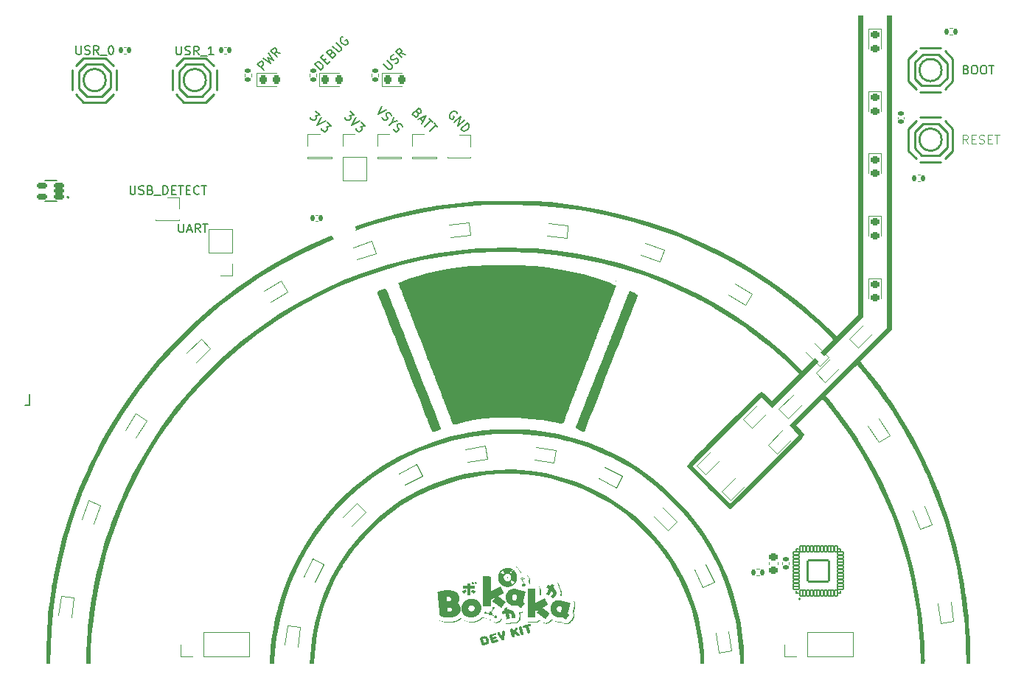
<source format=gbr>
%TF.GenerationSoftware,KiCad,Pcbnew,9.0.6*%
%TF.CreationDate,2026-01-26T23:14:37+09:00*%
%TF.ProjectId,bokaka,626f6b61-6b61-42e6-9b69-6361645f7063,rev?*%
%TF.SameCoordinates,Original*%
%TF.FileFunction,Legend,Top*%
%TF.FilePolarity,Positive*%
%FSLAX46Y46*%
G04 Gerber Fmt 4.6, Leading zero omitted, Abs format (unit mm)*
G04 Created by KiCad (PCBNEW 9.0.6) date 2026-01-26 23:14:37*
%MOMM*%
%LPD*%
G01*
G04 APERTURE LIST*
G04 Aperture macros list*
%AMRoundRect*
0 Rectangle with rounded corners*
0 $1 Rounding radius*
0 $2 $3 $4 $5 $6 $7 $8 $9 X,Y pos of 4 corners*
0 Add a 4 corners polygon primitive as box body*
4,1,4,$2,$3,$4,$5,$6,$7,$8,$9,$2,$3,0*
0 Add four circle primitives for the rounded corners*
1,1,$1+$1,$2,$3*
1,1,$1+$1,$4,$5*
1,1,$1+$1,$6,$7*
1,1,$1+$1,$8,$9*
0 Add four rect primitives between the rounded corners*
20,1,$1+$1,$2,$3,$4,$5,0*
20,1,$1+$1,$4,$5,$6,$7,0*
20,1,$1+$1,$6,$7,$8,$9,0*
20,1,$1+$1,$8,$9,$2,$3,0*%
G04 Aperture macros list end*
%ADD10C,0.100000*%
%ADD11C,0.150000*%
%ADD12C,0.125000*%
%ADD13C,0.120000*%
%ADD14C,0.254000*%
%ADD15C,0.127000*%
%ADD16C,0.200000*%
%ADD17C,0.000000*%
%ADD18RoundRect,0.140000X-0.140000X-0.170000X0.140000X-0.170000X0.140000X0.170000X-0.140000X0.170000X0*%
%ADD19RoundRect,0.218750X-0.162821X0.294966X-0.316861X-0.114519X0.162821X-0.294966X0.316861X0.114519X0*%
%ADD20R,1.700000X1.700000*%
%ADD21C,1.700000*%
%ADD22RoundRect,0.218750X-0.223312X0.252284X-0.284200X-0.180958X0.223312X-0.252284X0.284200X0.180958X0*%
%ADD23RoundRect,0.218750X0.076665X0.328082X-0.311988X0.127197X-0.076665X-0.328082X0.311988X-0.127197X0*%
%ADD24RoundRect,0.218750X0.316861X-0.114519X0.162821X0.294966X-0.316861X0.114519X-0.162821X-0.294966X0*%
%ADD25RoundRect,0.218750X0.335448X0.031474X0.021554X0.336231X-0.335448X-0.031474X-0.021554X-0.336231X0*%
%ADD26RoundRect,0.135000X0.135000X0.185000X-0.135000X0.185000X-0.135000X-0.185000X0.135000X-0.185000X0*%
%ADD27RoundRect,0.218750X-0.218750X-0.256250X0.218750X-0.256250X0.218750X0.256250X-0.218750X0.256250X0*%
%ADD28R,0.750000X1.000000*%
%ADD29RoundRect,0.218750X0.026517X-0.335876X0.335876X-0.026517X-0.026517X0.335876X-0.335876X0.026517X0*%
%ADD30RoundRect,0.218750X0.256567X0.218378X-0.175413X0.287656X-0.256567X-0.218378X0.175413X-0.287656X0*%
%ADD31RoundRect,0.225000X0.250000X-0.225000X0.250000X0.225000X-0.250000X0.225000X-0.250000X-0.225000X0*%
%ADD32RoundRect,0.218750X-0.256250X0.218750X-0.256250X-0.218750X0.256250X-0.218750X0.256250X0.218750X0*%
%ADD33R,1.000000X0.750000*%
%ADD34RoundRect,0.218750X0.290029X0.171461X-0.123826X0.313341X-0.290029X-0.171461X0.123826X-0.313341X0*%
%ADD35RoundRect,0.218750X-0.094468X0.323406X-0.334223X-0.042550X0.094468X-0.323406X0.334223X0.042550X0*%
%ADD36RoundRect,0.135000X0.185000X-0.135000X0.185000X0.135000X-0.185000X0.135000X-0.185000X-0.135000X0*%
%ADD37RoundRect,0.063600X0.148400X-0.358400X0.148400X0.358400X-0.148400X0.358400X-0.148400X-0.358400X0*%
%ADD38RoundRect,0.063600X0.358400X-0.148400X0.358400X0.148400X-0.358400X0.148400X-0.358400X-0.148400X0*%
%ADD39RoundRect,0.102000X1.225000X-1.225000X1.225000X1.225000X-1.225000X1.225000X-1.225000X-1.225000X0*%
%ADD40RoundRect,0.218750X0.052401X0.332821X-0.320475X0.103977X-0.052401X-0.332821X0.320475X-0.103977X0*%
%ADD41RoundRect,0.218750X0.284200X-0.180958X0.223312X0.252284X-0.284200X0.180958X-0.223312X-0.252284X0*%
%ADD42RoundRect,0.135000X-0.135000X-0.185000X0.135000X-0.185000X0.135000X0.185000X-0.135000X0.185000X0*%
%ADD43RoundRect,0.218750X0.326534X-0.083013X0.133223X0.309463X-0.326534X0.083013X-0.133223X-0.309463X0*%
%ADD44RoundRect,0.218750X0.311988X0.127197X-0.076665X0.328082X-0.311988X-0.127197X0.076665X-0.328082X0*%
%ADD45RoundRect,0.218750X-0.021554X0.336231X-0.335448X0.031474X0.021554X-0.336231X0.335448X-0.031474X0*%
%ADD46RoundRect,0.153500X0.443500X0.153500X-0.443500X0.153500X-0.443500X-0.153500X0.443500X-0.153500X0*%
%ADD47RoundRect,0.140000X-0.170000X0.140000X-0.170000X-0.140000X0.170000X-0.140000X0.170000X0.140000X0*%
%ADD48RoundRect,0.218750X0.320475X0.103977X-0.052401X0.332821X-0.320475X-0.103977X0.052401X-0.332821X0*%
%ADD49RoundRect,0.140000X0.170000X-0.140000X0.170000X0.140000X-0.170000X0.140000X-0.170000X-0.140000X0*%
%ADD50RoundRect,0.218750X0.189272X0.278732X-0.245579X0.230665X-0.189272X-0.278732X0.245579X-0.230665X0*%
%ADD51RoundRect,0.218750X-0.133223X0.309463X-0.326534X-0.083013X0.133223X-0.309463X0.326534X0.083013X0*%
%ADD52RoundRect,0.218750X0.336117X0.023259X0.029772X0.335603X-0.336117X-0.023259X-0.029772X-0.335603X0*%
%ADD53RoundRect,0.218750X0.245579X0.230665X-0.189272X0.278732X-0.245579X-0.230665X0.189272X-0.278732X0*%
%ADD54RoundRect,0.140000X0.140000X0.170000X-0.140000X0.170000X-0.140000X-0.170000X0.140000X-0.170000X0*%
%ADD55RoundRect,0.218750X0.175413X0.287656X-0.256567X0.218378X-0.175413X-0.287656X0.256567X-0.218378X0*%
%ADD56RoundRect,0.218750X0.334223X-0.042550X0.094468X0.323406X-0.334223X0.042550X-0.094468X-0.323406X0*%
%ADD57RoundRect,0.218750X-0.029772X0.335603X-0.336117X0.023259X0.029772X-0.335603X0.336117X-0.023259X0*%
%ADD58RoundRect,0.218750X0.123826X0.313341X-0.290029X0.171461X-0.123826X-0.313341X0.290029X-0.171461X0*%
%ADD59C,1.016000*%
%ADD60R,1.270000X1.016000*%
%ADD61O,1.800000X1.200000*%
%ADD62O,2.100000X1.100000*%
%ADD63C,3.000000*%
G04 APERTURE END LIST*
D10*
G36*
X143448663Y-121063769D02*
G01*
X143518441Y-121088408D01*
X143581095Y-121125729D01*
X143637720Y-121176629D01*
X143688834Y-121242919D01*
X143734346Y-121327217D01*
X143773575Y-121432815D01*
X143792400Y-121543880D01*
X143795135Y-121639640D01*
X143784014Y-121722606D01*
X143760426Y-121794999D01*
X143724826Y-121858647D01*
X143676715Y-121914874D01*
X143614677Y-121964399D01*
X143536474Y-122007282D01*
X143439176Y-122042927D01*
X143175240Y-122113648D01*
X143115927Y-122123333D01*
X143068619Y-122119218D01*
X143030116Y-122103506D01*
X142998147Y-122076148D01*
X142971762Y-122034874D01*
X142951499Y-121975548D01*
X142790254Y-121373774D01*
X142785800Y-121351239D01*
X143106738Y-121351239D01*
X143236865Y-121836881D01*
X143305459Y-121818501D01*
X143371092Y-121796299D01*
X143418862Y-121767854D01*
X143452508Y-121733782D01*
X143474383Y-121693517D01*
X143485166Y-121645389D01*
X143483758Y-121586870D01*
X143467410Y-121514852D01*
X143445553Y-121444287D01*
X143417507Y-121392894D01*
X143384103Y-121356602D01*
X143345026Y-121332672D01*
X143298854Y-121319994D01*
X143243266Y-121319255D01*
X143175331Y-121332859D01*
X143106738Y-121351239D01*
X142785800Y-121351239D01*
X142777679Y-121310156D01*
X142779847Y-121260276D01*
X142793956Y-121220502D01*
X142819545Y-121188162D01*
X142858556Y-121161988D01*
X142914985Y-121142364D01*
X143178921Y-121071642D01*
X143281006Y-121053862D01*
X143370173Y-121051899D01*
X143448663Y-121063769D01*
G37*
G36*
X144017683Y-121689865D02*
G01*
X143856438Y-121088090D01*
X143844049Y-121024848D01*
X143846519Y-120975024D01*
X143861126Y-120935035D01*
X143887553Y-120902270D01*
X143927920Y-120875532D01*
X143986417Y-120855274D01*
X144477309Y-120723740D01*
X144533017Y-120714684D01*
X144574118Y-120719022D01*
X144604844Y-120733881D01*
X144627978Y-120759216D01*
X144644251Y-120797789D01*
X144648228Y-120842439D01*
X144640000Y-120877954D01*
X144620535Y-120907142D01*
X144587998Y-120931464D01*
X144538121Y-120950696D01*
X144179168Y-121046877D01*
X144215944Y-121184124D01*
X144506303Y-121106322D01*
X144559480Y-121097843D01*
X144599022Y-121102399D01*
X144628902Y-121117354D01*
X144651685Y-121142873D01*
X144667952Y-121181852D01*
X144672129Y-121226851D01*
X144664313Y-121262328D01*
X144645650Y-121291151D01*
X144614574Y-121314866D01*
X144567131Y-121333337D01*
X144276772Y-121411138D01*
X144317783Y-121564191D01*
X144692601Y-121463759D01*
X144745810Y-121455218D01*
X144786115Y-121459547D01*
X144817177Y-121474278D01*
X144841427Y-121499511D01*
X144859559Y-121537867D01*
X144863517Y-121582525D01*
X144855277Y-121618045D01*
X144835809Y-121647233D01*
X144803279Y-121671551D01*
X144753430Y-121690774D01*
X144246672Y-121826559D01*
X144185242Y-121836722D01*
X144136477Y-121832799D01*
X144097040Y-121817146D01*
X144064538Y-121789861D01*
X144037923Y-121748787D01*
X144017683Y-121689865D01*
G37*
G36*
X145332968Y-121190334D02*
G01*
X145325535Y-120592608D01*
X145329760Y-120550121D01*
X145343152Y-120515149D01*
X145365543Y-120485941D01*
X145398198Y-120461592D01*
X145443644Y-120442181D01*
X145499336Y-120437597D01*
X145542915Y-120445256D01*
X145577542Y-120463379D01*
X145605296Y-120492325D01*
X145626801Y-120534515D01*
X145633744Y-120579470D01*
X145632568Y-120640498D01*
X145581001Y-121355872D01*
X145575222Y-121405231D01*
X145557202Y-121444560D01*
X145526730Y-121476381D01*
X145481062Y-121501550D01*
X145415370Y-121519096D01*
X145349667Y-121536719D01*
X145298262Y-121537484D01*
X145257178Y-121524863D01*
X145223443Y-121499502D01*
X145195625Y-121459133D01*
X144793281Y-120865384D01*
X144761748Y-120813121D01*
X144745284Y-120770717D01*
X144742812Y-120723427D01*
X144752374Y-120684482D01*
X144773301Y-120651474D01*
X144807212Y-120623051D01*
X144857735Y-120599174D01*
X144906798Y-120593262D01*
X144947253Y-120598022D01*
X144981248Y-120612121D01*
X145010332Y-120635711D01*
X145035234Y-120670394D01*
X145327660Y-121191757D01*
X145332968Y-121190334D01*
G37*
G36*
X146601113Y-120516762D02*
G01*
X146773213Y-120187763D01*
X146810024Y-120120638D01*
X146841002Y-120081329D01*
X146867232Y-120061330D01*
X146890308Y-120054548D01*
X146938690Y-120051427D01*
X146978261Y-120059490D01*
X147011354Y-120077712D01*
X147039446Y-120106933D01*
X147062907Y-120149712D01*
X147068484Y-120183482D01*
X147060471Y-120224463D01*
X147034523Y-120276161D01*
X146930558Y-120479376D01*
X147267140Y-120785229D01*
X147305827Y-120830445D01*
X147322866Y-120866510D01*
X147325380Y-120915455D01*
X147314979Y-120955353D01*
X147292322Y-120988891D01*
X147255394Y-121017473D01*
X147199873Y-121040940D01*
X147154492Y-121048640D01*
X147116847Y-121046466D01*
X147085039Y-121035807D01*
X147057617Y-121016791D01*
X146758773Y-120746088D01*
X146694465Y-120865158D01*
X146731240Y-121002405D01*
X146737568Y-121051526D01*
X146733149Y-121091759D01*
X146719413Y-121125345D01*
X146696251Y-121153899D01*
X146662049Y-121178175D01*
X146613905Y-121197950D01*
X146555728Y-121204383D01*
X146510082Y-121196066D01*
X146473333Y-121174839D01*
X146443321Y-121139455D01*
X146419825Y-121085848D01*
X146238779Y-120410172D01*
X146230864Y-120354352D01*
X146234349Y-120309667D01*
X146247314Y-120273450D01*
X146269345Y-120243686D01*
X146301589Y-120219282D01*
X146346570Y-120200242D01*
X146397129Y-120193788D01*
X146438720Y-120198614D01*
X146473648Y-120213307D01*
X146503552Y-120238105D01*
X146529163Y-120274847D01*
X146550194Y-120326728D01*
X146601113Y-120516762D01*
G37*
G36*
X147438412Y-120812919D02*
G01*
X147257365Y-120137242D01*
X147249654Y-120081789D01*
X147253474Y-120037158D01*
X147266978Y-120000729D01*
X147289878Y-119970542D01*
X147323475Y-119945572D01*
X147370465Y-119925890D01*
X147418940Y-119919888D01*
X147459071Y-119924899D01*
X147493042Y-119939658D01*
X147522390Y-119964539D01*
X147547765Y-120001491D01*
X147568839Y-120053783D01*
X147749886Y-120729459D01*
X147756319Y-120787637D01*
X147748005Y-120833291D01*
X147726781Y-120870053D01*
X147691400Y-120900081D01*
X147637800Y-120923598D01*
X147586243Y-120930540D01*
X147544495Y-120926616D01*
X147510161Y-120913470D01*
X147481466Y-120891253D01*
X147457511Y-120858620D01*
X147438412Y-120812919D01*
G37*
G36*
X148034046Y-120036596D02*
G01*
X147844012Y-120087516D01*
X147794539Y-120094690D01*
X147756432Y-120088603D01*
X147726225Y-120071163D01*
X147701900Y-120041205D01*
X147683376Y-119994773D01*
X147677178Y-119948462D01*
X147684264Y-119911846D01*
X147703344Y-119881796D01*
X147736369Y-119856648D01*
X147788099Y-119836617D01*
X148453218Y-119658399D01*
X148510513Y-119649324D01*
X148553230Y-119654388D01*
X148585628Y-119670790D01*
X148610436Y-119698787D01*
X148628238Y-119741598D01*
X148635180Y-119790697D01*
X148628671Y-119828839D01*
X148610442Y-119859420D01*
X148579057Y-119884361D01*
X148530245Y-119903640D01*
X148345461Y-119953153D01*
X148499641Y-120528563D01*
X148505969Y-120577684D01*
X148501550Y-120617918D01*
X148487814Y-120651503D01*
X148464652Y-120680057D01*
X148430450Y-120704334D01*
X148382306Y-120724108D01*
X148324129Y-120730541D01*
X148278483Y-120722224D01*
X148241734Y-120700998D01*
X148211722Y-120665614D01*
X148188226Y-120612007D01*
X148034046Y-120036596D01*
G37*
D11*
X108154762Y-73654819D02*
X108154762Y-74464342D01*
X108154762Y-74464342D02*
X108202381Y-74559580D01*
X108202381Y-74559580D02*
X108250000Y-74607200D01*
X108250000Y-74607200D02*
X108345238Y-74654819D01*
X108345238Y-74654819D02*
X108535714Y-74654819D01*
X108535714Y-74654819D02*
X108630952Y-74607200D01*
X108630952Y-74607200D02*
X108678571Y-74559580D01*
X108678571Y-74559580D02*
X108726190Y-74464342D01*
X108726190Y-74464342D02*
X108726190Y-73654819D01*
X109154762Y-74369104D02*
X109630952Y-74369104D01*
X109059524Y-74654819D02*
X109392857Y-73654819D01*
X109392857Y-73654819D02*
X109726190Y-74654819D01*
X110630952Y-74654819D02*
X110297619Y-74178628D01*
X110059524Y-74654819D02*
X110059524Y-73654819D01*
X110059524Y-73654819D02*
X110440476Y-73654819D01*
X110440476Y-73654819D02*
X110535714Y-73702438D01*
X110535714Y-73702438D02*
X110583333Y-73750057D01*
X110583333Y-73750057D02*
X110630952Y-73845295D01*
X110630952Y-73845295D02*
X110630952Y-73988152D01*
X110630952Y-73988152D02*
X110583333Y-74083390D01*
X110583333Y-74083390D02*
X110535714Y-74131009D01*
X110535714Y-74131009D02*
X110440476Y-74178628D01*
X110440476Y-74178628D02*
X110059524Y-74178628D01*
X110916667Y-73654819D02*
X111488095Y-73654819D01*
X111202381Y-74654819D02*
X111202381Y-73654819D01*
X140163081Y-61011452D02*
X140129409Y-60910437D01*
X140129409Y-60910437D02*
X140028394Y-60809422D01*
X140028394Y-60809422D02*
X139893707Y-60742078D01*
X139893707Y-60742078D02*
X139759020Y-60742078D01*
X139759020Y-60742078D02*
X139658005Y-60775750D01*
X139658005Y-60775750D02*
X139489646Y-60876765D01*
X139489646Y-60876765D02*
X139388631Y-60977781D01*
X139388631Y-60977781D02*
X139287616Y-61146139D01*
X139287616Y-61146139D02*
X139253944Y-61247155D01*
X139253944Y-61247155D02*
X139253944Y-61381842D01*
X139253944Y-61381842D02*
X139321287Y-61516529D01*
X139321287Y-61516529D02*
X139388631Y-61583872D01*
X139388631Y-61583872D02*
X139523318Y-61651216D01*
X139523318Y-61651216D02*
X139590661Y-61651216D01*
X139590661Y-61651216D02*
X139826364Y-61415513D01*
X139826364Y-61415513D02*
X139691677Y-61280826D01*
X139826364Y-62021605D02*
X140533471Y-61314498D01*
X140533471Y-61314498D02*
X140230425Y-62425666D01*
X140230425Y-62425666D02*
X140937532Y-61718559D01*
X140567142Y-62762383D02*
X141274249Y-62055277D01*
X141274249Y-62055277D02*
X141442608Y-62223635D01*
X141442608Y-62223635D02*
X141509951Y-62358322D01*
X141509951Y-62358322D02*
X141509951Y-62493009D01*
X141509951Y-62493009D02*
X141476280Y-62594025D01*
X141476280Y-62594025D02*
X141375264Y-62762383D01*
X141375264Y-62762383D02*
X141274249Y-62863399D01*
X141274249Y-62863399D02*
X141105890Y-62964414D01*
X141105890Y-62964414D02*
X141004875Y-62998086D01*
X141004875Y-62998086D02*
X140870188Y-62998086D01*
X140870188Y-62998086D02*
X140735501Y-62930742D01*
X140735501Y-62930742D02*
X140567142Y-62762383D01*
X117928796Y-56004177D02*
X117221690Y-55297070D01*
X117221690Y-55297070D02*
X117491064Y-55027696D01*
X117491064Y-55027696D02*
X117592079Y-54994024D01*
X117592079Y-54994024D02*
X117659422Y-54994024D01*
X117659422Y-54994024D02*
X117760438Y-55027696D01*
X117760438Y-55027696D02*
X117861453Y-55128711D01*
X117861453Y-55128711D02*
X117895125Y-55229726D01*
X117895125Y-55229726D02*
X117895125Y-55297070D01*
X117895125Y-55297070D02*
X117861453Y-55398085D01*
X117861453Y-55398085D02*
X117592079Y-55667459D01*
X117861453Y-54657307D02*
X118736919Y-55196055D01*
X118736919Y-55196055D02*
X118366529Y-54556291D01*
X118366529Y-54556291D02*
X119006293Y-54926681D01*
X119006293Y-54926681D02*
X118467545Y-54051215D01*
X119848086Y-54084887D02*
X119275666Y-53983872D01*
X119444025Y-54488948D02*
X118736918Y-53781841D01*
X118736918Y-53781841D02*
X119006292Y-53512467D01*
X119006292Y-53512467D02*
X119107308Y-53478796D01*
X119107308Y-53478796D02*
X119174651Y-53478796D01*
X119174651Y-53478796D02*
X119275666Y-53512467D01*
X119275666Y-53512467D02*
X119376682Y-53613483D01*
X119376682Y-53613483D02*
X119410353Y-53714498D01*
X119410353Y-53714498D02*
X119410353Y-53781841D01*
X119410353Y-53781841D02*
X119376682Y-53882857D01*
X119376682Y-53882857D02*
X119107308Y-54152231D01*
D12*
X198793452Y-64456119D02*
X198460119Y-63979928D01*
X198222024Y-64456119D02*
X198222024Y-63456119D01*
X198222024Y-63456119D02*
X198602976Y-63456119D01*
X198602976Y-63456119D02*
X198698214Y-63503738D01*
X198698214Y-63503738D02*
X198745833Y-63551357D01*
X198745833Y-63551357D02*
X198793452Y-63646595D01*
X198793452Y-63646595D02*
X198793452Y-63789452D01*
X198793452Y-63789452D02*
X198745833Y-63884690D01*
X198745833Y-63884690D02*
X198698214Y-63932309D01*
X198698214Y-63932309D02*
X198602976Y-63979928D01*
X198602976Y-63979928D02*
X198222024Y-63979928D01*
X199222024Y-63932309D02*
X199555357Y-63932309D01*
X199698214Y-64456119D02*
X199222024Y-64456119D01*
X199222024Y-64456119D02*
X199222024Y-63456119D01*
X199222024Y-63456119D02*
X199698214Y-63456119D01*
X200079167Y-64408500D02*
X200222024Y-64456119D01*
X200222024Y-64456119D02*
X200460119Y-64456119D01*
X200460119Y-64456119D02*
X200555357Y-64408500D01*
X200555357Y-64408500D02*
X200602976Y-64360880D01*
X200602976Y-64360880D02*
X200650595Y-64265642D01*
X200650595Y-64265642D02*
X200650595Y-64170404D01*
X200650595Y-64170404D02*
X200602976Y-64075166D01*
X200602976Y-64075166D02*
X200555357Y-64027547D01*
X200555357Y-64027547D02*
X200460119Y-63979928D01*
X200460119Y-63979928D02*
X200269643Y-63932309D01*
X200269643Y-63932309D02*
X200174405Y-63884690D01*
X200174405Y-63884690D02*
X200126786Y-63837071D01*
X200126786Y-63837071D02*
X200079167Y-63741833D01*
X200079167Y-63741833D02*
X200079167Y-63646595D01*
X200079167Y-63646595D02*
X200126786Y-63551357D01*
X200126786Y-63551357D02*
X200174405Y-63503738D01*
X200174405Y-63503738D02*
X200269643Y-63456119D01*
X200269643Y-63456119D02*
X200507738Y-63456119D01*
X200507738Y-63456119D02*
X200650595Y-63503738D01*
X201079167Y-63932309D02*
X201412500Y-63932309D01*
X201555357Y-64456119D02*
X201079167Y-64456119D01*
X201079167Y-64456119D02*
X201079167Y-63456119D01*
X201079167Y-63456119D02*
X201555357Y-63456119D01*
X201841072Y-63456119D02*
X202412500Y-63456119D01*
X202126786Y-64456119D02*
X202126786Y-63456119D01*
D11*
X127860035Y-60742078D02*
X128297768Y-61179811D01*
X128297768Y-61179811D02*
X127792692Y-61213483D01*
X127792692Y-61213483D02*
X127893707Y-61314498D01*
X127893707Y-61314498D02*
X127927379Y-61415513D01*
X127927379Y-61415513D02*
X127927379Y-61482857D01*
X127927379Y-61482857D02*
X127893707Y-61583872D01*
X127893707Y-61583872D02*
X127725348Y-61752231D01*
X127725348Y-61752231D02*
X127624333Y-61785902D01*
X127624333Y-61785902D02*
X127556990Y-61785902D01*
X127556990Y-61785902D02*
X127455974Y-61752231D01*
X127455974Y-61752231D02*
X127253944Y-61550200D01*
X127253944Y-61550200D02*
X127220272Y-61449185D01*
X127220272Y-61449185D02*
X127220272Y-61381841D01*
X128499799Y-61381841D02*
X128028394Y-62324650D01*
X128028394Y-62324650D02*
X128971203Y-61853246D01*
X129139562Y-62021605D02*
X129577295Y-62459338D01*
X129577295Y-62459338D02*
X129072219Y-62493009D01*
X129072219Y-62493009D02*
X129173234Y-62594025D01*
X129173234Y-62594025D02*
X129206906Y-62695040D01*
X129206906Y-62695040D02*
X129206906Y-62762383D01*
X129206906Y-62762383D02*
X129173234Y-62863399D01*
X129173234Y-62863399D02*
X129004875Y-63031757D01*
X129004875Y-63031757D02*
X128903860Y-63065429D01*
X128903860Y-63065429D02*
X128836516Y-63065429D01*
X128836516Y-63065429D02*
X128735501Y-63031757D01*
X128735501Y-63031757D02*
X128533471Y-62829727D01*
X128533471Y-62829727D02*
X128499799Y-62728712D01*
X128499799Y-62728712D02*
X128499799Y-62661368D01*
X131523317Y-60102315D02*
X131051913Y-61045124D01*
X131051913Y-61045124D02*
X131994722Y-60573720D01*
X131523318Y-61449185D02*
X131590661Y-61583872D01*
X131590661Y-61583872D02*
X131759020Y-61752231D01*
X131759020Y-61752231D02*
X131860035Y-61785903D01*
X131860035Y-61785903D02*
X131927379Y-61785903D01*
X131927379Y-61785903D02*
X132028394Y-61752231D01*
X132028394Y-61752231D02*
X132095737Y-61684888D01*
X132095737Y-61684888D02*
X132129409Y-61583872D01*
X132129409Y-61583872D02*
X132129409Y-61516529D01*
X132129409Y-61516529D02*
X132095737Y-61415514D01*
X132095737Y-61415514D02*
X131994722Y-61247155D01*
X131994722Y-61247155D02*
X131961050Y-61146140D01*
X131961050Y-61146140D02*
X131961050Y-61078796D01*
X131961050Y-61078796D02*
X131994722Y-60977781D01*
X131994722Y-60977781D02*
X132062066Y-60910437D01*
X132062066Y-60910437D02*
X132163081Y-60876766D01*
X132163081Y-60876766D02*
X132230424Y-60876766D01*
X132230424Y-60876766D02*
X132331440Y-60910437D01*
X132331440Y-60910437D02*
X132499798Y-61078796D01*
X132499798Y-61078796D02*
X132567142Y-61213483D01*
X132668157Y-61987933D02*
X132331440Y-62324651D01*
X132802844Y-61381842D02*
X132668157Y-61987933D01*
X132668157Y-61987933D02*
X133274249Y-61853246D01*
X132802844Y-62728712D02*
X132870188Y-62863399D01*
X132870188Y-62863399D02*
X133038547Y-63031758D01*
X133038547Y-63031758D02*
X133139562Y-63065430D01*
X133139562Y-63065430D02*
X133206905Y-63065430D01*
X133206905Y-63065430D02*
X133307921Y-63031758D01*
X133307921Y-63031758D02*
X133375264Y-62964414D01*
X133375264Y-62964414D02*
X133408936Y-62863399D01*
X133408936Y-62863399D02*
X133408936Y-62796056D01*
X133408936Y-62796056D02*
X133375264Y-62695040D01*
X133375264Y-62695040D02*
X133274249Y-62526682D01*
X133274249Y-62526682D02*
X133240577Y-62425666D01*
X133240577Y-62425666D02*
X133240577Y-62358323D01*
X133240577Y-62358323D02*
X133274249Y-62257307D01*
X133274249Y-62257307D02*
X133341592Y-62189964D01*
X133341592Y-62189964D02*
X133442608Y-62156292D01*
X133442608Y-62156292D02*
X133509951Y-62156292D01*
X133509951Y-62156292D02*
X133610966Y-62189964D01*
X133610966Y-62189964D02*
X133779325Y-62358323D01*
X133779325Y-62358323D02*
X133846669Y-62493010D01*
X107880952Y-53254819D02*
X107880952Y-54064342D01*
X107880952Y-54064342D02*
X107928571Y-54159580D01*
X107928571Y-54159580D02*
X107976190Y-54207200D01*
X107976190Y-54207200D02*
X108071428Y-54254819D01*
X108071428Y-54254819D02*
X108261904Y-54254819D01*
X108261904Y-54254819D02*
X108357142Y-54207200D01*
X108357142Y-54207200D02*
X108404761Y-54159580D01*
X108404761Y-54159580D02*
X108452380Y-54064342D01*
X108452380Y-54064342D02*
X108452380Y-53254819D01*
X108880952Y-54207200D02*
X109023809Y-54254819D01*
X109023809Y-54254819D02*
X109261904Y-54254819D01*
X109261904Y-54254819D02*
X109357142Y-54207200D01*
X109357142Y-54207200D02*
X109404761Y-54159580D01*
X109404761Y-54159580D02*
X109452380Y-54064342D01*
X109452380Y-54064342D02*
X109452380Y-53969104D01*
X109452380Y-53969104D02*
X109404761Y-53873866D01*
X109404761Y-53873866D02*
X109357142Y-53826247D01*
X109357142Y-53826247D02*
X109261904Y-53778628D01*
X109261904Y-53778628D02*
X109071428Y-53731009D01*
X109071428Y-53731009D02*
X108976190Y-53683390D01*
X108976190Y-53683390D02*
X108928571Y-53635771D01*
X108928571Y-53635771D02*
X108880952Y-53540533D01*
X108880952Y-53540533D02*
X108880952Y-53445295D01*
X108880952Y-53445295D02*
X108928571Y-53350057D01*
X108928571Y-53350057D02*
X108976190Y-53302438D01*
X108976190Y-53302438D02*
X109071428Y-53254819D01*
X109071428Y-53254819D02*
X109309523Y-53254819D01*
X109309523Y-53254819D02*
X109452380Y-53302438D01*
X110452380Y-54254819D02*
X110119047Y-53778628D01*
X109880952Y-54254819D02*
X109880952Y-53254819D01*
X109880952Y-53254819D02*
X110261904Y-53254819D01*
X110261904Y-53254819D02*
X110357142Y-53302438D01*
X110357142Y-53302438D02*
X110404761Y-53350057D01*
X110404761Y-53350057D02*
X110452380Y-53445295D01*
X110452380Y-53445295D02*
X110452380Y-53588152D01*
X110452380Y-53588152D02*
X110404761Y-53683390D01*
X110404761Y-53683390D02*
X110357142Y-53731009D01*
X110357142Y-53731009D02*
X110261904Y-53778628D01*
X110261904Y-53778628D02*
X109880952Y-53778628D01*
X110642857Y-54350057D02*
X111404761Y-54350057D01*
X112166666Y-54254819D02*
X111595238Y-54254819D01*
X111880952Y-54254819D02*
X111880952Y-53254819D01*
X111880952Y-53254819D02*
X111785714Y-53397676D01*
X111785714Y-53397676D02*
X111690476Y-53492914D01*
X111690476Y-53492914D02*
X111595238Y-53540533D01*
X198592857Y-55931009D02*
X198735714Y-55978628D01*
X198735714Y-55978628D02*
X198783333Y-56026247D01*
X198783333Y-56026247D02*
X198830952Y-56121485D01*
X198830952Y-56121485D02*
X198830952Y-56264342D01*
X198830952Y-56264342D02*
X198783333Y-56359580D01*
X198783333Y-56359580D02*
X198735714Y-56407200D01*
X198735714Y-56407200D02*
X198640476Y-56454819D01*
X198640476Y-56454819D02*
X198259524Y-56454819D01*
X198259524Y-56454819D02*
X198259524Y-55454819D01*
X198259524Y-55454819D02*
X198592857Y-55454819D01*
X198592857Y-55454819D02*
X198688095Y-55502438D01*
X198688095Y-55502438D02*
X198735714Y-55550057D01*
X198735714Y-55550057D02*
X198783333Y-55645295D01*
X198783333Y-55645295D02*
X198783333Y-55740533D01*
X198783333Y-55740533D02*
X198735714Y-55835771D01*
X198735714Y-55835771D02*
X198688095Y-55883390D01*
X198688095Y-55883390D02*
X198592857Y-55931009D01*
X198592857Y-55931009D02*
X198259524Y-55931009D01*
X199450000Y-55454819D02*
X199640476Y-55454819D01*
X199640476Y-55454819D02*
X199735714Y-55502438D01*
X199735714Y-55502438D02*
X199830952Y-55597676D01*
X199830952Y-55597676D02*
X199878571Y-55788152D01*
X199878571Y-55788152D02*
X199878571Y-56121485D01*
X199878571Y-56121485D02*
X199830952Y-56311961D01*
X199830952Y-56311961D02*
X199735714Y-56407200D01*
X199735714Y-56407200D02*
X199640476Y-56454819D01*
X199640476Y-56454819D02*
X199450000Y-56454819D01*
X199450000Y-56454819D02*
X199354762Y-56407200D01*
X199354762Y-56407200D02*
X199259524Y-56311961D01*
X199259524Y-56311961D02*
X199211905Y-56121485D01*
X199211905Y-56121485D02*
X199211905Y-55788152D01*
X199211905Y-55788152D02*
X199259524Y-55597676D01*
X199259524Y-55597676D02*
X199354762Y-55502438D01*
X199354762Y-55502438D02*
X199450000Y-55454819D01*
X200497619Y-55454819D02*
X200688095Y-55454819D01*
X200688095Y-55454819D02*
X200783333Y-55502438D01*
X200783333Y-55502438D02*
X200878571Y-55597676D01*
X200878571Y-55597676D02*
X200926190Y-55788152D01*
X200926190Y-55788152D02*
X200926190Y-56121485D01*
X200926190Y-56121485D02*
X200878571Y-56311961D01*
X200878571Y-56311961D02*
X200783333Y-56407200D01*
X200783333Y-56407200D02*
X200688095Y-56454819D01*
X200688095Y-56454819D02*
X200497619Y-56454819D01*
X200497619Y-56454819D02*
X200402381Y-56407200D01*
X200402381Y-56407200D02*
X200307143Y-56311961D01*
X200307143Y-56311961D02*
X200259524Y-56121485D01*
X200259524Y-56121485D02*
X200259524Y-55788152D01*
X200259524Y-55788152D02*
X200307143Y-55597676D01*
X200307143Y-55597676D02*
X200402381Y-55502438D01*
X200402381Y-55502438D02*
X200497619Y-55454819D01*
X201211905Y-55454819D02*
X201783333Y-55454819D01*
X201497619Y-56454819D02*
X201497619Y-55454819D01*
X135607497Y-60944109D02*
X135674841Y-61078796D01*
X135674841Y-61078796D02*
X135674841Y-61146139D01*
X135674841Y-61146139D02*
X135641169Y-61247155D01*
X135641169Y-61247155D02*
X135540154Y-61348170D01*
X135540154Y-61348170D02*
X135439138Y-61381842D01*
X135439138Y-61381842D02*
X135371795Y-61381842D01*
X135371795Y-61381842D02*
X135270780Y-61348170D01*
X135270780Y-61348170D02*
X135001406Y-61078796D01*
X135001406Y-61078796D02*
X135708512Y-60371689D01*
X135708512Y-60371689D02*
X135944215Y-60607391D01*
X135944215Y-60607391D02*
X135977886Y-60708407D01*
X135977886Y-60708407D02*
X135977886Y-60775750D01*
X135977886Y-60775750D02*
X135944215Y-60876765D01*
X135944215Y-60876765D02*
X135876871Y-60944109D01*
X135876871Y-60944109D02*
X135775856Y-60977781D01*
X135775856Y-60977781D02*
X135708512Y-60977781D01*
X135708512Y-60977781D02*
X135607497Y-60944109D01*
X135607497Y-60944109D02*
X135371795Y-60708407D01*
X135876871Y-61550200D02*
X136213589Y-61886918D01*
X135607497Y-61684887D02*
X136550306Y-61213483D01*
X136550306Y-61213483D02*
X136078902Y-62156292D01*
X136920696Y-61583872D02*
X137324757Y-61987933D01*
X136415619Y-62493010D02*
X137122726Y-61785903D01*
X137459444Y-62122620D02*
X137863505Y-62526681D01*
X136954367Y-63031758D02*
X137661474Y-62324651D01*
X123910035Y-60742078D02*
X124347768Y-61179811D01*
X124347768Y-61179811D02*
X123842692Y-61213483D01*
X123842692Y-61213483D02*
X123943707Y-61314498D01*
X123943707Y-61314498D02*
X123977379Y-61415513D01*
X123977379Y-61415513D02*
X123977379Y-61482857D01*
X123977379Y-61482857D02*
X123943707Y-61583872D01*
X123943707Y-61583872D02*
X123775348Y-61752231D01*
X123775348Y-61752231D02*
X123674333Y-61785902D01*
X123674333Y-61785902D02*
X123606990Y-61785902D01*
X123606990Y-61785902D02*
X123505974Y-61752231D01*
X123505974Y-61752231D02*
X123303944Y-61550200D01*
X123303944Y-61550200D02*
X123270272Y-61449185D01*
X123270272Y-61449185D02*
X123270272Y-61381841D01*
X124549799Y-61381841D02*
X124078394Y-62324650D01*
X124078394Y-62324650D02*
X125021203Y-61853246D01*
X125189562Y-62021605D02*
X125627295Y-62459338D01*
X125627295Y-62459338D02*
X125122219Y-62493009D01*
X125122219Y-62493009D02*
X125223234Y-62594025D01*
X125223234Y-62594025D02*
X125256906Y-62695040D01*
X125256906Y-62695040D02*
X125256906Y-62762383D01*
X125256906Y-62762383D02*
X125223234Y-62863399D01*
X125223234Y-62863399D02*
X125054875Y-63031757D01*
X125054875Y-63031757D02*
X124953860Y-63065429D01*
X124953860Y-63065429D02*
X124886516Y-63065429D01*
X124886516Y-63065429D02*
X124785501Y-63031757D01*
X124785501Y-63031757D02*
X124583471Y-62829727D01*
X124583471Y-62829727D02*
X124549799Y-62728712D01*
X124549799Y-62728712D02*
X124549799Y-62661368D01*
X102590476Y-69304819D02*
X102590476Y-70114342D01*
X102590476Y-70114342D02*
X102638095Y-70209580D01*
X102638095Y-70209580D02*
X102685714Y-70257200D01*
X102685714Y-70257200D02*
X102780952Y-70304819D01*
X102780952Y-70304819D02*
X102971428Y-70304819D01*
X102971428Y-70304819D02*
X103066666Y-70257200D01*
X103066666Y-70257200D02*
X103114285Y-70209580D01*
X103114285Y-70209580D02*
X103161904Y-70114342D01*
X103161904Y-70114342D02*
X103161904Y-69304819D01*
X103590476Y-70257200D02*
X103733333Y-70304819D01*
X103733333Y-70304819D02*
X103971428Y-70304819D01*
X103971428Y-70304819D02*
X104066666Y-70257200D01*
X104066666Y-70257200D02*
X104114285Y-70209580D01*
X104114285Y-70209580D02*
X104161904Y-70114342D01*
X104161904Y-70114342D02*
X104161904Y-70019104D01*
X104161904Y-70019104D02*
X104114285Y-69923866D01*
X104114285Y-69923866D02*
X104066666Y-69876247D01*
X104066666Y-69876247D02*
X103971428Y-69828628D01*
X103971428Y-69828628D02*
X103780952Y-69781009D01*
X103780952Y-69781009D02*
X103685714Y-69733390D01*
X103685714Y-69733390D02*
X103638095Y-69685771D01*
X103638095Y-69685771D02*
X103590476Y-69590533D01*
X103590476Y-69590533D02*
X103590476Y-69495295D01*
X103590476Y-69495295D02*
X103638095Y-69400057D01*
X103638095Y-69400057D02*
X103685714Y-69352438D01*
X103685714Y-69352438D02*
X103780952Y-69304819D01*
X103780952Y-69304819D02*
X104019047Y-69304819D01*
X104019047Y-69304819D02*
X104161904Y-69352438D01*
X104923809Y-69781009D02*
X105066666Y-69828628D01*
X105066666Y-69828628D02*
X105114285Y-69876247D01*
X105114285Y-69876247D02*
X105161904Y-69971485D01*
X105161904Y-69971485D02*
X105161904Y-70114342D01*
X105161904Y-70114342D02*
X105114285Y-70209580D01*
X105114285Y-70209580D02*
X105066666Y-70257200D01*
X105066666Y-70257200D02*
X104971428Y-70304819D01*
X104971428Y-70304819D02*
X104590476Y-70304819D01*
X104590476Y-70304819D02*
X104590476Y-69304819D01*
X104590476Y-69304819D02*
X104923809Y-69304819D01*
X104923809Y-69304819D02*
X105019047Y-69352438D01*
X105019047Y-69352438D02*
X105066666Y-69400057D01*
X105066666Y-69400057D02*
X105114285Y-69495295D01*
X105114285Y-69495295D02*
X105114285Y-69590533D01*
X105114285Y-69590533D02*
X105066666Y-69685771D01*
X105066666Y-69685771D02*
X105019047Y-69733390D01*
X105019047Y-69733390D02*
X104923809Y-69781009D01*
X104923809Y-69781009D02*
X104590476Y-69781009D01*
X105352381Y-70400057D02*
X106114285Y-70400057D01*
X106352381Y-70304819D02*
X106352381Y-69304819D01*
X106352381Y-69304819D02*
X106590476Y-69304819D01*
X106590476Y-69304819D02*
X106733333Y-69352438D01*
X106733333Y-69352438D02*
X106828571Y-69447676D01*
X106828571Y-69447676D02*
X106876190Y-69542914D01*
X106876190Y-69542914D02*
X106923809Y-69733390D01*
X106923809Y-69733390D02*
X106923809Y-69876247D01*
X106923809Y-69876247D02*
X106876190Y-70066723D01*
X106876190Y-70066723D02*
X106828571Y-70161961D01*
X106828571Y-70161961D02*
X106733333Y-70257200D01*
X106733333Y-70257200D02*
X106590476Y-70304819D01*
X106590476Y-70304819D02*
X106352381Y-70304819D01*
X107352381Y-69781009D02*
X107685714Y-69781009D01*
X107828571Y-70304819D02*
X107352381Y-70304819D01*
X107352381Y-70304819D02*
X107352381Y-69304819D01*
X107352381Y-69304819D02*
X107828571Y-69304819D01*
X108114286Y-69304819D02*
X108685714Y-69304819D01*
X108400000Y-70304819D02*
X108400000Y-69304819D01*
X109019048Y-69781009D02*
X109352381Y-69781009D01*
X109495238Y-70304819D02*
X109019048Y-70304819D01*
X109019048Y-70304819D02*
X109019048Y-69304819D01*
X109019048Y-69304819D02*
X109495238Y-69304819D01*
X110495238Y-70209580D02*
X110447619Y-70257200D01*
X110447619Y-70257200D02*
X110304762Y-70304819D01*
X110304762Y-70304819D02*
X110209524Y-70304819D01*
X110209524Y-70304819D02*
X110066667Y-70257200D01*
X110066667Y-70257200D02*
X109971429Y-70161961D01*
X109971429Y-70161961D02*
X109923810Y-70066723D01*
X109923810Y-70066723D02*
X109876191Y-69876247D01*
X109876191Y-69876247D02*
X109876191Y-69733390D01*
X109876191Y-69733390D02*
X109923810Y-69542914D01*
X109923810Y-69542914D02*
X109971429Y-69447676D01*
X109971429Y-69447676D02*
X110066667Y-69352438D01*
X110066667Y-69352438D02*
X110209524Y-69304819D01*
X110209524Y-69304819D02*
X110304762Y-69304819D01*
X110304762Y-69304819D02*
X110447619Y-69352438D01*
X110447619Y-69352438D02*
X110495238Y-69400057D01*
X110780953Y-69304819D02*
X111352381Y-69304819D01*
X111066667Y-70304819D02*
X111066667Y-69304819D01*
X131672197Y-55297070D02*
X132244617Y-55869490D01*
X132244617Y-55869490D02*
X132345632Y-55903161D01*
X132345632Y-55903161D02*
X132412975Y-55903161D01*
X132412975Y-55903161D02*
X132513991Y-55869490D01*
X132513991Y-55869490D02*
X132648678Y-55734803D01*
X132648678Y-55734803D02*
X132682349Y-55633787D01*
X132682349Y-55633787D02*
X132682349Y-55566444D01*
X132682349Y-55566444D02*
X132648678Y-55465429D01*
X132648678Y-55465429D02*
X132076258Y-54893009D01*
X133052739Y-55263398D02*
X133187426Y-55196055D01*
X133187426Y-55196055D02*
X133355784Y-55027696D01*
X133355784Y-55027696D02*
X133389456Y-54926681D01*
X133389456Y-54926681D02*
X133389456Y-54859337D01*
X133389456Y-54859337D02*
X133355784Y-54758322D01*
X133355784Y-54758322D02*
X133288441Y-54690978D01*
X133288441Y-54690978D02*
X133187426Y-54657307D01*
X133187426Y-54657307D02*
X133120082Y-54657307D01*
X133120082Y-54657307D02*
X133019067Y-54690978D01*
X133019067Y-54690978D02*
X132850708Y-54791994D01*
X132850708Y-54791994D02*
X132749693Y-54825665D01*
X132749693Y-54825665D02*
X132682349Y-54825665D01*
X132682349Y-54825665D02*
X132581334Y-54791994D01*
X132581334Y-54791994D02*
X132513991Y-54724650D01*
X132513991Y-54724650D02*
X132480319Y-54623635D01*
X132480319Y-54623635D02*
X132480319Y-54556291D01*
X132480319Y-54556291D02*
X132513991Y-54455276D01*
X132513991Y-54455276D02*
X132682349Y-54286917D01*
X132682349Y-54286917D02*
X132817036Y-54219574D01*
X134197578Y-54185902D02*
X133625159Y-54084887D01*
X133793517Y-54589963D02*
X133086410Y-53882856D01*
X133086410Y-53882856D02*
X133355785Y-53613482D01*
X133355785Y-53613482D02*
X133456800Y-53579810D01*
X133456800Y-53579810D02*
X133524143Y-53579810D01*
X133524143Y-53579810D02*
X133625159Y-53613482D01*
X133625159Y-53613482D02*
X133726174Y-53714497D01*
X133726174Y-53714497D02*
X133759846Y-53815513D01*
X133759846Y-53815513D02*
X133759846Y-53882856D01*
X133759846Y-53882856D02*
X133726174Y-53983871D01*
X133726174Y-53983871D02*
X133456800Y-54253245D01*
X124489033Y-56004177D02*
X123781926Y-55297070D01*
X123781926Y-55297070D02*
X123950285Y-55128712D01*
X123950285Y-55128712D02*
X124084972Y-55061368D01*
X124084972Y-55061368D02*
X124219659Y-55061368D01*
X124219659Y-55061368D02*
X124320674Y-55095040D01*
X124320674Y-55095040D02*
X124489033Y-55196055D01*
X124489033Y-55196055D02*
X124590048Y-55297070D01*
X124590048Y-55297070D02*
X124691064Y-55465429D01*
X124691064Y-55465429D02*
X124724735Y-55566444D01*
X124724735Y-55566444D02*
X124724735Y-55701131D01*
X124724735Y-55701131D02*
X124657392Y-55835818D01*
X124657392Y-55835818D02*
X124489033Y-56004177D01*
X124825751Y-54926681D02*
X125061453Y-54690979D01*
X125532857Y-54960353D02*
X125196140Y-55297070D01*
X125196140Y-55297070D02*
X124489033Y-54589964D01*
X124489033Y-54589964D02*
X124825751Y-54253246D01*
X125701216Y-54051215D02*
X125835903Y-53983872D01*
X125835903Y-53983872D02*
X125903247Y-53983872D01*
X125903247Y-53983872D02*
X126004262Y-54017544D01*
X126004262Y-54017544D02*
X126105277Y-54118559D01*
X126105277Y-54118559D02*
X126138949Y-54219574D01*
X126138949Y-54219574D02*
X126138949Y-54286918D01*
X126138949Y-54286918D02*
X126105277Y-54387933D01*
X126105277Y-54387933D02*
X125835903Y-54657307D01*
X125835903Y-54657307D02*
X125128796Y-53950200D01*
X125128796Y-53950200D02*
X125364499Y-53714498D01*
X125364499Y-53714498D02*
X125465514Y-53680826D01*
X125465514Y-53680826D02*
X125532858Y-53680826D01*
X125532858Y-53680826D02*
X125633873Y-53714498D01*
X125633873Y-53714498D02*
X125701216Y-53781841D01*
X125701216Y-53781841D02*
X125734888Y-53882857D01*
X125734888Y-53882857D02*
X125734888Y-53950200D01*
X125734888Y-53950200D02*
X125701216Y-54051215D01*
X125701216Y-54051215D02*
X125465514Y-54286918D01*
X125835903Y-53243093D02*
X126408323Y-53815513D01*
X126408323Y-53815513D02*
X126509338Y-53849185D01*
X126509338Y-53849185D02*
X126576682Y-53849185D01*
X126576682Y-53849185D02*
X126677697Y-53815513D01*
X126677697Y-53815513D02*
X126812384Y-53680826D01*
X126812384Y-53680826D02*
X126846056Y-53579811D01*
X126846056Y-53579811D02*
X126846056Y-53512467D01*
X126846056Y-53512467D02*
X126812384Y-53411452D01*
X126812384Y-53411452D02*
X126239964Y-52839032D01*
X126980743Y-52165597D02*
X126879728Y-52199269D01*
X126879728Y-52199269D02*
X126778712Y-52300284D01*
X126778712Y-52300284D02*
X126711369Y-52434971D01*
X126711369Y-52434971D02*
X126711369Y-52569658D01*
X126711369Y-52569658D02*
X126745041Y-52670674D01*
X126745041Y-52670674D02*
X126846056Y-52839032D01*
X126846056Y-52839032D02*
X126947071Y-52940048D01*
X126947071Y-52940048D02*
X127115430Y-53041063D01*
X127115430Y-53041063D02*
X127216445Y-53074735D01*
X127216445Y-53074735D02*
X127351132Y-53074735D01*
X127351132Y-53074735D02*
X127485819Y-53007391D01*
X127485819Y-53007391D02*
X127553163Y-52940048D01*
X127553163Y-52940048D02*
X127620506Y-52805361D01*
X127620506Y-52805361D02*
X127620506Y-52738017D01*
X127620506Y-52738017D02*
X127384804Y-52502315D01*
X127384804Y-52502315D02*
X127250117Y-52637002D01*
X96380952Y-53204819D02*
X96380952Y-54014342D01*
X96380952Y-54014342D02*
X96428571Y-54109580D01*
X96428571Y-54109580D02*
X96476190Y-54157200D01*
X96476190Y-54157200D02*
X96571428Y-54204819D01*
X96571428Y-54204819D02*
X96761904Y-54204819D01*
X96761904Y-54204819D02*
X96857142Y-54157200D01*
X96857142Y-54157200D02*
X96904761Y-54109580D01*
X96904761Y-54109580D02*
X96952380Y-54014342D01*
X96952380Y-54014342D02*
X96952380Y-53204819D01*
X97380952Y-54157200D02*
X97523809Y-54204819D01*
X97523809Y-54204819D02*
X97761904Y-54204819D01*
X97761904Y-54204819D02*
X97857142Y-54157200D01*
X97857142Y-54157200D02*
X97904761Y-54109580D01*
X97904761Y-54109580D02*
X97952380Y-54014342D01*
X97952380Y-54014342D02*
X97952380Y-53919104D01*
X97952380Y-53919104D02*
X97904761Y-53823866D01*
X97904761Y-53823866D02*
X97857142Y-53776247D01*
X97857142Y-53776247D02*
X97761904Y-53728628D01*
X97761904Y-53728628D02*
X97571428Y-53681009D01*
X97571428Y-53681009D02*
X97476190Y-53633390D01*
X97476190Y-53633390D02*
X97428571Y-53585771D01*
X97428571Y-53585771D02*
X97380952Y-53490533D01*
X97380952Y-53490533D02*
X97380952Y-53395295D01*
X97380952Y-53395295D02*
X97428571Y-53300057D01*
X97428571Y-53300057D02*
X97476190Y-53252438D01*
X97476190Y-53252438D02*
X97571428Y-53204819D01*
X97571428Y-53204819D02*
X97809523Y-53204819D01*
X97809523Y-53204819D02*
X97952380Y-53252438D01*
X98952380Y-54204819D02*
X98619047Y-53728628D01*
X98380952Y-54204819D02*
X98380952Y-53204819D01*
X98380952Y-53204819D02*
X98761904Y-53204819D01*
X98761904Y-53204819D02*
X98857142Y-53252438D01*
X98857142Y-53252438D02*
X98904761Y-53300057D01*
X98904761Y-53300057D02*
X98952380Y-53395295D01*
X98952380Y-53395295D02*
X98952380Y-53538152D01*
X98952380Y-53538152D02*
X98904761Y-53633390D01*
X98904761Y-53633390D02*
X98857142Y-53681009D01*
X98857142Y-53681009D02*
X98761904Y-53728628D01*
X98761904Y-53728628D02*
X98380952Y-53728628D01*
X99142857Y-54300057D02*
X99904761Y-54300057D01*
X100333333Y-53204819D02*
X100428571Y-53204819D01*
X100428571Y-53204819D02*
X100523809Y-53252438D01*
X100523809Y-53252438D02*
X100571428Y-53300057D01*
X100571428Y-53300057D02*
X100619047Y-53395295D01*
X100619047Y-53395295D02*
X100666666Y-53585771D01*
X100666666Y-53585771D02*
X100666666Y-53823866D01*
X100666666Y-53823866D02*
X100619047Y-54014342D01*
X100619047Y-54014342D02*
X100571428Y-54109580D01*
X100571428Y-54109580D02*
X100523809Y-54157200D01*
X100523809Y-54157200D02*
X100428571Y-54204819D01*
X100428571Y-54204819D02*
X100333333Y-54204819D01*
X100333333Y-54204819D02*
X100238095Y-54157200D01*
X100238095Y-54157200D02*
X100190476Y-54109580D01*
X100190476Y-54109580D02*
X100142857Y-54014342D01*
X100142857Y-54014342D02*
X100095238Y-53823866D01*
X100095238Y-53823866D02*
X100095238Y-53585771D01*
X100095238Y-53585771D02*
X100142857Y-53395295D01*
X100142857Y-53395295D02*
X100190476Y-53300057D01*
X100190476Y-53300057D02*
X100238095Y-53252438D01*
X100238095Y-53252438D02*
X100333333Y-53204819D01*
D13*
%TO.C,C22*%
X113392164Y-53390000D02*
X113607836Y-53390000D01*
X113392164Y-54110000D02*
X113607836Y-54110000D01*
%TO.C,D14*%
X97806141Y-105473231D02*
X97001608Y-107611911D01*
X98377477Y-108129487D02*
X99182009Y-105990807D01*
X99182009Y-105990807D02*
X97806141Y-105473231D01*
%TO.C,UART*%
X111570000Y-76955000D02*
X111570000Y-74305000D01*
X114330000Y-74305000D02*
X111570000Y-74305000D01*
X114330000Y-76955000D02*
X111570000Y-76955000D01*
X114330000Y-76955000D02*
X114330000Y-74305000D01*
X114330000Y-78225000D02*
X114330000Y-79605000D01*
X114330000Y-79605000D02*
X112950000Y-79605000D01*
%TO.C,GND*%
X139027500Y-65990000D02*
X139027500Y-66110000D01*
X139027500Y-66110000D02*
X141687500Y-66110000D01*
X140357500Y-63450000D02*
X141687500Y-63450000D01*
X141687500Y-63450000D02*
X141687500Y-64780000D01*
X141687500Y-65990000D02*
X141687500Y-66110000D01*
%TO.C,D13*%
X94680586Y-116408001D02*
X94362574Y-118670763D01*
X95818270Y-118875348D02*
X96136280Y-116612585D01*
X96136280Y-116612585D02*
X94680586Y-116408001D01*
%TO.C,D6*%
X134083949Y-103671393D02*
X136113830Y-102622198D01*
X135438855Y-101316322D02*
X133408975Y-102365517D01*
X136113830Y-102622198D02*
X135438855Y-101316322D01*
%TO.C,D33*%
X192470040Y-106631943D02*
X193274573Y-108770623D01*
X193274573Y-108770623D02*
X194650441Y-108253047D01*
X194650441Y-108253047D02*
X193845909Y-106114367D01*
%TO.C,D3*%
X120658426Y-119807710D02*
X120340414Y-122070472D01*
X121796110Y-122275057D02*
X122114120Y-120012294D01*
X122114120Y-120012294D02*
X120658426Y-119807710D01*
%TO.C,D29*%
X180145420Y-88457671D02*
X181784843Y-90049373D01*
X181784843Y-90049373D02*
X182808827Y-88994689D01*
X182808827Y-88994689D02*
X181169403Y-87402987D01*
%TO.C,R7*%
X174803641Y-113320000D02*
X174496359Y-113320000D01*
X174803641Y-114080000D02*
X174496359Y-114080000D01*
%TO.C,R2*%
X193313641Y-68020000D02*
X193006359Y-68020000D01*
X193313641Y-68780000D02*
X193006359Y-68780000D01*
%TO.C,PWR*%
X117127500Y-56365000D02*
X117127500Y-57835000D01*
X117127500Y-57835000D02*
X119412500Y-57835000D01*
X119412500Y-56365000D02*
X117127500Y-56365000D01*
D14*
%TO.C,RESET*%
X191950000Y-62725000D02*
X192845000Y-61830000D01*
X191950000Y-65275000D02*
X191950000Y-62725000D01*
X191950000Y-65275000D02*
X192845000Y-66170000D01*
X192699000Y-63101000D02*
X193601000Y-62199000D01*
X192699000Y-65001000D02*
X192699000Y-63101000D01*
X193331500Y-61450000D02*
X195668500Y-61450000D01*
X193331500Y-66550000D02*
X195668500Y-66550000D01*
X193499000Y-65801000D02*
X192699000Y-65001000D01*
X193601000Y-62199000D02*
X195399000Y-62199000D01*
X195399000Y-62199000D02*
X196400000Y-63200000D01*
X195498000Y-65801000D02*
X193499000Y-65801000D01*
X196155000Y-61830000D02*
X197050000Y-62725000D01*
X196155000Y-66170000D02*
X197050000Y-65275000D01*
X196400000Y-63200000D02*
X196400000Y-64899000D01*
X196400000Y-64899000D02*
X195498000Y-65801000D01*
X197050000Y-65275000D02*
X197050000Y-62725000D01*
X195775000Y-64000000D02*
G75*
G02*
X193225000Y-64000000I-1275000J0D01*
G01*
X193225000Y-64000000D02*
G75*
G02*
X195775000Y-64000000I1275000J0D01*
G01*
D13*
%TO.C,D35*%
X170500223Y-104400330D02*
X171539670Y-105439777D01*
X171539670Y-105439777D02*
X173155409Y-103824038D01*
X172115962Y-102784591D02*
X170500223Y-104400330D01*
%TO.C,D8*%
X148988748Y-100774347D02*
X151244919Y-101136175D01*
X151244919Y-101136175D02*
X151477693Y-99684722D01*
X151477693Y-99684722D02*
X149221523Y-99322894D01*
%TO.C,3V3*%
X126970000Y-63370000D02*
X128350000Y-63370000D01*
X126970000Y-64750000D02*
X126970000Y-63370000D01*
X126970000Y-66020000D02*
X126970000Y-68670000D01*
X126970000Y-66020000D02*
X129730000Y-66020000D01*
X126970000Y-68670000D02*
X129730000Y-68670000D01*
X129730000Y-66020000D02*
X129730000Y-68670000D01*
%TO.C,VSYS*%
X130962500Y-63370000D02*
X132342500Y-63370000D01*
X130962500Y-64750000D02*
X130962500Y-63370000D01*
X130962500Y-66020000D02*
X130962500Y-66130000D01*
X130962500Y-66020000D02*
X133722500Y-66020000D01*
X130962500Y-66130000D02*
X133722500Y-66130000D01*
X133722500Y-66020000D02*
X133722500Y-66130000D01*
%TO.C,C13*%
X175940000Y-112840580D02*
X175940000Y-112559420D01*
X176960000Y-112840580D02*
X176960000Y-112559420D01*
%TO.C,D27*%
X187365000Y-79915000D02*
X187365000Y-82200000D01*
X188835000Y-79915000D02*
X187365000Y-79915000D01*
X188835000Y-82200000D02*
X188835000Y-79915000D01*
%TO.C,D38*%
X167601259Y-101469295D02*
X168640706Y-102508742D01*
X168640706Y-102508742D02*
X170256445Y-100893003D01*
X169216998Y-99853556D02*
X167601259Y-101469295D01*
D14*
%TO.C,USR_1*%
X107450000Y-55981500D02*
X107450000Y-58318500D01*
X107830000Y-58805000D02*
X108725000Y-59700000D01*
X108199000Y-56149000D02*
X108999000Y-55349000D01*
X108199000Y-58148000D02*
X108199000Y-56149000D01*
X108725000Y-54600000D02*
X107830000Y-55495000D01*
X108725000Y-54600000D02*
X111275000Y-54600000D01*
X108725000Y-59700000D02*
X111275000Y-59700000D01*
X108999000Y-55349000D02*
X110899000Y-55349000D01*
X109101000Y-59050000D02*
X108199000Y-58148000D01*
X110800000Y-59050000D02*
X109101000Y-59050000D01*
X110899000Y-55349000D02*
X111801000Y-56251000D01*
X111275000Y-54600000D02*
X112170000Y-55495000D01*
X111801000Y-56251000D02*
X111801000Y-58049000D01*
X111801000Y-58049000D02*
X110800000Y-59050000D01*
X112170000Y-58805000D02*
X111275000Y-59700000D01*
X112550000Y-55981500D02*
X112550000Y-58318500D01*
X111275000Y-57150000D02*
G75*
G02*
X108725000Y-57150000I-1275000J0D01*
G01*
X108725000Y-57150000D02*
G75*
G02*
X111275000Y-57150000I1275000J0D01*
G01*
%TO.C,BOOT*%
X191950000Y-54725000D02*
X192845000Y-53830000D01*
X191950000Y-57275000D02*
X191950000Y-54725000D01*
X191950000Y-57275000D02*
X192845000Y-58170000D01*
X192699000Y-55101000D02*
X193601000Y-54199000D01*
X192699000Y-57001000D02*
X192699000Y-55101000D01*
X193331500Y-53450000D02*
X195668500Y-53450000D01*
X193331500Y-58550000D02*
X195668500Y-58550000D01*
X193499000Y-57801000D02*
X192699000Y-57001000D01*
X193601000Y-54199000D02*
X195399000Y-54199000D01*
X195399000Y-54199000D02*
X196400000Y-55200000D01*
X195498000Y-57801000D02*
X193499000Y-57801000D01*
X196155000Y-53830000D02*
X197050000Y-54725000D01*
X196155000Y-58170000D02*
X197050000Y-57275000D01*
X196400000Y-55200000D02*
X196400000Y-56899000D01*
X196400000Y-56899000D02*
X195498000Y-57801000D01*
X197050000Y-57275000D02*
X197050000Y-54725000D01*
X195775000Y-56000000D02*
G75*
G02*
X193225000Y-56000000I-1275000J0D01*
G01*
X193225000Y-56000000D02*
G75*
G02*
X195775000Y-56000000I1275000J0D01*
G01*
D13*
%TO.C,BATT*%
X134955000Y-63370000D02*
X136335000Y-63370000D01*
X134955000Y-64750000D02*
X134955000Y-63370000D01*
X134955000Y-66020000D02*
X134955000Y-66130000D01*
X134955000Y-66020000D02*
X137715000Y-66020000D01*
X134955000Y-66130000D02*
X137715000Y-66130000D01*
X137715000Y-66020000D02*
X137715000Y-66130000D01*
%TO.C,3V3*%
X122977500Y-63370000D02*
X124357500Y-63370000D01*
X122977500Y-64750000D02*
X122977500Y-63370000D01*
X122977500Y-66020000D02*
X122977500Y-66130000D01*
X122977500Y-66020000D02*
X125737500Y-66020000D01*
X122977500Y-66130000D02*
X125737500Y-66130000D01*
X125737500Y-66020000D02*
X125737500Y-66130000D01*
%TO.C,D21*%
X161249531Y-77270811D02*
X163411038Y-78011833D01*
X163411038Y-78011833D02*
X163887756Y-76621279D01*
X163887756Y-76621279D02*
X161726250Y-75880257D01*
%TO.C,D37*%
X175840223Y-99050330D02*
X176879670Y-100089777D01*
X176879670Y-100089777D02*
X178495409Y-98474038D01*
X177455962Y-97434591D02*
X175840223Y-99050330D01*
%TO.C,D15*%
X103221852Y-98201995D02*
X104474060Y-96290662D01*
X103244449Y-95485084D02*
X101992240Y-97396418D01*
X104474060Y-96290662D02*
X103244449Y-95485084D01*
%TO.C,D30*%
X181330223Y-90830330D02*
X182369670Y-91869777D01*
X182369670Y-91869777D02*
X183985409Y-90254038D01*
X182945962Y-89214591D02*
X181330223Y-90830330D01*
%TO.C,R16*%
X115732500Y-56743641D02*
X115732500Y-56436359D01*
X116492500Y-56743641D02*
X116492500Y-56436359D01*
D15*
%TO.C,U1*%
X179095000Y-111000000D02*
X179355000Y-111000000D01*
X179095000Y-111260000D02*
X179095000Y-111000000D01*
X179095000Y-116100000D02*
X179095000Y-115840000D01*
X179355000Y-116100000D02*
X179095000Y-116100000D01*
X184195000Y-111000000D02*
X183935000Y-111000000D01*
X184195000Y-111260000D02*
X184195000Y-111000000D01*
X184195000Y-115840000D02*
X184195000Y-116100000D01*
X184195000Y-116100000D02*
X183935000Y-116100000D01*
D16*
X179540000Y-116790000D02*
G75*
G02*
X179340000Y-116790000I-100000J0D01*
G01*
X179340000Y-116790000D02*
G75*
G02*
X179540000Y-116790000I100000J0D01*
G01*
D17*
%TO.C,G\u002A\u002A\u002A*%
G36*
X140905145Y-119189655D02*
G01*
X140901723Y-119193076D01*
X140898302Y-119189655D01*
X140901723Y-119186233D01*
X140905145Y-119189655D01*
G37*
G36*
X143628528Y-119073329D02*
G01*
X143625107Y-119076751D01*
X143621686Y-119073329D01*
X143625107Y-119069908D01*
X143628528Y-119073329D01*
G37*
G36*
X149431115Y-115268803D02*
G01*
X149427693Y-115272225D01*
X149424272Y-115268803D01*
X149427693Y-115265382D01*
X149431115Y-115268803D01*
G37*
G36*
X149916944Y-119435991D02*
G01*
X149913523Y-119439412D01*
X149910102Y-119435991D01*
X149913523Y-119432569D01*
X149916944Y-119435991D01*
G37*
G36*
X153413550Y-116890517D02*
G01*
X153410129Y-116893938D01*
X153406707Y-116890517D01*
X153410129Y-116887095D01*
X153413550Y-116890517D01*
G37*
G36*
X146822999Y-113003225D02*
G01*
X146830345Y-113010115D01*
X146828838Y-113014076D01*
X146827882Y-113014143D01*
X146822094Y-113009283D01*
X146819982Y-113006243D01*
X146819175Y-113001560D01*
X146822999Y-113003225D01*
G37*
G36*
X145928186Y-114234077D02*
G01*
X145928430Y-114234110D01*
X145958071Y-114243632D01*
X145980456Y-114261505D01*
X145995036Y-114284999D01*
X146001264Y-114311388D01*
X145998592Y-114337943D01*
X145986472Y-114361935D01*
X145964356Y-114380638D01*
X145958458Y-114383607D01*
X145935421Y-114392803D01*
X145918036Y-114395188D01*
X145900240Y-114391024D01*
X145889351Y-114386594D01*
X145868383Y-114371497D01*
X145850807Y-114348496D01*
X145840239Y-114323001D01*
X145838712Y-114310832D01*
X145843322Y-114293822D01*
X145858006Y-114273317D01*
X145869504Y-114261129D01*
X145887107Y-114244314D01*
X145899826Y-114235543D01*
X145912054Y-114232802D01*
X145928186Y-114234077D01*
G37*
G36*
X143643173Y-119080810D02*
G01*
X143656677Y-119087417D01*
X143713756Y-119111762D01*
X143782726Y-119131826D01*
X143864173Y-119147775D01*
X143871385Y-119148899D01*
X143926143Y-119159781D01*
X143970670Y-119174648D01*
X144008164Y-119194841D01*
X144039089Y-119219176D01*
X144054536Y-119233840D01*
X144064141Y-119244104D01*
X144065889Y-119247537D01*
X144058639Y-119244559D01*
X144050943Y-119242296D01*
X144032592Y-119238666D01*
X144006483Y-119234203D01*
X143980845Y-119230227D01*
X143898024Y-119213326D01*
X143820682Y-119187464D01*
X143745264Y-119151244D01*
X143682314Y-119112800D01*
X143656169Y-119095006D01*
X143640779Y-119083592D01*
X143636372Y-119078786D01*
X143643173Y-119080810D01*
G37*
G36*
X142021421Y-114869074D02*
G01*
X142024935Y-114888033D01*
X142029592Y-114914496D01*
X142033984Y-114940355D01*
X142039960Y-114974083D01*
X142047053Y-115011084D01*
X142051926Y-115034823D01*
X142056370Y-115058971D01*
X142058531Y-115077955D01*
X142057956Y-115087756D01*
X142057900Y-115087853D01*
X142049472Y-115090974D01*
X142030797Y-115093113D01*
X142005069Y-115094310D01*
X141975481Y-115094601D01*
X141945228Y-115094025D01*
X141917504Y-115092618D01*
X141895502Y-115090419D01*
X141882417Y-115087464D01*
X141880231Y-115085762D01*
X141869113Y-115050110D01*
X141857311Y-115005906D01*
X141846030Y-114958150D01*
X141836478Y-114911846D01*
X141831725Y-114884629D01*
X141829570Y-114866595D01*
X141832054Y-114857618D01*
X141841212Y-114853317D01*
X141846892Y-114851992D01*
X141861775Y-114850132D01*
X141886527Y-114848473D01*
X141917336Y-114847229D01*
X141941687Y-114846702D01*
X142016834Y-114845692D01*
X142021421Y-114869074D01*
G37*
G36*
X142272304Y-114811913D02*
G01*
X142285969Y-114825483D01*
X142304595Y-114845536D01*
X142326381Y-114869973D01*
X142349528Y-114896696D01*
X142372237Y-114923607D01*
X142392708Y-114948608D01*
X142409142Y-114969600D01*
X142419740Y-114984486D01*
X142422787Y-114990447D01*
X142418995Y-115000733D01*
X142403705Y-115013062D01*
X142388574Y-115021844D01*
X142368711Y-115032997D01*
X142354196Y-115042020D01*
X142348949Y-115046171D01*
X142341515Y-115052090D01*
X142326104Y-115062079D01*
X142313529Y-115069602D01*
X142281531Y-115088181D01*
X142261046Y-115069010D01*
X142248613Y-115056709D01*
X142229432Y-115036944D01*
X142206014Y-115012331D01*
X142180866Y-114985486D01*
X142178101Y-114982509D01*
X142152398Y-114954337D01*
X142135247Y-114934190D01*
X142125498Y-114920434D01*
X142122004Y-114911440D01*
X142123616Y-114905575D01*
X142123795Y-114905353D01*
X142132844Y-114897212D01*
X142149854Y-114884072D01*
X142172084Y-114867840D01*
X142196793Y-114850420D01*
X142221242Y-114833717D01*
X142242690Y-114819635D01*
X142258397Y-114810079D01*
X142265398Y-114806923D01*
X142272304Y-114811913D01*
G37*
G36*
X146842114Y-113017423D02*
G01*
X146849377Y-113021787D01*
X146861623Y-113030003D01*
X146880051Y-113042898D01*
X146905859Y-113061296D01*
X146940247Y-113086025D01*
X146984412Y-113117911D01*
X146988280Y-113120707D01*
X147065634Y-113180567D01*
X147140614Y-113246169D01*
X147210847Y-113315127D01*
X147273960Y-113385056D01*
X147327582Y-113453570D01*
X147346102Y-113480441D01*
X147407285Y-113580190D01*
X147463648Y-113685861D01*
X147510931Y-113789075D01*
X147541690Y-113862634D01*
X147523296Y-113862366D01*
X147503445Y-113859294D01*
X147484374Y-113852975D01*
X147471297Y-113846449D01*
X147459822Y-113838464D01*
X147449021Y-113827489D01*
X147437963Y-113811994D01*
X147425718Y-113790450D01*
X147411357Y-113761326D01*
X147393949Y-113723092D01*
X147372564Y-113674217D01*
X147364769Y-113656172D01*
X147336473Y-113595317D01*
X147302674Y-113531728D01*
X147262021Y-113462994D01*
X147215657Y-113390490D01*
X147193325Y-113357942D01*
X147170207Y-113327402D01*
X147144146Y-113296348D01*
X147112983Y-113262255D01*
X147074563Y-113222601D01*
X147057232Y-113205169D01*
X147018045Y-113166886D01*
X146979452Y-113130870D01*
X146943745Y-113099171D01*
X146913221Y-113073835D01*
X146894194Y-113059609D01*
X146870445Y-113042882D01*
X146851623Y-113028963D01*
X146840136Y-113019669D01*
X146837742Y-113016944D01*
X146838635Y-113016084D01*
X146842114Y-113017423D01*
G37*
G36*
X149462255Y-115285800D02*
G01*
X149526312Y-115329822D01*
X149581600Y-115379701D01*
X149631254Y-115438493D01*
X149657529Y-115476087D01*
X149677906Y-115509214D01*
X149694857Y-115542326D01*
X149709828Y-115578913D01*
X149724270Y-115622462D01*
X149737630Y-115669100D01*
X149741800Y-115684595D01*
X149745270Y-115698715D01*
X149748116Y-115712872D01*
X149750414Y-115728479D01*
X149752240Y-115746948D01*
X149753670Y-115769692D01*
X149754780Y-115798123D01*
X149755646Y-115833654D01*
X149756344Y-115877697D01*
X149756949Y-115931665D01*
X149757538Y-115996970D01*
X149757956Y-116047141D01*
X149760541Y-116360176D01*
X149742500Y-116367036D01*
X149711599Y-116374145D01*
X149683708Y-116372002D01*
X149662271Y-116361048D01*
X149657599Y-116356094D01*
X149646250Y-116336220D01*
X149640082Y-116316749D01*
X149639313Y-116305630D01*
X149638499Y-116282293D01*
X149637664Y-116248206D01*
X149636835Y-116204836D01*
X149636036Y-116153650D01*
X149635295Y-116096116D01*
X149634635Y-116033701D01*
X149634152Y-115977020D01*
X149633578Y-115902796D01*
X149633031Y-115840843D01*
X149632439Y-115789748D01*
X149631726Y-115748096D01*
X149630818Y-115714476D01*
X149629640Y-115687472D01*
X149628119Y-115665671D01*
X149626179Y-115647660D01*
X149623746Y-115632025D01*
X149620746Y-115617353D01*
X149617104Y-115602229D01*
X149613717Y-115589005D01*
X149595514Y-115525328D01*
X149575647Y-115471453D01*
X149552141Y-115423499D01*
X149523022Y-115377586D01*
X149486314Y-115329833D01*
X149474814Y-115316084D01*
X149435232Y-115269424D01*
X149462255Y-115285800D01*
G37*
G36*
X145246148Y-119014547D02*
G01*
X145272774Y-119031487D01*
X145295096Y-119056554D01*
X145299876Y-119064337D01*
X145314014Y-119089558D01*
X145292290Y-119114300D01*
X145279092Y-119132048D01*
X145263031Y-119157564D01*
X145246982Y-119186193D01*
X145242375Y-119195140D01*
X145201282Y-119268467D01*
X145156822Y-119330223D01*
X145106920Y-119382459D01*
X145049499Y-119427228D01*
X144982483Y-119466583D01*
X144953361Y-119480878D01*
X144873609Y-119512495D01*
X144791528Y-119534242D01*
X144709854Y-119545659D01*
X144631329Y-119546289D01*
X144589924Y-119541785D01*
X144549843Y-119533957D01*
X144505328Y-119522699D01*
X144460968Y-119509379D01*
X144421351Y-119495368D01*
X144393071Y-119483059D01*
X144374858Y-119473062D01*
X144352493Y-119459629D01*
X144328890Y-119444670D01*
X144306962Y-119430098D01*
X144289622Y-119417822D01*
X144279786Y-119409753D01*
X144278582Y-119407978D01*
X144284134Y-119408966D01*
X144297918Y-119414013D01*
X144302395Y-119415847D01*
X144329689Y-119425359D01*
X144366251Y-119435516D01*
X144407763Y-119445349D01*
X144449902Y-119453888D01*
X144488350Y-119460162D01*
X144511233Y-119462727D01*
X144591503Y-119462719D01*
X144674046Y-119450899D01*
X144756278Y-119428248D01*
X144835615Y-119395748D01*
X144909475Y-119354381D01*
X144975273Y-119305128D01*
X145008264Y-119273816D01*
X145040228Y-119237993D01*
X145068417Y-119200306D01*
X145095302Y-119157098D01*
X145123355Y-119104710D01*
X145125764Y-119099932D01*
X145149272Y-119058614D01*
X145172123Y-119030105D01*
X145195128Y-119013608D01*
X145218963Y-119008324D01*
X145246148Y-119014547D01*
G37*
G36*
X148175612Y-114046444D02*
G01*
X148185423Y-114051815D01*
X148189169Y-114054051D01*
X148259027Y-114102861D01*
X148322408Y-114160735D01*
X148378263Y-114225954D01*
X148425547Y-114296801D01*
X148463209Y-114371559D01*
X148490203Y-114448511D01*
X148505481Y-114525938D01*
X148508642Y-114577693D01*
X148506262Y-114626590D01*
X148499526Y-114679478D01*
X148494394Y-114706747D01*
X148487868Y-114742891D01*
X148482883Y-114781145D01*
X148480222Y-114815053D01*
X148479983Y-114825455D01*
X148480497Y-114847177D01*
X148482557Y-114866787D01*
X148486941Y-114887415D01*
X148494427Y-114912189D01*
X148505792Y-114944237D01*
X148516799Y-114973530D01*
X148530043Y-115008295D01*
X148541860Y-115039184D01*
X148551260Y-115063616D01*
X148557252Y-115079013D01*
X148558587Y-115082340D01*
X148560346Y-115090189D01*
X148555593Y-115093232D01*
X148542136Y-115091667D01*
X148518737Y-115085946D01*
X148498280Y-115078473D01*
X148480475Y-115066689D01*
X148464118Y-115048912D01*
X148448008Y-115023460D01*
X148430943Y-114988651D01*
X148411721Y-114942804D01*
X148405939Y-114928145D01*
X148391272Y-114889320D01*
X148377941Y-114851668D01*
X148367030Y-114818434D01*
X148359626Y-114792861D01*
X148357464Y-114783350D01*
X148354057Y-114745587D01*
X148356609Y-114699823D01*
X148365264Y-114644496D01*
X148374093Y-114603255D01*
X148384088Y-114530811D01*
X148381831Y-114455101D01*
X148367846Y-114377763D01*
X148342659Y-114300434D01*
X148306793Y-114224752D01*
X148260773Y-114152356D01*
X148209704Y-114089828D01*
X148188838Y-114066913D01*
X148176649Y-114052823D01*
X148172464Y-114046390D01*
X148175612Y-114046444D01*
G37*
G36*
X141092514Y-115701900D02*
G01*
X141106814Y-115716298D01*
X141125362Y-115737642D01*
X141146479Y-115763717D01*
X141168485Y-115792307D01*
X141189700Y-115821197D01*
X141208447Y-115848171D01*
X141223044Y-115871014D01*
X141231813Y-115887510D01*
X141233593Y-115893827D01*
X141232951Y-115898053D01*
X141229809Y-115903255D01*
X141222340Y-115911375D01*
X141208719Y-115924355D01*
X141187119Y-115944137D01*
X141181502Y-115949244D01*
X141143924Y-115983359D01*
X141114033Y-116010416D01*
X141089412Y-116032584D01*
X141067643Y-116052036D01*
X141046310Y-116070944D01*
X141032543Y-116083081D01*
X141007998Y-116104713D01*
X140984037Y-116125871D01*
X140964902Y-116142808D01*
X140960920Y-116146343D01*
X140938577Y-116162943D01*
X140921075Y-116167943D01*
X140906664Y-116161735D01*
X140903923Y-116159104D01*
X140896236Y-116150339D01*
X140881886Y-116133391D01*
X140862890Y-116110661D01*
X140841262Y-116084546D01*
X140840139Y-116083185D01*
X140813845Y-116051586D01*
X140785559Y-116018082D01*
X140759130Y-115987208D01*
X140742631Y-115968269D01*
X140724020Y-115946288D01*
X140709505Y-115927483D01*
X140701123Y-115914582D01*
X140699865Y-115911062D01*
X140705411Y-115903740D01*
X140720103Y-115892193D01*
X140741023Y-115878656D01*
X140746053Y-115875702D01*
X140795288Y-115847389D01*
X140835091Y-115824776D01*
X140867797Y-115806574D01*
X140895742Y-115791496D01*
X140921261Y-115778256D01*
X140939358Y-115769180D01*
X140970415Y-115753384D01*
X141003227Y-115736037D01*
X141030877Y-115720800D01*
X141031734Y-115720311D01*
X141054093Y-115708409D01*
X141072981Y-115699902D01*
X141084140Y-115696663D01*
X141092514Y-115701900D01*
G37*
G36*
X141871139Y-115732324D02*
G01*
X141895540Y-115740328D01*
X141916378Y-115747846D01*
X141963994Y-115765501D01*
X142002492Y-115780213D01*
X142035703Y-115793468D01*
X142058135Y-115802792D01*
X142074317Y-115809118D01*
X142098787Y-115818108D01*
X142126863Y-115828049D01*
X142133404Y-115830313D01*
X142159277Y-115839621D01*
X142180277Y-115847909D01*
X142192914Y-115853774D01*
X142194646Y-115854931D01*
X142206937Y-115860221D01*
X142211753Y-115860720D01*
X142224345Y-115864134D01*
X142241538Y-115872493D01*
X142244472Y-115874228D01*
X142266584Y-115887711D01*
X142251936Y-115913548D01*
X142240721Y-115932441D01*
X142225237Y-115957421D01*
X142208782Y-115983172D01*
X142208333Y-115983863D01*
X142190576Y-116011357D01*
X142169523Y-116044276D01*
X142149122Y-116076439D01*
X142144937Y-116083081D01*
X142120932Y-116120453D01*
X142102557Y-116147108D01*
X142088821Y-116164305D01*
X142078734Y-116173307D01*
X142072423Y-116175457D01*
X142063587Y-116171884D01*
X142045986Y-116162167D01*
X142022207Y-116147806D01*
X141995963Y-116131043D01*
X141968568Y-116112984D01*
X141944953Y-116097185D01*
X141927737Y-116085414D01*
X141919729Y-116079601D01*
X141909893Y-116072792D01*
X141891965Y-116061531D01*
X141869719Y-116048185D01*
X141868409Y-116047416D01*
X141846334Y-116034262D01*
X141828639Y-116023319D01*
X141818933Y-116016824D01*
X141818641Y-116016591D01*
X141809871Y-116010004D01*
X141793406Y-115998145D01*
X141772785Y-115983563D01*
X141772453Y-115983330D01*
X141752871Y-115968324D01*
X141738780Y-115955097D01*
X141733118Y-115946420D01*
X141733108Y-115946202D01*
X141736012Y-115936934D01*
X141743998Y-115917889D01*
X141755979Y-115891506D01*
X141770866Y-115860224D01*
X141777585Y-115846491D01*
X141793327Y-115814072D01*
X141806620Y-115785734D01*
X141816384Y-115763859D01*
X141821535Y-115750829D01*
X141822063Y-115748568D01*
X141827276Y-115739276D01*
X141835976Y-115732129D01*
X141844107Y-115728762D01*
X141854911Y-115728647D01*
X141871139Y-115732324D01*
G37*
G36*
X149593900Y-119223277D02*
G01*
X149626480Y-119240146D01*
X149661940Y-119262555D01*
X149687351Y-119279469D01*
X149707909Y-119293454D01*
X149721309Y-119302922D01*
X149725349Y-119306244D01*
X149719600Y-119305698D01*
X149705385Y-119301968D01*
X149701507Y-119300803D01*
X149681075Y-119297187D01*
X149659754Y-119299605D01*
X149635461Y-119308911D01*
X149606109Y-119325961D01*
X149569616Y-119351607D01*
X149560018Y-119358792D01*
X149478364Y-119413859D01*
X149396424Y-119455724D01*
X149313145Y-119484850D01*
X149236437Y-119500516D01*
X149220687Y-119501755D01*
X149193168Y-119502881D01*
X149155586Y-119503887D01*
X149109645Y-119504767D01*
X149057053Y-119505514D01*
X148999514Y-119506123D01*
X148938735Y-119506586D01*
X148876421Y-119506897D01*
X148814277Y-119507049D01*
X148754010Y-119507036D01*
X148697325Y-119506852D01*
X148645927Y-119506489D01*
X148601523Y-119505942D01*
X148565819Y-119505203D01*
X148540519Y-119504267D01*
X148527882Y-119503223D01*
X148515405Y-119501243D01*
X148492169Y-119497582D01*
X148460934Y-119492674D01*
X148424463Y-119486952D01*
X148402395Y-119483494D01*
X148332770Y-119471222D01*
X148273716Y-119457448D01*
X148222122Y-119441047D01*
X148174879Y-119420895D01*
X148128877Y-119395868D01*
X148088664Y-119370082D01*
X148064221Y-119352754D01*
X148049976Y-119341039D01*
X148046219Y-119335415D01*
X148053243Y-119336365D01*
X148071337Y-119344369D01*
X148073863Y-119345624D01*
X148099905Y-119357750D01*
X148126639Y-119367984D01*
X148156684Y-119377028D01*
X148192658Y-119385588D01*
X148237181Y-119394367D01*
X148288388Y-119403319D01*
X148401292Y-119422305D01*
X148760533Y-119422305D01*
X148839844Y-119422295D01*
X148906739Y-119422229D01*
X148962488Y-119422060D01*
X149008361Y-119421739D01*
X149045627Y-119421216D01*
X149075557Y-119420444D01*
X149099419Y-119419372D01*
X149118483Y-119417952D01*
X149134020Y-119416135D01*
X149147299Y-119413873D01*
X149159589Y-119411115D01*
X149172160Y-119407814D01*
X149177936Y-119406224D01*
X149245956Y-119382798D01*
X149317021Y-119349946D01*
X149386891Y-119309826D01*
X149441379Y-119272219D01*
X149480210Y-119244234D01*
X149511965Y-119225475D01*
X149539556Y-119215814D01*
X149565897Y-119215124D01*
X149593900Y-119223277D01*
G37*
G36*
X151591970Y-114821468D02*
G01*
X151624354Y-114841892D01*
X151660835Y-114868879D01*
X151697609Y-114899255D01*
X151730873Y-114929845D01*
X151756823Y-114957475D01*
X151760850Y-114962430D01*
X151789942Y-115004769D01*
X151818230Y-115055429D01*
X151843139Y-115109158D01*
X151862094Y-115160708D01*
X151867510Y-115179849D01*
X151874453Y-115211871D01*
X151881265Y-115250991D01*
X151886852Y-115290652D01*
X151888625Y-115306438D01*
X151893541Y-115348479D01*
X151899619Y-115383278D01*
X151908088Y-115414269D01*
X151920173Y-115444885D01*
X151937103Y-115478559D01*
X151960102Y-115518725D01*
X151970970Y-115536869D01*
X151993688Y-115576324D01*
X152016828Y-115619616D01*
X152037905Y-115661909D01*
X152054434Y-115698366D01*
X152056580Y-115703555D01*
X152073608Y-115749777D01*
X152091345Y-115805412D01*
X152108679Y-115866310D01*
X152124499Y-115928321D01*
X152137691Y-115987294D01*
X152147144Y-116039080D01*
X152147984Y-116044675D01*
X152152867Y-116102765D01*
X152152335Y-116168287D01*
X152146654Y-116236224D01*
X152136091Y-116301558D01*
X152133769Y-116312311D01*
X152126620Y-116346407D01*
X152120214Y-116381069D01*
X152115609Y-116410439D01*
X152114581Y-116418719D01*
X152110021Y-116460122D01*
X152084138Y-116454704D01*
X152042744Y-116440823D01*
X152011746Y-116418875D01*
X152004564Y-116410744D01*
X151995686Y-116394353D01*
X151991223Y-116372216D01*
X151991202Y-116342644D01*
X151995653Y-116303953D01*
X152004605Y-116254454D01*
X152007525Y-116240310D01*
X152019703Y-116175681D01*
X152027147Y-116117476D01*
X152029790Y-116062236D01*
X152027566Y-116006498D01*
X152020409Y-115946800D01*
X152008252Y-115879680D01*
X151999856Y-115840351D01*
X151976520Y-115748132D01*
X151948514Y-115663070D01*
X151914153Y-115581001D01*
X151871749Y-115497756D01*
X151836350Y-115436510D01*
X151812967Y-115396668D01*
X151795972Y-115364262D01*
X151784037Y-115335426D01*
X151775833Y-115306294D01*
X151770029Y-115273001D01*
X151765296Y-115231681D01*
X151765049Y-115229187D01*
X151753602Y-115147895D01*
X151736260Y-115074097D01*
X151713650Y-115010437D01*
X151712719Y-115008306D01*
X151695412Y-114973746D01*
X151673071Y-114935936D01*
X151648115Y-114898424D01*
X151622960Y-114864758D01*
X151600024Y-114838486D01*
X151591503Y-114830397D01*
X151562607Y-114805222D01*
X151591970Y-114821468D01*
G37*
G36*
X140601436Y-118984869D02*
G01*
X140632196Y-118997426D01*
X140666500Y-119019838D01*
X140682961Y-119032786D01*
X140715763Y-119059644D01*
X140680786Y-119063987D01*
X140667638Y-119065958D01*
X140655327Y-119069004D01*
X140642084Y-119074099D01*
X140626147Y-119082213D01*
X140605747Y-119094320D01*
X140579121Y-119111391D01*
X140544503Y-119134399D01*
X140506861Y-119159764D01*
X140444001Y-119199273D01*
X140371588Y-119239775D01*
X140293451Y-119279389D01*
X140213416Y-119316237D01*
X140135311Y-119348439D01*
X140085736Y-119366558D01*
X140028399Y-119385320D01*
X139966113Y-119404075D01*
X139901718Y-119422093D01*
X139838055Y-119438643D01*
X139777964Y-119452994D01*
X139724287Y-119464417D01*
X139679864Y-119472180D01*
X139669458Y-119473601D01*
X139632731Y-119478571D01*
X139590526Y-119484833D01*
X139550821Y-119491194D01*
X139543453Y-119492446D01*
X139520718Y-119495788D01*
X139494114Y-119498504D01*
X139462018Y-119500663D01*
X139422809Y-119502334D01*
X139374865Y-119503584D01*
X139316564Y-119504483D01*
X139246283Y-119505097D01*
X139242375Y-119505122D01*
X139185219Y-119505312D01*
X139131030Y-119505176D01*
X139081686Y-119504743D01*
X139039060Y-119504040D01*
X139005029Y-119503096D01*
X138981468Y-119501941D01*
X138972090Y-119501002D01*
X138954489Y-119498342D01*
X138926127Y-119494312D01*
X138889816Y-119489301D01*
X138848365Y-119483696D01*
X138804586Y-119477885D01*
X138804444Y-119477866D01*
X138725613Y-119465832D01*
X138642070Y-119450063D01*
X138556344Y-119431232D01*
X138470968Y-119410016D01*
X138388471Y-119387089D01*
X138311383Y-119363126D01*
X138242236Y-119338800D01*
X138183559Y-119314789D01*
X138170772Y-119308890D01*
X138147568Y-119297070D01*
X138120376Y-119281974D01*
X138091684Y-119265145D01*
X138063981Y-119248126D01*
X138039755Y-119232462D01*
X138021496Y-119219696D01*
X138011692Y-119211372D01*
X138010694Y-119209589D01*
X138016230Y-119210839D01*
X138030710Y-119217053D01*
X138050040Y-119226409D01*
X138091927Y-119245215D01*
X138144886Y-119265339D01*
X138206449Y-119286099D01*
X138274150Y-119306814D01*
X138345520Y-119326800D01*
X138418094Y-119345377D01*
X138489404Y-119361862D01*
X138556982Y-119375574D01*
X138618363Y-119385831D01*
X138635136Y-119388124D01*
X138676810Y-119393685D01*
X138724427Y-119400358D01*
X138770420Y-119407071D01*
X138790759Y-119410157D01*
X138827311Y-119414407D01*
X138874963Y-119417834D01*
X138931293Y-119420437D01*
X138993875Y-119422214D01*
X139060285Y-119423164D01*
X139128100Y-119423286D01*
X139194895Y-119422579D01*
X139258247Y-119421041D01*
X139315730Y-119418673D01*
X139364922Y-119415471D01*
X139403398Y-119411435D01*
X139410021Y-119410461D01*
X139448629Y-119404543D01*
X139489845Y-119398478D01*
X139527300Y-119393195D01*
X139543453Y-119391029D01*
X139593968Y-119382783D01*
X139654370Y-119370173D01*
X139721843Y-119353923D01*
X139793568Y-119334758D01*
X139866730Y-119313401D01*
X139938510Y-119290577D01*
X139952453Y-119285899D01*
X140099674Y-119229342D01*
X140239992Y-119161849D01*
X140372075Y-119084076D01*
X140401751Y-119064395D01*
X140443618Y-119036299D01*
X140476373Y-119015226D01*
X140502008Y-119000197D01*
X140522515Y-118990234D01*
X140539885Y-118984359D01*
X140556111Y-118981593D01*
X140571608Y-118980953D01*
X140601436Y-118984869D01*
G37*
G36*
X143083846Y-118881884D02*
G01*
X143121619Y-118895199D01*
X143172242Y-118914078D01*
X143218255Y-118927771D01*
X143265197Y-118937607D01*
X143318607Y-118944917D01*
X143336642Y-118946808D01*
X143394898Y-118954508D01*
X143441360Y-118965037D01*
X143477704Y-118978824D01*
X143491323Y-118986277D01*
X143515491Y-119001342D01*
X143541589Y-119018014D01*
X143567070Y-119034610D01*
X143589385Y-119049451D01*
X143605988Y-119060854D01*
X143614332Y-119067141D01*
X143614843Y-119067778D01*
X143609546Y-119066678D01*
X143596519Y-119060762D01*
X143593725Y-119059339D01*
X143570634Y-119050314D01*
X143539030Y-119041681D01*
X143504069Y-119034544D01*
X143470904Y-119030007D01*
X143452041Y-119028971D01*
X143411828Y-119025564D01*
X143363562Y-119016237D01*
X143311043Y-119001905D01*
X143258075Y-118983483D01*
X143250330Y-118980424D01*
X143210710Y-118965607D01*
X143177665Y-118956665D01*
X143148766Y-118954215D01*
X143121587Y-118958869D01*
X143093701Y-118971244D01*
X143062680Y-118991952D01*
X143026098Y-119021609D01*
X143000904Y-119043570D01*
X142966619Y-119072794D01*
X142925143Y-119106419D01*
X142879748Y-119141940D01*
X142833704Y-119176851D01*
X142790282Y-119208648D01*
X142752753Y-119234823D01*
X142741625Y-119242186D01*
X142715123Y-119257930D01*
X142678927Y-119277367D01*
X142636027Y-119299045D01*
X142589411Y-119321511D01*
X142542068Y-119343315D01*
X142496985Y-119363003D01*
X142470560Y-119373879D01*
X142421730Y-119391706D01*
X142363373Y-119410340D01*
X142299515Y-119428676D01*
X142234180Y-119445610D01*
X142171393Y-119460037D01*
X142120533Y-119469941D01*
X142092630Y-119473336D01*
X142053501Y-119476072D01*
X142005507Y-119478151D01*
X141951009Y-119479575D01*
X141892368Y-119480346D01*
X141831945Y-119480468D01*
X141772101Y-119479941D01*
X141715197Y-119478768D01*
X141663594Y-119476951D01*
X141619652Y-119474492D01*
X141585732Y-119471394D01*
X141572305Y-119469437D01*
X141517098Y-119458045D01*
X141454149Y-119442549D01*
X141388287Y-119424251D01*
X141324341Y-119404455D01*
X141295988Y-119394888D01*
X141264200Y-119382821D01*
X141226592Y-119366920D01*
X141184905Y-119348085D01*
X141140881Y-119327215D01*
X141096262Y-119305209D01*
X141052788Y-119282966D01*
X141012202Y-119261387D01*
X140976244Y-119241370D01*
X140946657Y-119223815D01*
X140925182Y-119209621D01*
X140913560Y-119199689D01*
X140911987Y-119196563D01*
X140917777Y-119198425D01*
X140933770Y-119205411D01*
X140957905Y-119216573D01*
X140988120Y-119230965D01*
X141009246Y-119241214D01*
X141089251Y-119277224D01*
X141175450Y-119310560D01*
X141264184Y-119340073D01*
X141351795Y-119364613D01*
X141434622Y-119383031D01*
X141488509Y-119391759D01*
X141519053Y-119394460D01*
X141562829Y-119396291D01*
X141619410Y-119397245D01*
X141688371Y-119397316D01*
X141765637Y-119396548D01*
X141982866Y-119393448D01*
X142085998Y-119369077D01*
X142158082Y-119351451D01*
X142220116Y-119334735D01*
X142275565Y-119317681D01*
X142327894Y-119299044D01*
X142380568Y-119277578D01*
X142437053Y-119252038D01*
X142500812Y-119221179D01*
X142509751Y-119216744D01*
X142585564Y-119175304D01*
X142665926Y-119124519D01*
X142747857Y-119066468D01*
X142828374Y-119003233D01*
X142883631Y-118955812D01*
X142910897Y-118932096D01*
X142936621Y-118910815D01*
X142958035Y-118894187D01*
X142972371Y-118884434D01*
X142973127Y-118884019D01*
X143004101Y-118873539D01*
X143040540Y-118872792D01*
X143083846Y-118881884D01*
G37*
G36*
X147644454Y-118257489D02*
G01*
X147656865Y-118261824D01*
X147667251Y-118268957D01*
X147678011Y-118281262D01*
X147688454Y-118299001D01*
X147696633Y-118317817D01*
X147700602Y-118333354D01*
X147699293Y-118340648D01*
X147688677Y-118344770D01*
X147667237Y-118348503D01*
X147637832Y-118351646D01*
X147603322Y-118354001D01*
X147566567Y-118355368D01*
X147530426Y-118355547D01*
X147500529Y-118354513D01*
X147458474Y-118352454D01*
X147427793Y-118352349D01*
X147406259Y-118354625D01*
X147391647Y-118359707D01*
X147381731Y-118368023D01*
X147375016Y-118378557D01*
X147368624Y-118394348D01*
X147365658Y-118412231D01*
X147366246Y-118434752D01*
X147370513Y-118464459D01*
X147378588Y-118503895D01*
X147382017Y-118519073D01*
X147400645Y-118609857D01*
X147412639Y-118692801D01*
X147418249Y-118771890D01*
X147417726Y-118851112D01*
X147411320Y-118934454D01*
X147409260Y-118952774D01*
X147393885Y-119050376D01*
X147371894Y-119140083D01*
X147343741Y-119220433D01*
X147309878Y-119289961D01*
X147299676Y-119306908D01*
X147275531Y-119340239D01*
X147243407Y-119377597D01*
X147206727Y-119415442D01*
X147168913Y-119450236D01*
X147134669Y-119477521D01*
X147066106Y-119519004D01*
X146989483Y-119551250D01*
X146907357Y-119573658D01*
X146822288Y-119585624D01*
X146736832Y-119586546D01*
X146690624Y-119582131D01*
X146651345Y-119577947D01*
X146606267Y-119574886D01*
X146563265Y-119573437D01*
X146550349Y-119573399D01*
X146525948Y-119573751D01*
X146505407Y-119574754D01*
X146486204Y-119576962D01*
X146465815Y-119580928D01*
X146441720Y-119587207D01*
X146411393Y-119596350D01*
X146372313Y-119608912D01*
X146339757Y-119619588D01*
X146255342Y-119645725D01*
X146180748Y-119665121D01*
X146114033Y-119678028D01*
X146053257Y-119684696D01*
X145996476Y-119685378D01*
X145941748Y-119680326D01*
X145911468Y-119675125D01*
X145852633Y-119660386D01*
X145794487Y-119640231D01*
X145740516Y-119616164D01*
X145694209Y-119589689D01*
X145667364Y-119569805D01*
X145643695Y-119549696D01*
X145705279Y-119569235D01*
X145789516Y-119590923D01*
X145871202Y-119601107D01*
X145953809Y-119599956D01*
X146040808Y-119587641D01*
X146048789Y-119586028D01*
X146072015Y-119580448D01*
X146105033Y-119571454D01*
X146144653Y-119559969D01*
X146187687Y-119546914D01*
X146226225Y-119534738D01*
X146284637Y-119516416D01*
X146332532Y-119502725D01*
X146372122Y-119493262D01*
X146405616Y-119487626D01*
X146435225Y-119485414D01*
X146463158Y-119486226D01*
X146481923Y-119488245D01*
X146544835Y-119496224D01*
X146597072Y-119501583D01*
X146641398Y-119504280D01*
X146680578Y-119504272D01*
X146717378Y-119501517D01*
X146754562Y-119495972D01*
X146794895Y-119487595D01*
X146813792Y-119483136D01*
X146890030Y-119459684D01*
X146959303Y-119427374D01*
X147023863Y-119384838D01*
X147085963Y-119330704D01*
X147116901Y-119298744D01*
X147165904Y-119235971D01*
X147207454Y-119162468D01*
X147241120Y-119079252D01*
X147266469Y-118987342D01*
X147279387Y-118915948D01*
X147290252Y-118823770D01*
X147294655Y-118738907D01*
X147292426Y-118656938D01*
X147283391Y-118573442D01*
X147267378Y-118483998D01*
X147261470Y-118456610D01*
X147250959Y-118406667D01*
X147244433Y-118367909D01*
X147241868Y-118338436D01*
X147243240Y-118316346D01*
X147248525Y-118299741D01*
X147257698Y-118286720D01*
X147259282Y-118285084D01*
X147277104Y-118267262D01*
X147367054Y-118271418D01*
X147406265Y-118272495D01*
X147445572Y-118272312D01*
X147480318Y-118270962D01*
X147504902Y-118268676D01*
X147538969Y-118264278D01*
X147576643Y-118260164D01*
X147600700Y-118257979D01*
X147627182Y-118256447D01*
X147644454Y-118257489D01*
G37*
G36*
X147655404Y-114352025D02*
G01*
X147679667Y-114352944D01*
X147700485Y-114355391D01*
X147720907Y-114360114D01*
X147743981Y-114367863D01*
X147772754Y-114379386D01*
X147810275Y-114395433D01*
X147821269Y-114400191D01*
X147847673Y-114414410D01*
X147873937Y-114433236D01*
X147897352Y-114454143D01*
X147915212Y-114474605D01*
X147924808Y-114492096D01*
X147925727Y-114497649D01*
X147920911Y-114511869D01*
X147912196Y-114522812D01*
X147899584Y-114530681D01*
X147883740Y-114531344D01*
X147872851Y-114529330D01*
X147836740Y-114524133D01*
X147796829Y-114522882D01*
X147757763Y-114525353D01*
X147724191Y-114531324D01*
X147706761Y-114537320D01*
X147683244Y-114547890D01*
X147660801Y-114557475D01*
X147654225Y-114560131D01*
X147635461Y-114569893D01*
X147621177Y-114581171D01*
X147616069Y-114588084D01*
X147614298Y-114595682D01*
X147616748Y-114605735D01*
X147624306Y-114620015D01*
X147637855Y-114640295D01*
X147658280Y-114668346D01*
X147677578Y-114694135D01*
X147683787Y-114703010D01*
X147695161Y-114719759D01*
X147709300Y-114740849D01*
X147710090Y-114742034D01*
X147723966Y-114762618D01*
X147734907Y-114778404D01*
X147740704Y-114786208D01*
X147740882Y-114786395D01*
X147746346Y-114793481D01*
X147756954Y-114808393D01*
X147767754Y-114824030D01*
X147802610Y-114874671D01*
X147838947Y-114926744D01*
X147872885Y-114974700D01*
X147882592Y-114988254D01*
X147909803Y-115026338D01*
X147930021Y-115055630D01*
X147944351Y-115078374D01*
X147953894Y-115096814D01*
X147959752Y-115113193D01*
X147963028Y-115129754D01*
X147964824Y-115148741D01*
X147965322Y-115156632D01*
X147966356Y-115185931D01*
X147964598Y-115207690D01*
X147959038Y-115227939D01*
X147949572Y-115250701D01*
X147922567Y-115295886D01*
X147887533Y-115330491D01*
X147845724Y-115353993D01*
X147798392Y-115365871D01*
X147746791Y-115365601D01*
X147699360Y-115355066D01*
X147659415Y-115335469D01*
X147624603Y-115305279D01*
X147596832Y-115267203D01*
X147578011Y-115223949D01*
X147570048Y-115178224D01*
X147569908Y-115171458D01*
X147576426Y-115124464D01*
X147594741Y-115079774D01*
X147622993Y-115040380D01*
X147659322Y-115009276D01*
X147676925Y-114999214D01*
X147698064Y-114988789D01*
X147715582Y-114980161D01*
X147722064Y-114976975D01*
X147736483Y-114973177D01*
X147756960Y-114971219D01*
X147761410Y-114971147D01*
X147778588Y-114969513D01*
X147788160Y-114965426D01*
X147788873Y-114963753D01*
X147786365Y-114956314D01*
X147778432Y-114942127D01*
X147764456Y-114920246D01*
X147743824Y-114889722D01*
X147715920Y-114849610D01*
X147700312Y-114827451D01*
X147679837Y-114798407D01*
X147659319Y-114769200D01*
X147641943Y-114744369D01*
X147635471Y-114735075D01*
X147618698Y-114710987D01*
X147598731Y-114682413D01*
X147582260Y-114658913D01*
X147562300Y-114630403D01*
X147539888Y-114598259D01*
X147522609Y-114573380D01*
X147504161Y-114547145D01*
X147485127Y-114520706D01*
X147470038Y-114500332D01*
X147450195Y-114469895D01*
X147441941Y-114444584D01*
X147508324Y-114444584D01*
X147511970Y-114454430D01*
X147521380Y-114471078D01*
X147534255Y-114491166D01*
X147548299Y-114511335D01*
X147561215Y-114528223D01*
X147570707Y-114538470D01*
X147573574Y-114540059D01*
X147579716Y-114537004D01*
X147594965Y-114528867D01*
X147616453Y-114517183D01*
X147624889Y-114512556D01*
X147673952Y-114487773D01*
X147714592Y-114472156D01*
X147748104Y-114465241D01*
X147757916Y-114464789D01*
X147778663Y-114462822D01*
X147786881Y-114457497D01*
X147783060Y-114449678D01*
X147767689Y-114440229D01*
X147741256Y-114430013D01*
X147737553Y-114428835D01*
X147689837Y-114415413D01*
X147650937Y-114408075D01*
X147617615Y-114406426D01*
X147586631Y-114410075D01*
X147585304Y-114410344D01*
X147553694Y-114418381D01*
X147528731Y-114427704D01*
X147512855Y-114437230D01*
X147508324Y-114444584D01*
X147441941Y-114444584D01*
X147441929Y-114444547D01*
X147445687Y-114422572D01*
X147461913Y-114402257D01*
X147491053Y-114381888D01*
X147502474Y-114375460D01*
X147521817Y-114365288D01*
X147537545Y-114358563D01*
X147553355Y-114354574D01*
X147572939Y-114352607D01*
X147599993Y-114351949D01*
X147624649Y-114351885D01*
X147655404Y-114352025D01*
G37*
G36*
X141455843Y-115017221D02*
G01*
X141496628Y-115017691D01*
X141536688Y-115018505D01*
X141573623Y-115019633D01*
X141605034Y-115021042D01*
X141628519Y-115022704D01*
X141641679Y-115024586D01*
X141643269Y-115025197D01*
X141647174Y-115030842D01*
X141649835Y-115043205D01*
X141651410Y-115064135D01*
X141652057Y-115095480D01*
X141652025Y-115127454D01*
X141652171Y-115170093D01*
X141653307Y-115200296D01*
X141655526Y-115219283D01*
X141658922Y-115228274D01*
X141659752Y-115228981D01*
X141669755Y-115231313D01*
X141690161Y-115233488D01*
X141717688Y-115235219D01*
X141739951Y-115236024D01*
X141771284Y-115236790D01*
X141811334Y-115237720D01*
X141857518Y-115238759D01*
X141907256Y-115239852D01*
X141957964Y-115240943D01*
X142007063Y-115241978D01*
X142051969Y-115242901D01*
X142090101Y-115243657D01*
X142118878Y-115244191D01*
X142131722Y-115244398D01*
X142164254Y-115244854D01*
X142163608Y-115393682D01*
X142163258Y-115438324D01*
X142162646Y-115479058D01*
X142161827Y-115513640D01*
X142160861Y-115539824D01*
X142159804Y-115555367D01*
X142159416Y-115557906D01*
X142155870Y-115573302D01*
X141907095Y-115573302D01*
X141841933Y-115573342D01*
X141789122Y-115573503D01*
X141747332Y-115573848D01*
X141715227Y-115574440D01*
X141691477Y-115575341D01*
X141674747Y-115576613D01*
X141663705Y-115578320D01*
X141657017Y-115580524D01*
X141653352Y-115583286D01*
X141652029Y-115585277D01*
X141650750Y-115594235D01*
X141649390Y-115615570D01*
X141647987Y-115647975D01*
X141646579Y-115690141D01*
X141645201Y-115740762D01*
X141643893Y-115798531D01*
X141642692Y-115862138D01*
X141641634Y-115930277D01*
X141641199Y-115963335D01*
X141640272Y-116033144D01*
X141639276Y-116099033D01*
X141638240Y-116159695D01*
X141637193Y-116213821D01*
X141636161Y-116260105D01*
X141635174Y-116297239D01*
X141634258Y-116323915D01*
X141633443Y-116338826D01*
X141633103Y-116341392D01*
X141628542Y-116348176D01*
X141617877Y-116351864D01*
X141597971Y-116353265D01*
X141586670Y-116353367D01*
X141563912Y-116352975D01*
X141547307Y-116351953D01*
X141540943Y-116350707D01*
X141533508Y-116349669D01*
X141514651Y-116348437D01*
X141486629Y-116347120D01*
X141451703Y-116345826D01*
X141418345Y-116344827D01*
X141298598Y-116341607D01*
X141299473Y-116184974D01*
X141299831Y-116136384D01*
X141300402Y-116077622D01*
X141301145Y-116012197D01*
X141302017Y-115943618D01*
X141302975Y-115875397D01*
X141303976Y-115811042D01*
X141304082Y-115804646D01*
X141305045Y-115740395D01*
X141305548Y-115688628D01*
X141305566Y-115648148D01*
X141305075Y-115617761D01*
X141304048Y-115596271D01*
X141302461Y-115582483D01*
X141300287Y-115575201D01*
X141299177Y-115573782D01*
X141289675Y-115571566D01*
X141267141Y-115569530D01*
X141232228Y-115567701D01*
X141185587Y-115566109D01*
X141127871Y-115564779D01*
X141064074Y-115563794D01*
X141009538Y-115562980D01*
X140959265Y-115561970D01*
X140914919Y-115560817D01*
X140878167Y-115559574D01*
X140850671Y-115558297D01*
X140834099Y-115557038D01*
X140829954Y-115556244D01*
X140827669Y-115548134D01*
X140826169Y-115528689D01*
X140825390Y-115500236D01*
X140825267Y-115465100D01*
X140825734Y-115425606D01*
X140826727Y-115384078D01*
X140828179Y-115342844D01*
X140830027Y-115304226D01*
X140832205Y-115270552D01*
X140834648Y-115244145D01*
X140837291Y-115227332D01*
X140839306Y-115222453D01*
X140848070Y-115221132D01*
X140868500Y-115220294D01*
X140898588Y-115219951D01*
X140936322Y-115220115D01*
X140979694Y-115220798D01*
X141007785Y-115221467D01*
X141077909Y-115223347D01*
X141135613Y-115224862D01*
X141182156Y-115225994D01*
X141218801Y-115226725D01*
X141246807Y-115227038D01*
X141267434Y-115226913D01*
X141281944Y-115226333D01*
X141291597Y-115225280D01*
X141297654Y-115223736D01*
X141301374Y-115221682D01*
X141304019Y-115219101D01*
X141305698Y-115217199D01*
X141310411Y-115207950D01*
X141314008Y-115190829D01*
X141316726Y-115164044D01*
X141318802Y-115125800D01*
X141319229Y-115114761D01*
X141320632Y-115080968D01*
X141322138Y-115052458D01*
X141323585Y-115031830D01*
X141324812Y-115021686D01*
X141325045Y-115021110D01*
X141333455Y-115019398D01*
X141353139Y-115018183D01*
X141381699Y-115017436D01*
X141416733Y-115017126D01*
X141455843Y-115017221D01*
G37*
G36*
X150948213Y-115068986D02*
G01*
X150964988Y-115074235D01*
X150986769Y-115081373D01*
X151009599Y-115089083D01*
X151029523Y-115096051D01*
X151042564Y-115100949D01*
X151057886Y-115107442D01*
X151077840Y-115116081D01*
X151081233Y-115117567D01*
X151098061Y-115124533D01*
X151109027Y-115128307D01*
X151110360Y-115128529D01*
X151118278Y-115130890D01*
X151135794Y-115137178D01*
X151159814Y-115146199D01*
X151187247Y-115156759D01*
X151214999Y-115167663D01*
X151239976Y-115177718D01*
X151259086Y-115185729D01*
X151262949Y-115187436D01*
X151278720Y-115195667D01*
X151288127Y-115202658D01*
X151288564Y-115203254D01*
X151287752Y-115212193D01*
X151282004Y-115229574D01*
X151272870Y-115251789D01*
X151261897Y-115275229D01*
X151250637Y-115296285D01*
X151244273Y-115306438D01*
X151233602Y-115325259D01*
X151227292Y-115340651D01*
X151221866Y-115354774D01*
X151217840Y-115361179D01*
X151210583Y-115371516D01*
X151201445Y-115390088D01*
X151192435Y-115412007D01*
X151185564Y-115432389D01*
X151182839Y-115446321D01*
X151188585Y-115462245D01*
X151206419Y-115480463D01*
X151211920Y-115484795D01*
X151227812Y-115498127D01*
X151250338Y-115518661D01*
X151276653Y-115543727D01*
X151303906Y-115570662D01*
X151307313Y-115574104D01*
X151373884Y-115648018D01*
X151427648Y-115722399D01*
X151469435Y-115798850D01*
X151500076Y-115878977D01*
X151520400Y-115964384D01*
X151525120Y-115995004D01*
X151529197Y-116074881D01*
X151520747Y-116157553D01*
X151500251Y-116241575D01*
X151468196Y-116325501D01*
X151425062Y-116407885D01*
X151371336Y-116487281D01*
X151352446Y-116511256D01*
X151332390Y-116534108D01*
X151305255Y-116562666D01*
X151273817Y-116594237D01*
X151240854Y-116626128D01*
X151209144Y-116655645D01*
X151181462Y-116680096D01*
X151162785Y-116695174D01*
X151137139Y-116712715D01*
X151118354Y-116720847D01*
X151103681Y-116719902D01*
X151090368Y-116710213D01*
X151085285Y-116704536D01*
X151070731Y-116687389D01*
X151049939Y-116663186D01*
X151025682Y-116635125D01*
X151000735Y-116606405D01*
X150977872Y-116580221D01*
X150959866Y-116559773D01*
X150954005Y-116553202D01*
X150928357Y-116524504D01*
X150910670Y-116504174D01*
X150899635Y-116490514D01*
X150893940Y-116481824D01*
X150892277Y-116476406D01*
X150892756Y-116473786D01*
X150898994Y-116466060D01*
X150913022Y-116452098D01*
X150932182Y-116434506D01*
X150938846Y-116428636D01*
X150992261Y-116375439D01*
X151037028Y-116317236D01*
X151072289Y-116255832D01*
X151097188Y-116193032D01*
X151110866Y-116130639D01*
X151112467Y-116070459D01*
X151111909Y-116064429D01*
X151105866Y-116031808D01*
X151094910Y-115996322D01*
X151080239Y-115960099D01*
X151063055Y-115925268D01*
X151044556Y-115893958D01*
X151025943Y-115868297D01*
X151008415Y-115850415D01*
X150993174Y-115842440D01*
X150986970Y-115842772D01*
X150982378Y-115846296D01*
X150975606Y-115855075D01*
X150966241Y-115869891D01*
X150953871Y-115891525D01*
X150938082Y-115920757D01*
X150918461Y-115958367D01*
X150894595Y-116005136D01*
X150866072Y-116061846D01*
X150832477Y-116129276D01*
X150793399Y-116208207D01*
X150790473Y-116214131D01*
X150772069Y-116251281D01*
X150758408Y-116278536D01*
X150748259Y-116298316D01*
X150740390Y-116313038D01*
X150736985Y-116319154D01*
X150729460Y-116333921D01*
X150724887Y-116343880D01*
X150715531Y-116357169D01*
X150708112Y-116362362D01*
X150698199Y-116361368D01*
X150678332Y-116355893D01*
X150651122Y-116346880D01*
X150619181Y-116335273D01*
X150585119Y-116322013D01*
X150551547Y-116308043D01*
X150525942Y-116296592D01*
X150509427Y-116289290D01*
X150484177Y-116278573D01*
X150454161Y-116266113D01*
X150433947Y-116257860D01*
X150405364Y-116245924D01*
X150381369Y-116235251D01*
X150364919Y-116227196D01*
X150359295Y-116223670D01*
X150360751Y-116216191D01*
X150367948Y-116197755D01*
X150380311Y-116169547D01*
X150397264Y-116132750D01*
X150418230Y-116088548D01*
X150442634Y-116038124D01*
X150469900Y-115982663D01*
X150499453Y-115923348D01*
X150530717Y-115861363D01*
X150563116Y-115797892D01*
X150596074Y-115734118D01*
X150615385Y-115697140D01*
X150632106Y-115664151D01*
X150646018Y-115634583D01*
X150656038Y-115610912D01*
X150661080Y-115595615D01*
X150661424Y-115592036D01*
X150653659Y-115582518D01*
X150633699Y-115570800D01*
X150602763Y-115557396D01*
X150562068Y-115542825D01*
X150512834Y-115527601D01*
X150501993Y-115524502D01*
X150465258Y-115512903D01*
X150433429Y-115500514D01*
X150408945Y-115488455D01*
X150394243Y-115477842D01*
X150391446Y-115473778D01*
X150393482Y-115465673D01*
X150400722Y-115447508D01*
X150412141Y-115421409D01*
X150426717Y-115389501D01*
X150443423Y-115353910D01*
X150461235Y-115316761D01*
X150479130Y-115280180D01*
X150496083Y-115246293D01*
X150511068Y-115217225D01*
X150523063Y-115195102D01*
X150531042Y-115182050D01*
X150533239Y-115179568D01*
X150541463Y-115180220D01*
X150559644Y-115184352D01*
X150584772Y-115191070D01*
X150613835Y-115199481D01*
X150643824Y-115208691D01*
X150671727Y-115217808D01*
X150694533Y-115225936D01*
X150707273Y-115231216D01*
X150724087Y-115237584D01*
X150747754Y-115244661D01*
X150774153Y-115251448D01*
X150799166Y-115256948D01*
X150818671Y-115260163D01*
X150827736Y-115260380D01*
X150832568Y-115257158D01*
X150839505Y-115248517D01*
X150849208Y-115233307D01*
X150862335Y-115210378D01*
X150879547Y-115178580D01*
X150901501Y-115136763D01*
X150927838Y-115085762D01*
X150935417Y-115072620D01*
X150940327Y-115066950D01*
X150940398Y-115066944D01*
X150948213Y-115068986D01*
G37*
G36*
X144340772Y-117695772D02*
G01*
X144365490Y-117706367D01*
X144401010Y-117728920D01*
X144424653Y-117756913D01*
X144437808Y-117792433D01*
X144441374Y-117820207D01*
X144442050Y-117845351D01*
X144439269Y-117863246D01*
X144431415Y-117880207D01*
X144422369Y-117894401D01*
X144396290Y-117923783D01*
X144363977Y-117945550D01*
X144328988Y-117957867D01*
X144296705Y-117959174D01*
X144278622Y-117957371D01*
X144267924Y-117960251D01*
X144259623Y-117970607D01*
X144252498Y-117983932D01*
X144242179Y-118003439D01*
X144227770Y-118030027D01*
X144211904Y-118058854D01*
X144207119Y-118067456D01*
X144188761Y-118100487D01*
X144168555Y-118137046D01*
X144150508Y-118169875D01*
X144148515Y-118173518D01*
X144132859Y-118201847D01*
X144117154Y-118229762D01*
X144104427Y-118251895D01*
X144102815Y-118254632D01*
X144085176Y-118284426D01*
X144113972Y-118312377D01*
X144141154Y-118343289D01*
X144160849Y-118377467D01*
X144175713Y-118419693D01*
X144177757Y-118427269D01*
X144182635Y-118451439D01*
X144183189Y-118474007D01*
X144178994Y-118499317D01*
X144169623Y-118531710D01*
X144166637Y-118540781D01*
X144165594Y-118551100D01*
X144171788Y-118560803D01*
X144187482Y-118573113D01*
X144191045Y-118575553D01*
X144209982Y-118587994D01*
X144225456Y-118597482D01*
X144230684Y-118600311D01*
X144240604Y-118605923D01*
X144258998Y-118617102D01*
X144282845Y-118631992D01*
X144299110Y-118642317D01*
X144329250Y-118661125D01*
X144360218Y-118679715D01*
X144386952Y-118695073D01*
X144395750Y-118699862D01*
X144434226Y-118720252D01*
X144456731Y-118703648D01*
X144476603Y-118692082D01*
X144502406Y-118680944D01*
X144516994Y-118676068D01*
X144540097Y-118670064D01*
X144557106Y-118668599D01*
X144574851Y-118671702D01*
X144590678Y-118676392D01*
X144635618Y-118696377D01*
X144670574Y-118724457D01*
X144694671Y-118759658D01*
X144707034Y-118801007D01*
X144707712Y-118806573D01*
X144708988Y-118846389D01*
X144702620Y-118879306D01*
X144687249Y-118910581D01*
X144676970Y-118925605D01*
X144646076Y-118956843D01*
X144607987Y-118977337D01*
X144564655Y-118986524D01*
X144518030Y-118983841D01*
X144494900Y-118978125D01*
X144470547Y-118965516D01*
X144443491Y-118942819D01*
X144435475Y-118934558D01*
X144413739Y-118907172D01*
X144400712Y-118879391D01*
X144395349Y-118847426D01*
X144396605Y-118807484D01*
X144397662Y-118797289D01*
X144402092Y-118758133D01*
X144365997Y-118736505D01*
X144290500Y-118691149D01*
X144220556Y-118648862D01*
X144193049Y-118632155D01*
X144138307Y-118598865D01*
X144117779Y-118618105D01*
X144100262Y-118632135D01*
X144076615Y-118648140D01*
X144059063Y-118658610D01*
X144014420Y-118676020D01*
X143967159Y-118681206D01*
X143919578Y-118674716D01*
X143873974Y-118657097D01*
X143832645Y-118628899D01*
X143802973Y-118597515D01*
X143776423Y-118556012D01*
X143762049Y-118514914D01*
X143758577Y-118480037D01*
X143757467Y-118463270D01*
X143751518Y-118455180D01*
X143736695Y-118451130D01*
X143732879Y-118450490D01*
X143712163Y-118446817D01*
X143684793Y-118441604D01*
X143662742Y-118437204D01*
X143635207Y-118432113D01*
X143600191Y-118426387D01*
X143563804Y-118421006D01*
X143551123Y-118419287D01*
X143483983Y-118410459D01*
X143457914Y-118440726D01*
X143431846Y-118470994D01*
X143376582Y-118470994D01*
X143348565Y-118470642D01*
X143330238Y-118468879D01*
X143317613Y-118464642D01*
X143306697Y-118456869D01*
X143299824Y-118450556D01*
X143275785Y-118422773D01*
X143262876Y-118393948D01*
X143259024Y-118359444D01*
X143259024Y-118359357D01*
X143261053Y-118334933D01*
X143268678Y-118313767D01*
X143281594Y-118292800D01*
X143308524Y-118263375D01*
X143339939Y-118246853D01*
X143375982Y-118243192D01*
X143415642Y-118251939D01*
X143448532Y-118270220D01*
X143472279Y-118298659D01*
X143485762Y-118332539D01*
X143489215Y-118346110D01*
X143492780Y-118355560D01*
X143498804Y-118362045D01*
X143509639Y-118366722D01*
X143527631Y-118370750D01*
X143555132Y-118375284D01*
X143580630Y-118379274D01*
X143609805Y-118383919D01*
X143645298Y-118389625D01*
X143679920Y-118395236D01*
X143683270Y-118395782D01*
X143717149Y-118401201D01*
X143740013Y-118404152D01*
X143754358Y-118404347D01*
X143762680Y-118401502D01*
X143767472Y-118395331D01*
X143771173Y-118385714D01*
X143786462Y-118356630D01*
X143811331Y-118325987D01*
X143842658Y-118297319D01*
X143861179Y-118283891D01*
X143878252Y-118272949D01*
X143892195Y-118265770D01*
X143906659Y-118261511D01*
X143925295Y-118259330D01*
X143951753Y-118258385D01*
X143973134Y-118258057D01*
X144004690Y-118257626D01*
X144027407Y-118256099D01*
X144043887Y-118251652D01*
X144056733Y-118242457D01*
X144068547Y-118226689D01*
X144081933Y-118202520D01*
X144098485Y-118170096D01*
X144110599Y-118147048D01*
X144120679Y-118129097D01*
X144126898Y-118119464D01*
X144127573Y-118118776D01*
X144132752Y-118111386D01*
X144142084Y-118095101D01*
X144153649Y-118073290D01*
X144154883Y-118070878D01*
X144167258Y-118047414D01*
X144178286Y-118027904D01*
X144185666Y-118016411D01*
X144185885Y-118016136D01*
X144194552Y-118003076D01*
X144204983Y-117984274D01*
X144214860Y-117964351D01*
X144221864Y-117947929D01*
X144223841Y-117940491D01*
X144220210Y-117931626D01*
X144210774Y-117915445D01*
X144199891Y-117898878D01*
X144185569Y-117875802D01*
X144178334Y-117856292D01*
X144176011Y-117833843D01*
X144175942Y-117827298D01*
X144182517Y-117786667D01*
X144201230Y-117749516D01*
X144230568Y-117718392D01*
X144247707Y-117706505D01*
X144278610Y-117692278D01*
X144308418Y-117688702D01*
X144340772Y-117695772D01*
G37*
G36*
X145881442Y-117745583D02*
G01*
X145886871Y-117750964D01*
X145888937Y-117760141D01*
X145894278Y-117776618D01*
X145896123Y-117781756D01*
X145901223Y-117798277D01*
X145908278Y-117824641D01*
X145916381Y-117857308D01*
X145924625Y-117892738D01*
X145925156Y-117895105D01*
X145933938Y-117931253D01*
X145942710Y-117961878D01*
X145950635Y-117984311D01*
X145956736Y-117995737D01*
X145963316Y-118001231D01*
X145972754Y-118004939D01*
X145987597Y-118007205D01*
X146010394Y-118008371D01*
X146043696Y-118008781D01*
X146053830Y-118008805D01*
X146127436Y-118010462D01*
X146191600Y-118015610D01*
X146250245Y-118024816D01*
X146307298Y-118038649D01*
X146348491Y-118051422D01*
X146425777Y-118081278D01*
X146492741Y-118116403D01*
X146552356Y-118158834D01*
X146607597Y-118210606D01*
X146647149Y-118255808D01*
X146679999Y-118303185D01*
X146710801Y-118361114D01*
X146738337Y-118426484D01*
X146761392Y-118496189D01*
X146778750Y-118567119D01*
X146786269Y-118611449D01*
X146789081Y-118644088D01*
X146790080Y-118685294D01*
X146789452Y-118732309D01*
X146787381Y-118782372D01*
X146784051Y-118832725D01*
X146779648Y-118880608D01*
X146774356Y-118923261D01*
X146768359Y-118957926D01*
X146761842Y-118981842D01*
X146761418Y-118982925D01*
X146754486Y-118996746D01*
X146745324Y-119005621D01*
X146731583Y-119009959D01*
X146710912Y-119010168D01*
X146680964Y-119006655D01*
X146651784Y-119001958D01*
X146614757Y-118995982D01*
X146577007Y-118990406D01*
X146543861Y-118985992D01*
X146527000Y-118984077D01*
X146497057Y-118980367D01*
X146467381Y-118975544D01*
X146448309Y-118971556D01*
X146436455Y-118968884D01*
X146427923Y-118966305D01*
X146422323Y-118961812D01*
X146419266Y-118953398D01*
X146418362Y-118939059D01*
X146419221Y-118916787D01*
X146421451Y-118884577D01*
X146424170Y-118847397D01*
X146425166Y-118805621D01*
X146422860Y-118761539D01*
X146417735Y-118719080D01*
X146410272Y-118682169D01*
X146400953Y-118654735D01*
X146400399Y-118653584D01*
X146394605Y-118641389D01*
X146385424Y-118621635D01*
X146377594Y-118604606D01*
X146349155Y-118557474D01*
X146309832Y-118513938D01*
X146262323Y-118475929D01*
X146209328Y-118445379D01*
X146153547Y-118424222D01*
X146114147Y-118416016D01*
X146090649Y-118414587D01*
X146076175Y-118418910D01*
X146069884Y-118430646D01*
X146070934Y-118451451D01*
X146078484Y-118482985D01*
X146079094Y-118485143D01*
X146084279Y-118504123D01*
X146092238Y-118534187D01*
X146102402Y-118573149D01*
X146114204Y-118618822D01*
X146127077Y-118669018D01*
X146140455Y-118721551D01*
X146142900Y-118731196D01*
X146155896Y-118782144D01*
X146168152Y-118829552D01*
X146179180Y-118871578D01*
X146188491Y-118906377D01*
X146195596Y-118932110D01*
X146200005Y-118946932D01*
X146200697Y-118948896D01*
X146207822Y-118977803D01*
X146203830Y-118999231D01*
X146192820Y-119010664D01*
X146181238Y-119016011D01*
X146159234Y-119024620D01*
X146129406Y-119035529D01*
X146094350Y-119047780D01*
X146071362Y-119055551D01*
X146011048Y-119075696D01*
X145962556Y-119091943D01*
X145924714Y-119104689D01*
X145896351Y-119114332D01*
X145876295Y-119121269D01*
X145863376Y-119125899D01*
X145858054Y-119127937D01*
X145845827Y-119126850D01*
X145839048Y-119118435D01*
X145832906Y-119102740D01*
X145826989Y-119081192D01*
X145825692Y-119075138D01*
X145820966Y-119054226D01*
X145813819Y-119025820D01*
X145805677Y-118995561D01*
X145804460Y-118991217D01*
X145795178Y-118956946D01*
X145783276Y-118910813D01*
X145769130Y-118854313D01*
X145753112Y-118788939D01*
X145735595Y-118716184D01*
X145733462Y-118707246D01*
X145725894Y-118677220D01*
X145717121Y-118644756D01*
X145713471Y-118631977D01*
X145705572Y-118603816D01*
X145696865Y-118571040D01*
X145691501Y-118549865D01*
X145682462Y-118513418D01*
X145675925Y-118488012D01*
X145671199Y-118471384D01*
X145667591Y-118461267D01*
X145664409Y-118455396D01*
X145661667Y-118452195D01*
X145651505Y-118450635D01*
X145631293Y-118454217D01*
X145603365Y-118462253D01*
X145570051Y-118474057D01*
X145533686Y-118488942D01*
X145527370Y-118491729D01*
X145499455Y-118503577D01*
X145469439Y-118515445D01*
X145458943Y-118519342D01*
X145437953Y-118527499D01*
X145421820Y-118534806D01*
X145416590Y-118537852D01*
X145404147Y-118541705D01*
X145389463Y-118541806D01*
X145374364Y-118536564D01*
X145366552Y-118522736D01*
X145365594Y-118519073D01*
X145361308Y-118502423D01*
X145354569Y-118477700D01*
X145346759Y-118449970D01*
X145345972Y-118447225D01*
X145331342Y-118395404D01*
X145318304Y-118347496D01*
X145307321Y-118305324D01*
X145298852Y-118270709D01*
X145293358Y-118245476D01*
X145291302Y-118231445D01*
X145291298Y-118231091D01*
X145293219Y-118223263D01*
X145300457Y-118215868D01*
X145315223Y-118207496D01*
X145339725Y-118196737D01*
X145354592Y-118190711D01*
X145382200Y-118179440D01*
X145405205Y-118169609D01*
X145420496Y-118162571D01*
X145424730Y-118160210D01*
X145433644Y-118155676D01*
X145452339Y-118147524D01*
X145477813Y-118137031D01*
X145499064Y-118128587D01*
X145527258Y-118116822D01*
X145550413Y-118105790D01*
X145565679Y-118096931D01*
X145570221Y-118092616D01*
X145570101Y-118082673D01*
X145567227Y-118062767D01*
X145562281Y-118036179D01*
X145555946Y-118006194D01*
X145548905Y-117976095D01*
X145541838Y-117949164D01*
X145537265Y-117934024D01*
X145528407Y-117902620D01*
X145526116Y-117881017D01*
X145530331Y-117867040D01*
X145535274Y-117861912D01*
X145549607Y-117854110D01*
X145558017Y-117852130D01*
X145568658Y-117849752D01*
X145588324Y-117843690D01*
X145613288Y-117835233D01*
X145639825Y-117825674D01*
X145664211Y-117816302D01*
X145677909Y-117810587D01*
X145690337Y-117805572D01*
X145711791Y-117797334D01*
X145738441Y-117787338D01*
X145749757Y-117783153D01*
X145778893Y-117772220D01*
X145805794Y-117761776D01*
X145825912Y-117753595D01*
X145830392Y-117751649D01*
X145848762Y-117745924D01*
X145867260Y-117743884D01*
X145881442Y-117745583D01*
G37*
G36*
X153437499Y-116903493D02*
G01*
X153507543Y-116951906D01*
X153565458Y-117002086D01*
X153612799Y-117055787D01*
X153651122Y-117114762D01*
X153680747Y-117177651D01*
X153692522Y-117208958D01*
X153701277Y-117237779D01*
X153707432Y-117267066D01*
X153711413Y-117299775D01*
X153713642Y-117338858D01*
X153714543Y-117387270D01*
X153714627Y-117414019D01*
X153714515Y-117446569D01*
X153714007Y-117475796D01*
X153712844Y-117503138D01*
X153710770Y-117530032D01*
X153707526Y-117557918D01*
X153702855Y-117588233D01*
X153696500Y-117622414D01*
X153688202Y-117661901D01*
X153677704Y-117708131D01*
X153664748Y-117762542D01*
X153649077Y-117826572D01*
X153630433Y-117901660D01*
X153619153Y-117946849D01*
X153599345Y-118026290D01*
X153582648Y-118093722D01*
X153568800Y-118150401D01*
X153557540Y-118197580D01*
X153548607Y-118236514D01*
X153541737Y-118268459D01*
X153536670Y-118294667D01*
X153533143Y-118316395D01*
X153530894Y-118334896D01*
X153529663Y-118351425D01*
X153529186Y-118367237D01*
X153529158Y-118378044D01*
X153530074Y-118398122D01*
X153533061Y-118419000D01*
X153538799Y-118443380D01*
X153547965Y-118473966D01*
X153561239Y-118513460D01*
X153567992Y-118532758D01*
X153589349Y-118598238D01*
X153603498Y-118655345D01*
X153610378Y-118707306D01*
X153609932Y-118757352D01*
X153602102Y-118808710D01*
X153586828Y-118864609D01*
X153564052Y-118928277D01*
X153560667Y-118936961D01*
X153546915Y-118969833D01*
X153531567Y-119001717D01*
X153513432Y-119034530D01*
X153491321Y-119070192D01*
X153464043Y-119110623D01*
X153430408Y-119157742D01*
X153389226Y-119213469D01*
X153389125Y-119213604D01*
X153335663Y-119284178D01*
X153288244Y-119344552D01*
X153245591Y-119396085D01*
X153206423Y-119440139D01*
X153169463Y-119478073D01*
X153133432Y-119511249D01*
X153097052Y-119541027D01*
X153059042Y-119568768D01*
X153048686Y-119575848D01*
X153011916Y-119597956D01*
X152967670Y-119620406D01*
X152920664Y-119641111D01*
X152875613Y-119657989D01*
X152838765Y-119668616D01*
X152789508Y-119677034D01*
X152735093Y-119681843D01*
X152680488Y-119682891D01*
X152630658Y-119680024D01*
X152602693Y-119675892D01*
X152549067Y-119663053D01*
X152494840Y-119645395D01*
X152437426Y-119621876D01*
X152374241Y-119591457D01*
X152316130Y-119560536D01*
X152278066Y-119539871D01*
X152245675Y-119523396D01*
X152216619Y-119510579D01*
X152188559Y-119500889D01*
X152159159Y-119493794D01*
X152126080Y-119488761D01*
X152086985Y-119485258D01*
X152039536Y-119482754D01*
X151981394Y-119480717D01*
X151962903Y-119480158D01*
X151903621Y-119478265D01*
X151855336Y-119476255D01*
X151815360Y-119473778D01*
X151781008Y-119470481D01*
X151749593Y-119466015D01*
X151718427Y-119460028D01*
X151684825Y-119452170D01*
X151646100Y-119442090D01*
X151622469Y-119435696D01*
X151489038Y-119393384D01*
X151364601Y-119341462D01*
X151247892Y-119279376D01*
X151207847Y-119254637D01*
X151162294Y-119226683D01*
X151124475Y-119207366D01*
X151092320Y-119197090D01*
X151063758Y-119196260D01*
X151036718Y-119205279D01*
X151009129Y-119224551D01*
X150978921Y-119254482D01*
X150944024Y-119295475D01*
X150933814Y-119308137D01*
X150867440Y-119385795D01*
X150802383Y-119450901D01*
X150737419Y-119504349D01*
X150671324Y-119547036D01*
X150602875Y-119579856D01*
X150530850Y-119603705D01*
X150529363Y-119604097D01*
X150447572Y-119619505D01*
X150365739Y-119622595D01*
X150283166Y-119613215D01*
X150199153Y-119591212D01*
X150113002Y-119556434D01*
X150024015Y-119508728D01*
X149987082Y-119485741D01*
X149961624Y-119469130D01*
X149941058Y-119455400D01*
X149927713Y-119446126D01*
X149923787Y-119442924D01*
X149929408Y-119444869D01*
X149944382Y-119451723D01*
X149965873Y-119462171D01*
X149974260Y-119466357D01*
X150037444Y-119494078D01*
X150104669Y-119516442D01*
X150171836Y-119532375D01*
X150234847Y-119540805D01*
X150262499Y-119541871D01*
X150299710Y-119539434D01*
X150344801Y-119532733D01*
X150393035Y-119522796D01*
X150439673Y-119510651D01*
X150479974Y-119497328D01*
X150493700Y-119491703D01*
X150565325Y-119453430D01*
X150637323Y-119402139D01*
X150708956Y-119338452D01*
X150779492Y-119262991D01*
X150815708Y-119219033D01*
X150847583Y-119180186D01*
X150874012Y-119151629D01*
X150896639Y-119131945D01*
X150917109Y-119119720D01*
X150937065Y-119113536D01*
X150938547Y-119113283D01*
X150957121Y-119112099D01*
X150976767Y-119115241D01*
X150999733Y-119123598D01*
X151028266Y-119138064D01*
X151064616Y-119159530D01*
X151081179Y-119169855D01*
X151174340Y-119223902D01*
X151272136Y-119271277D01*
X151377148Y-119313071D01*
X151491953Y-119350376D01*
X151538910Y-119363665D01*
X151597895Y-119377644D01*
X151659326Y-119387758D01*
X151726201Y-119394334D01*
X151801519Y-119397697D01*
X151857458Y-119398316D01*
X151914417Y-119398764D01*
X151961349Y-119400581D01*
X152001330Y-119404536D01*
X152037435Y-119411397D01*
X152072740Y-119421933D01*
X152110321Y-119436913D01*
X152153255Y-119457103D01*
X152204617Y-119483274D01*
X152211159Y-119486678D01*
X152288325Y-119525080D01*
X152357033Y-119555106D01*
X152419237Y-119577260D01*
X152476893Y-119592047D01*
X152531954Y-119599970D01*
X152586375Y-119601534D01*
X152640542Y-119597435D01*
X152689943Y-119590416D01*
X152731289Y-119581701D01*
X152769806Y-119569740D01*
X152810717Y-119552984D01*
X152845367Y-119536702D01*
X152917464Y-119496683D01*
X152984844Y-119448625D01*
X153049701Y-119390753D01*
X153114228Y-119321290D01*
X153120245Y-119314232D01*
X153192921Y-119226268D01*
X153257419Y-119143771D01*
X153313243Y-119067437D01*
X153359899Y-118997962D01*
X153396893Y-118936041D01*
X153417513Y-118896009D01*
X153446131Y-118830321D01*
X153466212Y-118771369D01*
X153478597Y-118715924D01*
X153484130Y-118660756D01*
X153484611Y-118638819D01*
X153484384Y-118607778D01*
X153483008Y-118583520D01*
X153479684Y-118561852D01*
X153473610Y-118538581D01*
X153463985Y-118509514D01*
X153455206Y-118484859D01*
X153436861Y-118433289D01*
X153422980Y-118392241D01*
X153413101Y-118359473D01*
X153406760Y-118332740D01*
X153403493Y-118309798D01*
X153402839Y-118288403D01*
X153404332Y-118266311D01*
X153406467Y-118248787D01*
X153409739Y-118230179D01*
X153415990Y-118199930D01*
X153424845Y-118159666D01*
X153435930Y-118111015D01*
X153448869Y-118055604D01*
X153463288Y-117995058D01*
X153478811Y-117931006D01*
X153492387Y-117875862D01*
X153508621Y-117809995D01*
X153524168Y-117746176D01*
X153538638Y-117686049D01*
X153551644Y-117631259D01*
X153562799Y-117583447D01*
X153571714Y-117544259D01*
X153578003Y-117515338D01*
X153580946Y-117500329D01*
X153585876Y-117461965D01*
X153589242Y-117415228D01*
X153591043Y-117363626D01*
X153591277Y-117310669D01*
X153589942Y-117259865D01*
X153587036Y-117214726D01*
X153582556Y-117178758D01*
X153581134Y-117171342D01*
X153566754Y-117122582D01*
X153544286Y-117069502D01*
X153516082Y-117016632D01*
X153484493Y-116968500D01*
X153460197Y-116938459D01*
X153441133Y-116916770D01*
X153431448Y-116904204D01*
X153430808Y-116900244D01*
X153437499Y-116903493D01*
G37*
G36*
X151838496Y-116921010D02*
G01*
X151894742Y-116924320D01*
X151945903Y-116930721D01*
X151995980Y-116940921D01*
X152048977Y-116955628D01*
X152108894Y-116975548D01*
X152130549Y-116983271D01*
X152148556Y-116990665D01*
X152173081Y-117001917D01*
X152201325Y-117015599D01*
X152230488Y-117030281D01*
X152257769Y-117044534D01*
X152280369Y-117056931D01*
X152295488Y-117066040D01*
X152300245Y-117069875D01*
X152312091Y-117078001D01*
X152328378Y-117075874D01*
X152345336Y-117064193D01*
X152348307Y-117060969D01*
X152363550Y-117043248D01*
X152404431Y-117054573D01*
X152433539Y-117062675D01*
X152467511Y-117072189D01*
X152493210Y-117079422D01*
X152526710Y-117088372D01*
X152563855Y-117097543D01*
X152589008Y-117103279D01*
X152614971Y-117109268D01*
X152637077Y-117115056D01*
X152650557Y-117119394D01*
X152650592Y-117119409D01*
X152702258Y-117137899D01*
X152739547Y-117147017D01*
X152761593Y-117152245D01*
X152791594Y-117160249D01*
X152824465Y-117169648D01*
X152838765Y-117173943D01*
X152890155Y-117189285D01*
X152938154Y-117202928D01*
X152980162Y-117214170D01*
X153013581Y-117222307D01*
X153030360Y-117225760D01*
X153050880Y-117230353D01*
X153067527Y-117235586D01*
X153067995Y-117235780D01*
X153084154Y-117242283D01*
X153103691Y-117249802D01*
X153119947Y-117259057D01*
X153129555Y-117270308D01*
X153129827Y-117271067D01*
X153130704Y-117285176D01*
X153128577Y-117307591D01*
X153124255Y-117333476D01*
X153118546Y-117357993D01*
X153112257Y-117376306D01*
X153112238Y-117376346D01*
X153108835Y-117384638D01*
X153105054Y-117396264D01*
X153100383Y-117413193D01*
X153094311Y-117437397D01*
X153086324Y-117470843D01*
X153075911Y-117515503D01*
X153074860Y-117520043D01*
X153066031Y-117557094D01*
X153056169Y-117596787D01*
X153046963Y-117632376D01*
X153044046Y-117643211D01*
X153034601Y-117678869D01*
X153024492Y-117718782D01*
X153016292Y-117752693D01*
X153007675Y-117788371D01*
X152997602Y-117828303D01*
X152988697Y-117862176D01*
X152980686Y-117892473D01*
X152970925Y-117930427D01*
X152960857Y-117970387D01*
X152954623Y-117995608D01*
X152945703Y-118031628D01*
X152936662Y-118067415D01*
X152928707Y-118098228D01*
X152924142Y-118115355D01*
X152916883Y-118143165D01*
X152908496Y-118177150D01*
X152900756Y-118210113D01*
X152900520Y-118211152D01*
X152892166Y-118246283D01*
X152882390Y-118284859D01*
X152873708Y-118317076D01*
X152866639Y-118345038D01*
X152861498Y-118370827D01*
X152859311Y-118389237D01*
X152859293Y-118390378D01*
X152862211Y-118411092D01*
X152869828Y-118438900D01*
X152880443Y-118468802D01*
X152892354Y-118495796D01*
X152899598Y-118508809D01*
X152912327Y-118526344D01*
X152928765Y-118545622D01*
X152946010Y-118563643D01*
X152961161Y-118577405D01*
X152971316Y-118583910D01*
X152972380Y-118584078D01*
X152980780Y-118589283D01*
X152992918Y-118602523D01*
X152999696Y-118611633D01*
X153010597Y-118630442D01*
X153013185Y-118646383D01*
X153006743Y-118662877D01*
X152990552Y-118683343D01*
X152982908Y-118691593D01*
X152971494Y-118704622D01*
X152954211Y-118725505D01*
X152933514Y-118751235D01*
X152914290Y-118775673D01*
X152893935Y-118801601D01*
X152876142Y-118823830D01*
X152862856Y-118839959D01*
X152856095Y-118847521D01*
X152847741Y-118856872D01*
X152835228Y-118872804D01*
X152828613Y-118881734D01*
X152815474Y-118899209D01*
X152804733Y-118912404D01*
X152801415Y-118915948D01*
X152793338Y-118924916D01*
X152780341Y-118940734D01*
X152770233Y-118953560D01*
X152752295Y-118976577D01*
X152737336Y-118995353D01*
X152720043Y-119016534D01*
X152715597Y-119021935D01*
X152706133Y-119033467D01*
X152691265Y-119051630D01*
X152674541Y-119072088D01*
X152650069Y-119098933D01*
X152628328Y-119116713D01*
X152611007Y-119124117D01*
X152607503Y-119124187D01*
X152598573Y-119122108D01*
X152581476Y-119117374D01*
X152571901Y-119114574D01*
X152540295Y-119105104D01*
X152517706Y-119097704D01*
X152500050Y-119090481D01*
X152483246Y-119081540D01*
X152463212Y-119068985D01*
X152438469Y-119052650D01*
X152392288Y-119018762D01*
X152348030Y-118980248D01*
X152308737Y-118940081D01*
X152277451Y-118901235D01*
X152266523Y-118884525D01*
X152251492Y-118862870D01*
X152236517Y-118851743D01*
X152217844Y-118849934D01*
X152191718Y-118856232D01*
X152185290Y-118858350D01*
X152157942Y-118866950D01*
X152129608Y-118874900D01*
X152120285Y-118877238D01*
X152096991Y-118882761D01*
X152067409Y-118889759D01*
X152042480Y-118895646D01*
X151995728Y-118903500D01*
X151939553Y-118907875D01*
X151877746Y-118908848D01*
X151814101Y-118906495D01*
X151752408Y-118900893D01*
X151696461Y-118892118D01*
X151678932Y-118888310D01*
X151599584Y-118867055D01*
X151528509Y-118842411D01*
X151460626Y-118812651D01*
X151443877Y-118805862D01*
X151431545Y-118803044D01*
X151423135Y-118798987D01*
X151422332Y-118796201D01*
X151417040Y-118789664D01*
X151414828Y-118789358D01*
X151406305Y-118785745D01*
X151389268Y-118775996D01*
X151366467Y-118761746D01*
X151348618Y-118750013D01*
X151322912Y-118732797D01*
X151300698Y-118717943D01*
X151284936Y-118707428D01*
X151279503Y-118703825D01*
X151268529Y-118695412D01*
X151252162Y-118681598D01*
X151242473Y-118673033D01*
X151224927Y-118657990D01*
X151209921Y-118646376D01*
X151204476Y-118642826D01*
X151193120Y-118635148D01*
X151189681Y-118631714D01*
X151183930Y-118624986D01*
X151170922Y-118610415D01*
X151152664Y-118590232D01*
X151133795Y-118569546D01*
X151062613Y-118482058D01*
X151000358Y-118385514D01*
X150948151Y-118282098D01*
X150907113Y-118173994D01*
X150881345Y-118077720D01*
X150872565Y-118024552D01*
X150866597Y-117962098D01*
X150864047Y-117906355D01*
X151571906Y-117906355D01*
X151572966Y-117955499D01*
X151578085Y-117996619D01*
X151588338Y-118035047D01*
X151604795Y-118076115D01*
X151607043Y-118081051D01*
X151638980Y-118136561D01*
X151680365Y-118186775D01*
X151728874Y-118229704D01*
X151782182Y-118263362D01*
X151837964Y-118285761D01*
X151850243Y-118288958D01*
X151892533Y-118294839D01*
X151940075Y-118295128D01*
X151985704Y-118289984D01*
X152005198Y-118285527D01*
X152020496Y-118281363D01*
X152031692Y-118277452D01*
X152039949Y-118271731D01*
X152046430Y-118262141D01*
X152052297Y-118246621D01*
X152058711Y-118223109D01*
X152066836Y-118189546D01*
X152072365Y-118166425D01*
X152080204Y-118134657D01*
X152088304Y-118103181D01*
X152095129Y-118077942D01*
X152096167Y-118074299D01*
X152103119Y-118047846D01*
X152109018Y-118021433D01*
X152110636Y-118012715D01*
X152114717Y-117993634D01*
X152119140Y-117980307D01*
X152120165Y-117978502D01*
X152123559Y-117969081D01*
X152128484Y-117949624D01*
X152134107Y-117923575D01*
X152136745Y-117910075D01*
X152143305Y-117877934D01*
X152150495Y-117846706D01*
X152157035Y-117821853D01*
X152158688Y-117816429D01*
X152164496Y-117795870D01*
X152165181Y-117781847D01*
X152160600Y-117768145D01*
X152157427Y-117761687D01*
X152143038Y-117739994D01*
X152121173Y-117714320D01*
X152095558Y-117688413D01*
X152069920Y-117666024D01*
X152047986Y-117650902D01*
X152046567Y-117650152D01*
X152027692Y-117639689D01*
X152012846Y-117630167D01*
X152010521Y-117628387D01*
X151995117Y-117620588D01*
X151969913Y-117612854D01*
X151938772Y-117605978D01*
X151905560Y-117600751D01*
X151874142Y-117597967D01*
X151861027Y-117597729D01*
X151803147Y-117604930D01*
X151747923Y-117624156D01*
X151697617Y-117653977D01*
X151654493Y-117692966D01*
X151620813Y-117739696D01*
X151613353Y-117754034D01*
X151595054Y-117794365D01*
X151582899Y-117827291D01*
X151575751Y-117856997D01*
X151572472Y-117887664D01*
X151571906Y-117906355D01*
X150864047Y-117906355D01*
X150863504Y-117894476D01*
X150863346Y-117825806D01*
X150866186Y-117760208D01*
X150872084Y-117701800D01*
X150875437Y-117680683D01*
X150882771Y-117645031D01*
X150891938Y-117607790D01*
X150902056Y-117571866D01*
X150912243Y-117540166D01*
X150921617Y-117515596D01*
X150929296Y-117501064D01*
X150930316Y-117499857D01*
X150935820Y-117487740D01*
X150936502Y-117481734D01*
X150940014Y-117468740D01*
X150949618Y-117446831D01*
X150963920Y-117418548D01*
X150981523Y-117386431D01*
X151001033Y-117353020D01*
X151021054Y-117320856D01*
X151040190Y-117292479D01*
X151041380Y-117290813D01*
X151061428Y-117265668D01*
X151089307Y-117234524D01*
X151122299Y-117200096D01*
X151157684Y-117165099D01*
X151192741Y-117132249D01*
X151224751Y-117104262D01*
X151242192Y-117090301D01*
X151262534Y-117075099D01*
X151278364Y-117063779D01*
X151286838Y-117058361D01*
X151287433Y-117058162D01*
X151294419Y-117055098D01*
X151310264Y-117046973D01*
X151331872Y-117035385D01*
X151337562Y-117032271D01*
X151438369Y-116984308D01*
X151541964Y-116949714D01*
X151648782Y-116928379D01*
X151759256Y-116920189D01*
X151773164Y-116920084D01*
X151838496Y-116921010D01*
G37*
G36*
X146706397Y-115600712D02*
G01*
X146772849Y-115605756D01*
X146830830Y-115614572D01*
X146882774Y-115627511D01*
X146923275Y-115641727D01*
X146936462Y-115646464D01*
X146958132Y-115653733D01*
X146983703Y-115661998D01*
X146984859Y-115662365D01*
X147010023Y-115671138D01*
X147030914Y-115679859D01*
X147043213Y-115686715D01*
X147043561Y-115687007D01*
X147057810Y-115694931D01*
X147065799Y-115696470D01*
X147075634Y-115699831D01*
X147077235Y-115703313D01*
X147082966Y-115708873D01*
X147090921Y-115710156D01*
X147102040Y-115713021D01*
X147104606Y-115716998D01*
X147110337Y-115722558D01*
X147118291Y-115723841D01*
X147129410Y-115726707D01*
X147131977Y-115730684D01*
X147137456Y-115736894D01*
X147141403Y-115737526D01*
X147153395Y-115742354D01*
X147159347Y-115747790D01*
X147170834Y-115755313D01*
X147185093Y-115757807D01*
X147196691Y-115755118D01*
X147200403Y-115748947D01*
X147205851Y-115739238D01*
X147216632Y-115731154D01*
X147223988Y-115728317D01*
X147233518Y-115727396D01*
X147246972Y-115728774D01*
X147266098Y-115732835D01*
X147292644Y-115739962D01*
X147328358Y-115750540D01*
X147374990Y-115764951D01*
X147385155Y-115768132D01*
X147410058Y-115775082D01*
X147439872Y-115782247D01*
X147456387Y-115785735D01*
X147484684Y-115792521D01*
X147512759Y-115801159D01*
X147526089Y-115806235D01*
X147549421Y-115814525D01*
X147578606Y-115822625D01*
X147598553Y-115827031D01*
X147623043Y-115832262D01*
X147643220Y-115837555D01*
X147653292Y-115841153D01*
X147664183Y-115845119D01*
X147685287Y-115851568D01*
X147713554Y-115859605D01*
X147745668Y-115868266D01*
X147782604Y-115877985D01*
X147819897Y-115887819D01*
X147852685Y-115896486D01*
X147872331Y-115901697D01*
X147895653Y-115907259D01*
X147913395Y-115910295D01*
X147921849Y-115910176D01*
X147921941Y-115910098D01*
X147925442Y-115911551D01*
X147925727Y-115914295D01*
X147931379Y-115920999D01*
X147938048Y-115922279D01*
X147960122Y-115926945D01*
X147979165Y-115938770D01*
X147990154Y-115954487D01*
X147990695Y-115956492D01*
X147990430Y-115971024D01*
X147986270Y-115994484D01*
X147978969Y-116022930D01*
X147976306Y-116031761D01*
X147967280Y-116063315D01*
X147957240Y-116102634D01*
X147947594Y-116144016D01*
X147941654Y-116172036D01*
X147934766Y-116205113D01*
X147928243Y-116234236D01*
X147922828Y-116256229D01*
X147919296Y-116267833D01*
X147910755Y-116289132D01*
X147903434Y-116311197D01*
X147896419Y-116337370D01*
X147888796Y-116370995D01*
X147881562Y-116405932D01*
X147874108Y-116440667D01*
X147866432Y-116472820D01*
X147859459Y-116498707D01*
X147854320Y-116514168D01*
X147848835Y-116530652D01*
X147841684Y-116556895D01*
X147833810Y-116589225D01*
X147826485Y-116622406D01*
X147817952Y-116660789D01*
X147808356Y-116700152D01*
X147798994Y-116735348D01*
X147792533Y-116757085D01*
X147782889Y-116790210D01*
X147773140Y-116828797D01*
X147765314Y-116864792D01*
X147764974Y-116866567D01*
X147759183Y-116895427D01*
X147753514Y-116920929D01*
X147748962Y-116938675D01*
X147747960Y-116941837D01*
X147733180Y-116986351D01*
X147723585Y-117021144D01*
X147718671Y-117048941D01*
X147717933Y-117072468D01*
X147720273Y-117091463D01*
X147730200Y-117126117D01*
X147746246Y-117163032D01*
X147766067Y-117197898D01*
X147787321Y-117226408D01*
X147800798Y-117239493D01*
X147826145Y-117261058D01*
X147848639Y-117282607D01*
X147866057Y-117301777D01*
X147876177Y-117316206D01*
X147877828Y-117321367D01*
X147873365Y-117332045D01*
X147862309Y-117346618D01*
X147859005Y-117350160D01*
X147842955Y-117368077D01*
X147825366Y-117389715D01*
X147819938Y-117396874D01*
X147806531Y-117414305D01*
X147795473Y-117427492D01*
X147791967Y-117431088D01*
X147784386Y-117439533D01*
X147771178Y-117455824D01*
X147754876Y-117476818D01*
X147750633Y-117482408D01*
X147734622Y-117503469D01*
X147721819Y-117520075D01*
X147714417Y-117529385D01*
X147713604Y-117530307D01*
X147706085Y-117538805D01*
X147692195Y-117555317D01*
X147674122Y-117577180D01*
X147654053Y-117601729D01*
X147634177Y-117626300D01*
X147616682Y-117648230D01*
X147615244Y-117650053D01*
X147575428Y-117699853D01*
X147542732Y-117739055D01*
X147516516Y-117768336D01*
X147496141Y-117788371D01*
X147480967Y-117799835D01*
X147470354Y-117803406D01*
X147470065Y-117803396D01*
X147454597Y-117801212D01*
X147434632Y-117796733D01*
X147433054Y-117796314D01*
X147374400Y-117774584D01*
X147363010Y-117769002D01*
X147349444Y-117763856D01*
X147343894Y-117762957D01*
X147334480Y-117758662D01*
X147320699Y-117748100D01*
X147318211Y-117745851D01*
X147304661Y-117734592D01*
X147295068Y-117728910D01*
X147294103Y-117728744D01*
X147283958Y-117724091D01*
X147266661Y-117711482D01*
X147244355Y-117692942D01*
X147219182Y-117670495D01*
X147193284Y-117646165D01*
X147168802Y-117621978D01*
X147147878Y-117599959D01*
X147132655Y-117582130D01*
X147125275Y-117570519D01*
X147124906Y-117568817D01*
X147119310Y-117555312D01*
X147106601Y-117540961D01*
X147091900Y-117531051D01*
X147086904Y-117529558D01*
X147073080Y-117530519D01*
X147052313Y-117535172D01*
X147039601Y-117539030D01*
X147003985Y-117549861D01*
X146958891Y-117561870D01*
X146908345Y-117574011D01*
X146885640Y-117579076D01*
X146857473Y-117583217D01*
X146819291Y-117586065D01*
X146774709Y-117587599D01*
X146727337Y-117587797D01*
X146680789Y-117586640D01*
X146638677Y-117584105D01*
X146607891Y-117580680D01*
X146570109Y-117574021D01*
X146528313Y-117565065D01*
X146490690Y-117555586D01*
X146485879Y-117554219D01*
X146458942Y-117546610D01*
X146436897Y-117540747D01*
X146423117Y-117537513D01*
X146420543Y-117537149D01*
X146411034Y-117534328D01*
X146390239Y-117525786D01*
X146357880Y-117511401D01*
X146313685Y-117491055D01*
X146290328Y-117480140D01*
X146266740Y-117467858D01*
X146244494Y-117454368D01*
X146238362Y-117450104D01*
X146222655Y-117439949D01*
X146210796Y-117434705D01*
X146209281Y-117434509D01*
X146201804Y-117429890D01*
X146201373Y-117427666D01*
X146196113Y-117421087D01*
X146194127Y-117420824D01*
X146185882Y-117416882D01*
X146169643Y-117406286D01*
X146148142Y-117390881D01*
X146134253Y-117380405D01*
X146045897Y-117304243D01*
X145966616Y-117218959D01*
X145897036Y-117125803D01*
X145837788Y-117026027D01*
X145789499Y-116920883D01*
X145752799Y-116811620D01*
X145728315Y-116699492D01*
X145720531Y-116623405D01*
X146432408Y-116623405D01*
X146435113Y-116652914D01*
X146448533Y-116714748D01*
X146472281Y-116774050D01*
X146504801Y-116828450D01*
X146544534Y-116875580D01*
X146589922Y-116913071D01*
X146616350Y-116928531D01*
X146637110Y-116939476D01*
X146653847Y-116949158D01*
X146659832Y-116953163D01*
X146679929Y-116962581D01*
X146709874Y-116969246D01*
X146746095Y-116973073D01*
X146785017Y-116973977D01*
X146823068Y-116971875D01*
X146856672Y-116966680D01*
X146882013Y-116958427D01*
X146894326Y-116952080D01*
X146902791Y-116945390D01*
X146908873Y-116935469D01*
X146914040Y-116919428D01*
X146919758Y-116894379D01*
X146923436Y-116876831D01*
X146929841Y-116846956D01*
X146935633Y-116821485D01*
X146940021Y-116803820D01*
X146941743Y-116798141D01*
X146950543Y-116771857D01*
X146960544Y-116735366D01*
X146970906Y-116691990D01*
X146980786Y-116645054D01*
X146981624Y-116640759D01*
X146987910Y-116610087D01*
X146993919Y-116583792D01*
X146998857Y-116565199D01*
X147001337Y-116558384D01*
X147005986Y-116545350D01*
X147010740Y-116525239D01*
X147012178Y-116517328D01*
X147016459Y-116496296D01*
X147021152Y-116479990D01*
X147022665Y-116476439D01*
X147023850Y-116459515D01*
X147013239Y-116436136D01*
X146990968Y-116406547D01*
X146970252Y-116384042D01*
X146921951Y-116341382D01*
X146870922Y-116310696D01*
X146814058Y-116290275D01*
X146789296Y-116284661D01*
X146730613Y-116277458D01*
X146677793Y-116280618D01*
X146627333Y-116294528D01*
X146602634Y-116305275D01*
X146549250Y-116338323D01*
X146505187Y-116380780D01*
X146470958Y-116431582D01*
X146447076Y-116489663D01*
X146434055Y-116553959D01*
X146432408Y-116623405D01*
X145720531Y-116623405D01*
X145716678Y-116585748D01*
X145715760Y-116547397D01*
X145716340Y-116516345D01*
X145718109Y-116481165D01*
X145720789Y-116444741D01*
X145724099Y-116409955D01*
X145727759Y-116379689D01*
X145731489Y-116356826D01*
X145735010Y-116344247D01*
X145735587Y-116343313D01*
X145740214Y-116332429D01*
X145744798Y-116314191D01*
X145745776Y-116308890D01*
X145753004Y-116278030D01*
X145765115Y-116238911D01*
X145780703Y-116195425D01*
X145798361Y-116151468D01*
X145816685Y-116110934D01*
X145818826Y-116106558D01*
X145870248Y-116015409D01*
X145929790Y-115933233D01*
X145986641Y-115871002D01*
X146053504Y-115809585D01*
X146118425Y-115758812D01*
X146184659Y-115716667D01*
X146255465Y-115681137D01*
X146334100Y-115650207D01*
X146355333Y-115642967D01*
X146455259Y-115616118D01*
X146556541Y-115601865D01*
X146629040Y-115599086D01*
X146706397Y-115600712D01*
G37*
G36*
X141857806Y-116762045D02*
G01*
X141901645Y-116762924D01*
X141937873Y-116764383D01*
X141964469Y-116766341D01*
X141979412Y-116768717D01*
X141979444Y-116768727D01*
X141997461Y-116773524D01*
X142023933Y-116779745D01*
X142053872Y-116786231D01*
X142061556Y-116787808D01*
X142089809Y-116793860D01*
X142114152Y-116799673D01*
X142130487Y-116804247D01*
X142133404Y-116805307D01*
X142149866Y-116810691D01*
X142170022Y-116815545D01*
X142189075Y-116820870D01*
X142213969Y-116829827D01*
X142231606Y-116837134D01*
X142257115Y-116848271D01*
X142281582Y-116858743D01*
X142294207Y-116864016D01*
X142315468Y-116873434D01*
X142334382Y-116882905D01*
X142335263Y-116883393D01*
X142350260Y-116891602D01*
X142372264Y-116903443D01*
X142393426Y-116914714D01*
X142414642Y-116926360D01*
X142430639Y-116935897D01*
X142437903Y-116941215D01*
X142444989Y-116947382D01*
X142459893Y-116958553D01*
X142475447Y-116969560D01*
X142494976Y-116983334D01*
X142510408Y-116994700D01*
X142517009Y-116999999D01*
X142526998Y-117008422D01*
X142542448Y-117020736D01*
X142546581Y-117023949D01*
X142579552Y-117052438D01*
X142616566Y-117089384D01*
X142654664Y-117131485D01*
X142690885Y-117175440D01*
X142722268Y-117217949D01*
X142727585Y-117225808D01*
X142742869Y-117248731D01*
X142755540Y-117267624D01*
X142763453Y-117279297D01*
X142764606Y-117280951D01*
X142771293Y-117291769D01*
X142780280Y-117307850D01*
X142780533Y-117308322D01*
X142790674Y-117327003D01*
X142799110Y-117342133D01*
X142814518Y-117372972D01*
X142831231Y-117412786D01*
X142847900Y-117457645D01*
X142863173Y-117503618D01*
X142875700Y-117546775D01*
X142884132Y-117583185D01*
X142886099Y-117595312D01*
X142890026Y-117620206D01*
X142894635Y-117642977D01*
X142896431Y-117650053D01*
X142901578Y-117677942D01*
X142904713Y-117715953D01*
X142905976Y-117761366D01*
X142905502Y-117811460D01*
X142903430Y-117863514D01*
X142899897Y-117914807D01*
X142895040Y-117962618D01*
X142888996Y-118004226D01*
X142881904Y-118036910D01*
X142876052Y-118053771D01*
X142870374Y-118070035D01*
X142865254Y-118090557D01*
X142865085Y-118091406D01*
X142859560Y-118111448D01*
X142850517Y-118136764D01*
X142844159Y-118152131D01*
X142835405Y-118172934D01*
X142829514Y-118188767D01*
X142827936Y-118194931D01*
X142824639Y-118205303D01*
X142815216Y-118226095D01*
X142800369Y-118255867D01*
X142780800Y-118293177D01*
X142773397Y-118306950D01*
X142756907Y-118335790D01*
X142737159Y-118367818D01*
X142716361Y-118399699D01*
X142696720Y-118428094D01*
X142680445Y-118449670D01*
X142673976Y-118457161D01*
X142662866Y-118469486D01*
X142646370Y-118488429D01*
X142627870Y-118510100D01*
X142626077Y-118512224D01*
X142608100Y-118533222D01*
X142592281Y-118551140D01*
X142581712Y-118562484D01*
X142580875Y-118563303D01*
X142544389Y-118596524D01*
X142504004Y-118630529D01*
X142463957Y-118661893D01*
X142428482Y-118687191D01*
X142424218Y-118689991D01*
X142405490Y-118702681D01*
X142391209Y-118713343D01*
X142386583Y-118717462D01*
X142376566Y-118725083D01*
X142359556Y-118735280D01*
X142352370Y-118739127D01*
X142304371Y-118763882D01*
X142267058Y-118782939D01*
X142239008Y-118796983D01*
X142218800Y-118806698D01*
X142205014Y-118812768D01*
X142196228Y-118815877D01*
X142191225Y-118816712D01*
X142177636Y-118820279D01*
X142174118Y-118822672D01*
X142164295Y-118828182D01*
X142146277Y-118835777D01*
X142133404Y-118840502D01*
X142111001Y-118848497D01*
X142092147Y-118855584D01*
X142085506Y-118858272D01*
X142070800Y-118863040D01*
X142049060Y-118868447D01*
X142037607Y-118870852D01*
X142011671Y-118876215D01*
X141980505Y-118883055D01*
X141958916Y-118888008D01*
X141906564Y-118897505D01*
X141844043Y-118904161D01*
X141774608Y-118907803D01*
X141701514Y-118908258D01*
X141630468Y-118905507D01*
X141597337Y-118903182D01*
X141567810Y-118900630D01*
X141545422Y-118898186D01*
X141534671Y-118896450D01*
X141520442Y-118893058D01*
X141497010Y-118887543D01*
X141468502Y-118880874D01*
X141455980Y-118877956D01*
X141411938Y-118867257D01*
X141374554Y-118856897D01*
X141339788Y-118845474D01*
X141303601Y-118831584D01*
X141261953Y-118813822D01*
X141229138Y-118799128D01*
X141213804Y-118792562D01*
X141204777Y-118789407D01*
X141204344Y-118789358D01*
X141196272Y-118785854D01*
X141179458Y-118776443D01*
X141156568Y-118762780D01*
X141130267Y-118746518D01*
X141103220Y-118729310D01*
X141078094Y-118712811D01*
X141057553Y-118698674D01*
X141053848Y-118695996D01*
X140980327Y-118636286D01*
X140909733Y-118567633D01*
X140845033Y-118493313D01*
X140789192Y-118416606D01*
X140763784Y-118375377D01*
X140745972Y-118343463D01*
X140730077Y-118313264D01*
X140717386Y-118287390D01*
X140709186Y-118268450D01*
X140706707Y-118259636D01*
X140704097Y-118250389D01*
X140697551Y-118233452D01*
X140688991Y-118213501D01*
X140680341Y-118195211D01*
X140679631Y-118193821D01*
X140674622Y-118180053D01*
X140669805Y-118160902D01*
X140669544Y-118159608D01*
X140664534Y-118139163D01*
X140658915Y-118122572D01*
X140658750Y-118122198D01*
X140651228Y-118097288D01*
X140645173Y-118061174D01*
X140640585Y-118016257D01*
X140637463Y-117964938D01*
X140635807Y-117909621D01*
X140635638Y-117858755D01*
X141423247Y-117858755D01*
X141424651Y-117882619D01*
X141428462Y-117911983D01*
X141433856Y-117942341D01*
X141440004Y-117969182D01*
X141446081Y-117988001D01*
X141447471Y-117990884D01*
X141475749Y-118038803D01*
X141501510Y-118074777D01*
X141520309Y-118094774D01*
X141538047Y-118110429D01*
X141553796Y-118124279D01*
X141557280Y-118127330D01*
X141569796Y-118136338D01*
X141577428Y-118139304D01*
X141587087Y-118142913D01*
X141601520Y-118151631D01*
X141602041Y-118151993D01*
X141620388Y-118161641D01*
X141647423Y-118172148D01*
X141678381Y-118181877D01*
X141708494Y-118189190D01*
X141712580Y-118189966D01*
X141729367Y-118191370D01*
X141753799Y-118191455D01*
X141782318Y-118190449D01*
X141811368Y-118188583D01*
X141837390Y-118186082D01*
X141856826Y-118183177D01*
X141866108Y-118180108D01*
X141878205Y-118174350D01*
X141885007Y-118173518D01*
X141903784Y-118169252D01*
X141929630Y-118157707D01*
X141959443Y-118140764D01*
X141990124Y-118120302D01*
X142018571Y-118098201D01*
X142036763Y-118081493D01*
X142068304Y-118048570D01*
X142089498Y-118023906D01*
X142100632Y-118007149D01*
X142102612Y-118000405D01*
X142106260Y-117991112D01*
X142115135Y-117976728D01*
X142116059Y-117975416D01*
X142125747Y-117956291D01*
X142133008Y-117932394D01*
X142134099Y-117926461D01*
X142138314Y-117906156D01*
X142143394Y-117891176D01*
X142145135Y-117888204D01*
X142148084Y-117877027D01*
X142149151Y-117855981D01*
X142148525Y-117828725D01*
X142146392Y-117798919D01*
X142142941Y-117770222D01*
X142138361Y-117746293D01*
X142137714Y-117743804D01*
X142115089Y-117686240D01*
X142079364Y-117632206D01*
X142051299Y-117601197D01*
X142026243Y-117577531D01*
X142002813Y-117558910D01*
X141977899Y-117543637D01*
X141948390Y-117530013D01*
X141911176Y-117516344D01*
X141873383Y-117504113D01*
X141860396Y-117502164D01*
X141837933Y-117500755D01*
X141810200Y-117500120D01*
X141801535Y-117500116D01*
X141730809Y-117506871D01*
X141663184Y-117525795D01*
X141600475Y-117555923D01*
X141544496Y-117596291D01*
X141497065Y-117645935D01*
X141478634Y-117671595D01*
X141449495Y-117727958D01*
X141430623Y-117790327D01*
X141423295Y-117854388D01*
X141423247Y-117858755D01*
X140635638Y-117858755D01*
X140635618Y-117852705D01*
X140636894Y-117796594D01*
X140639637Y-117743689D01*
X140643845Y-117696391D01*
X140649520Y-117657103D01*
X140656659Y-117628226D01*
X140658772Y-117622683D01*
X140664512Y-117605696D01*
X140668863Y-117588469D01*
X140676462Y-117560999D01*
X140689209Y-117524835D01*
X140705782Y-117483343D01*
X140724859Y-117439887D01*
X140738769Y-117410560D01*
X140754604Y-117378488D01*
X140766570Y-117355144D01*
X140776755Y-117336935D01*
X140787250Y-117320268D01*
X140800141Y-117301550D01*
X140811058Y-117286215D01*
X140824272Y-117267165D01*
X140833535Y-117252708D01*
X140836718Y-117246328D01*
X140840824Y-117239544D01*
X140851579Y-117225313D01*
X140866638Y-117206504D01*
X140883658Y-117185986D01*
X140900293Y-117166628D01*
X140914200Y-117151297D01*
X140915409Y-117150036D01*
X140929480Y-117135200D01*
X140945704Y-117117761D01*
X140947483Y-117115827D01*
X140961788Y-117100883D01*
X140973530Y-117089666D01*
X140975109Y-117088333D01*
X140984861Y-117080151D01*
X141001238Y-117066131D01*
X141019087Y-117050698D01*
X141050271Y-117024100D01*
X141075637Y-117003820D01*
X141099285Y-116986747D01*
X141125313Y-116969770D01*
X141127532Y-116968379D01*
X141146488Y-116956161D01*
X141160311Y-116946594D01*
X141165166Y-116942587D01*
X141172580Y-116937419D01*
X141188696Y-116928112D01*
X141209644Y-116916882D01*
X141234398Y-116903989D01*
X141257350Y-116891977D01*
X141271228Y-116884663D01*
X141292532Y-116874264D01*
X141315330Y-116864352D01*
X141315705Y-116864201D01*
X141335189Y-116856247D01*
X141360825Y-116845567D01*
X141380710Y-116837167D01*
X141407345Y-116826931D01*
X141433613Y-116818584D01*
X141449137Y-116814872D01*
X141468210Y-116810584D01*
X141481536Y-116805944D01*
X141483351Y-116804865D01*
X141493877Y-116800692D01*
X141512350Y-116796264D01*
X141520985Y-116794716D01*
X141542873Y-116790559D01*
X141572113Y-116784194D01*
X141602829Y-116776909D01*
X141606519Y-116775988D01*
X141627680Y-116771180D01*
X141649245Y-116767588D01*
X141673702Y-116765039D01*
X141703537Y-116763357D01*
X141741238Y-116762369D01*
X141789290Y-116761900D01*
X141808377Y-116761828D01*
X141857806Y-116762045D01*
G37*
G36*
X143179083Y-114177075D02*
G01*
X143219377Y-114178134D01*
X143269589Y-114179649D01*
X143327841Y-114181553D01*
X143392257Y-114183778D01*
X143460958Y-114186259D01*
X143532068Y-114188928D01*
X143603709Y-114191719D01*
X143674004Y-114194565D01*
X143741076Y-114197399D01*
X143756910Y-114198089D01*
X143803768Y-114200069D01*
X143848336Y-114201817D01*
X143887987Y-114203238D01*
X143920097Y-114204241D01*
X143942037Y-114204733D01*
X143946637Y-114204768D01*
X143958921Y-114204548D01*
X143969413Y-114204553D01*
X143978250Y-114205779D01*
X143985567Y-114209222D01*
X143991502Y-114215879D01*
X143996191Y-114226745D01*
X143999770Y-114242818D01*
X144002376Y-114265093D01*
X144004146Y-114294567D01*
X144005215Y-114332236D01*
X144005721Y-114379096D01*
X144005800Y-114436144D01*
X144005589Y-114504376D01*
X144005223Y-114584788D01*
X144005021Y-114630872D01*
X144004395Y-114783507D01*
X144003840Y-114923046D01*
X144003359Y-115050076D01*
X144002955Y-115165186D01*
X144002633Y-115268966D01*
X144002396Y-115362003D01*
X144002247Y-115444885D01*
X144002189Y-115518203D01*
X144002227Y-115582543D01*
X144002364Y-115638494D01*
X144002603Y-115686646D01*
X144002947Y-115727586D01*
X144003401Y-115761903D01*
X144003968Y-115790186D01*
X144004651Y-115813023D01*
X144005454Y-115831002D01*
X144006381Y-115844713D01*
X144007434Y-115854743D01*
X144008617Y-115861681D01*
X144009935Y-115866116D01*
X144011390Y-115868636D01*
X144012410Y-115869526D01*
X144019070Y-115870504D01*
X144031312Y-115867632D01*
X144050459Y-115860360D01*
X144077832Y-115848141D01*
X144114752Y-115830426D01*
X144156107Y-115809896D01*
X144195708Y-115790008D01*
X144231560Y-115771940D01*
X144261716Y-115756679D01*
X144284232Y-115745209D01*
X144297162Y-115738515D01*
X144299110Y-115737457D01*
X144310860Y-115731194D01*
X144333181Y-115719756D01*
X144364777Y-115703782D01*
X144404353Y-115683914D01*
X144450612Y-115660792D01*
X144502260Y-115635056D01*
X144558001Y-115607348D01*
X144616539Y-115578308D01*
X144676578Y-115548577D01*
X144736824Y-115518795D01*
X144795979Y-115489604D01*
X144852750Y-115461643D01*
X144905839Y-115435554D01*
X144953952Y-115411978D01*
X144995792Y-115391554D01*
X145030065Y-115374924D01*
X145055474Y-115362728D01*
X145070724Y-115355607D01*
X145074489Y-115354028D01*
X145085688Y-115351169D01*
X145095651Y-115350647D01*
X145105183Y-115353563D01*
X145115086Y-115361020D01*
X145126165Y-115374119D01*
X145139224Y-115393961D01*
X145155067Y-115421648D01*
X145174498Y-115458282D01*
X145198322Y-115504965D01*
X145227342Y-115562797D01*
X145228375Y-115564863D01*
X145252875Y-115613911D01*
X145275632Y-115659539D01*
X145295862Y-115700176D01*
X145312784Y-115734247D01*
X145325617Y-115760181D01*
X145333580Y-115776405D01*
X145335707Y-115780850D01*
X145340727Y-115791324D01*
X145350813Y-115811952D01*
X145364931Y-115840639D01*
X145382049Y-115875286D01*
X145401133Y-115913797D01*
X145405344Y-115922279D01*
X145430702Y-115973516D01*
X145450458Y-116013985D01*
X145465200Y-116045123D01*
X145475515Y-116068365D01*
X145481992Y-116085149D01*
X145485219Y-116096912D01*
X145485784Y-116105090D01*
X145484276Y-116111119D01*
X145483390Y-116112944D01*
X145474810Y-116120990D01*
X145456995Y-116132888D01*
X145433077Y-116146634D01*
X145420186Y-116153383D01*
X145392862Y-116167389D01*
X145368387Y-116180208D01*
X145350628Y-116189802D01*
X145346039Y-116192418D01*
X145334417Y-116198673D01*
X145312867Y-116209705D01*
X145283769Y-116224318D01*
X145249508Y-116241312D01*
X145219450Y-116256078D01*
X145177509Y-116276673D01*
X145133783Y-116298287D01*
X145092245Y-116318946D01*
X145056869Y-116336677D01*
X145041540Y-116344434D01*
X145005454Y-116362628D01*
X144965877Y-116382320D01*
X144929069Y-116400405D01*
X144913647Y-116407882D01*
X144880453Y-116424251D01*
X144858636Y-116436650D01*
X144847089Y-116446715D01*
X144844707Y-116456084D01*
X144850383Y-116466397D01*
X144863011Y-116479291D01*
X144864494Y-116480674D01*
X144884787Y-116498406D01*
X144905358Y-116514667D01*
X144912867Y-116520008D01*
X144923660Y-116527704D01*
X144943843Y-116542522D01*
X144971889Y-116563327D01*
X145006276Y-116588984D01*
X145045479Y-116618355D01*
X145087973Y-116650306D01*
X145107883Y-116665313D01*
X145173383Y-116714712D01*
X145230070Y-116757437D01*
X145280047Y-116795071D01*
X145325416Y-116829193D01*
X145368282Y-116861386D01*
X145410746Y-116893229D01*
X145454913Y-116926305D01*
X145479471Y-116944682D01*
X145508809Y-116966693D01*
X145536941Y-116987908D01*
X145560517Y-117005797D01*
X145575269Y-117017112D01*
X145615327Y-117048182D01*
X145645903Y-117072023D01*
X145668274Y-117089858D01*
X145683718Y-117102913D01*
X145693513Y-117112413D01*
X145698937Y-117119581D01*
X145701268Y-117125644D01*
X145701785Y-117131825D01*
X145701753Y-117138325D01*
X145697482Y-117152835D01*
X145686688Y-117170601D01*
X145682372Y-117175960D01*
X145667756Y-117193994D01*
X145649974Y-117217548D01*
X145636706Y-117236072D01*
X145622107Y-117256264D01*
X145601220Y-117284130D01*
X145576347Y-117316689D01*
X145549793Y-117350964D01*
X145523860Y-117383974D01*
X145500853Y-117412742D01*
X145487756Y-117428718D01*
X145467191Y-117454102D01*
X145444245Y-117483570D01*
X145420399Y-117515082D01*
X145397135Y-117546596D01*
X145375935Y-117576073D01*
X145358281Y-117601471D01*
X145345656Y-117620750D01*
X145339540Y-117631869D01*
X145339196Y-117633270D01*
X145333985Y-117639608D01*
X145332397Y-117639789D01*
X145324872Y-117644927D01*
X145312988Y-117658088D01*
X145304784Y-117668871D01*
X145275409Y-117708147D01*
X145248665Y-117740465D01*
X145225709Y-117764594D01*
X145207698Y-117779305D01*
X145197060Y-117783485D01*
X145183914Y-117779543D01*
X145166430Y-117769701D01*
X145160906Y-117765787D01*
X145143324Y-117753000D01*
X145119399Y-117736125D01*
X145094148Y-117718702D01*
X145092860Y-117717825D01*
X145064566Y-117698295D01*
X145034402Y-117677045D01*
X145010748Y-117660018D01*
X144985045Y-117641495D01*
X144954841Y-117620142D01*
X144928636Y-117601937D01*
X144901198Y-117582801D01*
X144868966Y-117559884D01*
X144838120Y-117537587D01*
X144832839Y-117533720D01*
X144804975Y-117513412D01*
X144776481Y-117492889D01*
X144752466Y-117475824D01*
X144747305Y-117472212D01*
X144728980Y-117459360D01*
X144702697Y-117440814D01*
X144671640Y-117418824D01*
X144638993Y-117395642D01*
X144630980Y-117389941D01*
X144600383Y-117368210D01*
X144572468Y-117348466D01*
X144549754Y-117332486D01*
X144534762Y-117322046D01*
X144531761Y-117320000D01*
X144519984Y-117311705D01*
X144499865Y-117297146D01*
X144474036Y-117278240D01*
X144445125Y-117256906D01*
X144439385Y-117252651D01*
X144402675Y-117225861D01*
X144361151Y-117196268D01*
X144320367Y-117167796D01*
X144291153Y-117147891D01*
X144247611Y-117118015D01*
X144215104Y-117093592D01*
X144192821Y-117073224D01*
X144179949Y-117055513D01*
X144175678Y-117039062D01*
X144179194Y-117022471D01*
X144189687Y-117004343D01*
X144200001Y-116990905D01*
X144209523Y-116979249D01*
X144223862Y-116961731D01*
X144233747Y-116949666D01*
X144248223Y-116931627D01*
X144268022Y-116906444D01*
X144290199Y-116877882D01*
X144306023Y-116857290D01*
X144332018Y-116823490D01*
X144361546Y-116785403D01*
X144389861Y-116749142D01*
X144401756Y-116734015D01*
X144420953Y-116708887D01*
X144436483Y-116687045D01*
X144446602Y-116671042D01*
X144449649Y-116663878D01*
X144445051Y-116655974D01*
X144430962Y-116655602D01*
X144406940Y-116662881D01*
X144372541Y-116677931D01*
X144342641Y-116692849D01*
X144284311Y-116722763D01*
X144222097Y-116754272D01*
X144160538Y-116785098D01*
X144104175Y-116812960D01*
X144078533Y-116825469D01*
X144055153Y-116837450D01*
X144036390Y-116848244D01*
X144025947Y-116855703D01*
X144025466Y-116856228D01*
X144023647Y-116865206D01*
X144021905Y-116887293D01*
X144020261Y-116921911D01*
X144018731Y-116968484D01*
X144017336Y-117026435D01*
X144016092Y-117095188D01*
X144015020Y-117174164D01*
X144014890Y-117185496D01*
X144013847Y-117274836D01*
X144012846Y-117351485D01*
X144011846Y-117416435D01*
X144010808Y-117470679D01*
X144009692Y-117515210D01*
X144008458Y-117551021D01*
X144007066Y-117579106D01*
X144005476Y-117600458D01*
X144003648Y-117616069D01*
X144001543Y-117626933D01*
X143999120Y-117634043D01*
X143996701Y-117637973D01*
X143990651Y-117642635D01*
X143980321Y-117645218D01*
X143963096Y-117645903D01*
X143936356Y-117644875D01*
X143916045Y-117643604D01*
X143877469Y-117641352D01*
X143832076Y-117639214D01*
X143786733Y-117637494D01*
X143761960Y-117636778D01*
X143726115Y-117635836D01*
X143681165Y-117634547D01*
X143631685Y-117633049D01*
X143582247Y-117631478D01*
X143556680Y-117630631D01*
X143463120Y-117627443D01*
X143382327Y-117624610D01*
X143313387Y-117622090D01*
X143255389Y-117619840D01*
X143207419Y-117617816D01*
X143168564Y-117615976D01*
X143137912Y-117614277D01*
X143114551Y-117612676D01*
X143097566Y-117611130D01*
X143086046Y-117609597D01*
X143079754Y-117608239D01*
X143068423Y-117599555D01*
X143062973Y-117589830D01*
X143062495Y-117581655D01*
X143062045Y-117560419D01*
X143061624Y-117526743D01*
X143061235Y-117481250D01*
X143060878Y-117424564D01*
X143060555Y-117357308D01*
X143060267Y-117280105D01*
X143060015Y-117193577D01*
X143059801Y-117098347D01*
X143059627Y-116995040D01*
X143059492Y-116884277D01*
X143059400Y-116766681D01*
X143059350Y-116642876D01*
X143059345Y-116513485D01*
X143059386Y-116379130D01*
X143059474Y-116240435D01*
X143059611Y-116098023D01*
X143059660Y-116055711D01*
X143059887Y-115867121D01*
X143060097Y-115691736D01*
X143060294Y-115529073D01*
X143060482Y-115378651D01*
X143060665Y-115239989D01*
X143060846Y-115112604D01*
X143061031Y-114996017D01*
X143061223Y-114889744D01*
X143061425Y-114793305D01*
X143061643Y-114706219D01*
X143061880Y-114628003D01*
X143062140Y-114558177D01*
X143062427Y-114496259D01*
X143062745Y-114441767D01*
X143063099Y-114394220D01*
X143063492Y-114353137D01*
X143063928Y-114318036D01*
X143064412Y-114288436D01*
X143064947Y-114263855D01*
X143065537Y-114243812D01*
X143066187Y-114227825D01*
X143066901Y-114215413D01*
X143067681Y-114206095D01*
X143068534Y-114199388D01*
X143069462Y-114194813D01*
X143070470Y-114191886D01*
X143071561Y-114190127D01*
X143072740Y-114189054D01*
X143074011Y-114188186D01*
X143075316Y-114187103D01*
X143083786Y-114181530D01*
X143097454Y-114178180D01*
X143119166Y-114176654D01*
X143150585Y-114176538D01*
X143179083Y-114177075D01*
G37*
G36*
X148286561Y-115588829D02*
G01*
X148301695Y-115589668D01*
X148350442Y-115592188D01*
X148411056Y-115594710D01*
X148481721Y-115597177D01*
X148560619Y-115599530D01*
X148645932Y-115601713D01*
X148735844Y-115603669D01*
X148757111Y-115604082D01*
X148841279Y-115605866D01*
X148912533Y-115607791D01*
X148971643Y-115609903D01*
X149019379Y-115612251D01*
X149056514Y-115614882D01*
X149083816Y-115617843D01*
X149102057Y-115621182D01*
X149112007Y-115624947D01*
X149113340Y-115626009D01*
X149119720Y-115638827D01*
X149123407Y-115658532D01*
X149123710Y-115664456D01*
X149123845Y-115680424D01*
X149123913Y-115709041D01*
X149123920Y-115749276D01*
X149123867Y-115800092D01*
X149123759Y-115860456D01*
X149123598Y-115929333D01*
X149123388Y-116005689D01*
X149123131Y-116088490D01*
X149122832Y-116176701D01*
X149122493Y-116269287D01*
X149122117Y-116365215D01*
X149121707Y-116463449D01*
X149121268Y-116562957D01*
X149120801Y-116662702D01*
X149120334Y-116757085D01*
X149119975Y-116846290D01*
X149119840Y-116927849D01*
X149119920Y-117000995D01*
X149120209Y-117064959D01*
X149120701Y-117118974D01*
X149121389Y-117162273D01*
X149122266Y-117194087D01*
X149123325Y-117213648D01*
X149124384Y-117220096D01*
X149136535Y-117224743D01*
X149149211Y-117222631D01*
X149160982Y-117217984D01*
X149182128Y-117208565D01*
X149209788Y-117195736D01*
X149241105Y-117180863D01*
X149273221Y-117165307D01*
X149303275Y-117150434D01*
X149328410Y-117137607D01*
X149337028Y-117133041D01*
X149362274Y-117119783D01*
X149389608Y-117105926D01*
X149392380Y-117104553D01*
X149403036Y-117099254D01*
X149423193Y-117089198D01*
X149450114Y-117075752D01*
X149481061Y-117060283D01*
X149486180Y-117057723D01*
X149516836Y-117042647D01*
X149543316Y-117030105D01*
X149563114Y-117021248D01*
X149573726Y-117017228D01*
X149574524Y-117017106D01*
X149581399Y-117012072D01*
X149581653Y-117010263D01*
X149587062Y-117003865D01*
X149590207Y-117003361D01*
X149599881Y-117000308D01*
X149618172Y-116992233D01*
X149641683Y-116980670D01*
X149650080Y-116976312D01*
X149698380Y-116951168D01*
X149750569Y-116924451D01*
X149805229Y-116896848D01*
X149860942Y-116869046D01*
X149916290Y-116841730D01*
X149969855Y-116815587D01*
X150020219Y-116791304D01*
X150065966Y-116769568D01*
X150105675Y-116751063D01*
X150137931Y-116736478D01*
X150161315Y-116726499D01*
X150174409Y-116721812D01*
X150176274Y-116721546D01*
X150192969Y-116725582D01*
X150201594Y-116730277D01*
X150206634Y-116737988D01*
X150216900Y-116756526D01*
X150231629Y-116784416D01*
X150250056Y-116820179D01*
X150271419Y-116862337D01*
X150294955Y-116909414D01*
X150313802Y-116947524D01*
X150342167Y-117005141D01*
X150365160Y-117051816D01*
X150383448Y-117088891D01*
X150397699Y-117117702D01*
X150408582Y-117139591D01*
X150416766Y-117155894D01*
X150422919Y-117167953D01*
X150427708Y-117177105D01*
X150431802Y-117184689D01*
X150435620Y-117191594D01*
X150440978Y-117201889D01*
X150451288Y-117222265D01*
X150465448Y-117250525D01*
X150482361Y-117284475D01*
X150500769Y-117321605D01*
X150521407Y-117363821D01*
X150536296Y-117395639D01*
X150546097Y-117418754D01*
X150551467Y-117434863D01*
X150553067Y-117445658D01*
X150551689Y-117452549D01*
X150542394Y-117462035D01*
X150521435Y-117476211D01*
X150489771Y-117494486D01*
X150448364Y-117516267D01*
X150448263Y-117516318D01*
X150414444Y-117533527D01*
X150384430Y-117548873D01*
X150360576Y-117561147D01*
X150345233Y-117569139D01*
X150341190Y-117571321D01*
X150332711Y-117575676D01*
X150313495Y-117585273D01*
X150285100Y-117599344D01*
X150249085Y-117617118D01*
X150207005Y-117637826D01*
X150160420Y-117660699D01*
X150134199Y-117673552D01*
X150076037Y-117702045D01*
X150029300Y-117725257D01*
X149993189Y-117744062D01*
X149966908Y-117759334D01*
X149949657Y-117771946D01*
X149940637Y-117782772D01*
X149939052Y-117792686D01*
X149944101Y-117802562D01*
X149954988Y-117813272D01*
X149970913Y-117825690D01*
X149985371Y-117836418D01*
X150011292Y-117855901D01*
X150040940Y-117878447D01*
X150064062Y-117896216D01*
X150087877Y-117914546D01*
X150113728Y-117934230D01*
X150143538Y-117956711D01*
X150179230Y-117983435D01*
X150222724Y-118015849D01*
X150257465Y-118041674D01*
X150284321Y-118061736D01*
X150307824Y-118079498D01*
X150325397Y-118093000D01*
X150334347Y-118100179D01*
X150343495Y-118107527D01*
X150361493Y-118121438D01*
X150386388Y-118140445D01*
X150416230Y-118163078D01*
X150449067Y-118187871D01*
X150482948Y-118213357D01*
X150515920Y-118238067D01*
X150546034Y-118260533D01*
X150571336Y-118279289D01*
X150589876Y-118292867D01*
X150599702Y-118299799D01*
X150600191Y-118300107D01*
X150615203Y-118310294D01*
X150636929Y-118326346D01*
X150662539Y-118346021D01*
X150689205Y-118367077D01*
X150714096Y-118387274D01*
X150734383Y-118404369D01*
X150747238Y-118416121D01*
X150748993Y-118418000D01*
X150759352Y-118436574D01*
X150760365Y-118450137D01*
X150755349Y-118460292D01*
X150743188Y-118479167D01*
X150725270Y-118504778D01*
X150702981Y-118535144D01*
X150677709Y-118568282D01*
X150677589Y-118568437D01*
X150651443Y-118602109D01*
X150627221Y-118633331D01*
X150606559Y-118659992D01*
X150591093Y-118679981D01*
X150582668Y-118690914D01*
X150569125Y-118708555D01*
X150557258Y-118723937D01*
X150556936Y-118724353D01*
X150548691Y-118735128D01*
X150534299Y-118754071D01*
X150515853Y-118778426D01*
X150497248Y-118803044D01*
X150477741Y-118828680D01*
X150461115Y-118850156D01*
X150449156Y-118865188D01*
X150443687Y-118871470D01*
X150438130Y-118877965D01*
X150426115Y-118893297D01*
X150409315Y-118915296D01*
X150389403Y-118941789D01*
X150385713Y-118946740D01*
X150354581Y-118988101D01*
X150330054Y-119019340D01*
X150310916Y-119041566D01*
X150295954Y-119055888D01*
X150283955Y-119063417D01*
X150273704Y-119065264D01*
X150263988Y-119062536D01*
X150260852Y-119060912D01*
X150248288Y-119053062D01*
X150228597Y-119039934D01*
X150205513Y-119024114D01*
X150182770Y-119008187D01*
X150164099Y-118994737D01*
X150153445Y-118986532D01*
X150144021Y-118979363D01*
X150127511Y-118967568D01*
X150114280Y-118958379D01*
X150071515Y-118928725D01*
X150021366Y-118893491D01*
X149967446Y-118855240D01*
X149913368Y-118816538D01*
X149862745Y-118779952D01*
X149850906Y-118771330D01*
X149820472Y-118749176D01*
X149792895Y-118729197D01*
X149770571Y-118713122D01*
X149755897Y-118702680D01*
X149752613Y-118700404D01*
X149738027Y-118690197D01*
X149718471Y-118676128D01*
X149709168Y-118669326D01*
X149686466Y-118653300D01*
X149659877Y-118635459D01*
X149645938Y-118626481D01*
X149624707Y-118612125D01*
X149606764Y-118598316D01*
X149598689Y-118590843D01*
X149587555Y-118580688D01*
X149580593Y-118577235D01*
X149571470Y-118573098D01*
X149562836Y-118566422D01*
X149553036Y-118558317D01*
X149537285Y-118546475D01*
X149514420Y-118530071D01*
X149483278Y-118508280D01*
X149442697Y-118480275D01*
X149409449Y-118457489D01*
X149367252Y-118427861D01*
X149335835Y-118403884D01*
X149314055Y-118384490D01*
X149300770Y-118368609D01*
X149294837Y-118355173D01*
X149294261Y-118349727D01*
X149298593Y-118338070D01*
X149311020Y-118317248D01*
X149330692Y-118288450D01*
X149356757Y-118252868D01*
X149388365Y-118211689D01*
X149424662Y-118166106D01*
X149432536Y-118156411D01*
X149446935Y-118138366D01*
X149463982Y-118116454D01*
X149481685Y-118093310D01*
X149498052Y-118071570D01*
X149511092Y-118053872D01*
X149518812Y-118042849D01*
X149520069Y-118040576D01*
X149524419Y-118034040D01*
X149535098Y-118022282D01*
X149537176Y-118020180D01*
X149549274Y-118003923D01*
X149554007Y-117988729D01*
X149550941Y-117978051D01*
X149542856Y-117975080D01*
X149533971Y-117978027D01*
X149514793Y-117986271D01*
X149487133Y-117998921D01*
X149452804Y-118015084D01*
X149413618Y-118033868D01*
X149371386Y-118054380D01*
X149327920Y-118075728D01*
X149285034Y-118097020D01*
X149244538Y-118117363D01*
X149208244Y-118135865D01*
X149177965Y-118151634D01*
X149155513Y-118163776D01*
X149142699Y-118171401D01*
X149140465Y-118173252D01*
X149139460Y-118181415D01*
X149138395Y-118201825D01*
X149137308Y-118233043D01*
X149136233Y-118273629D01*
X149135206Y-118322146D01*
X149134262Y-118377155D01*
X149133436Y-118437217D01*
X149133000Y-118476356D01*
X149131947Y-118571229D01*
X149130841Y-118653094D01*
X149129663Y-118722630D01*
X149128389Y-118780513D01*
X149127000Y-118827422D01*
X149125474Y-118864033D01*
X149123790Y-118891026D01*
X149121927Y-118909077D01*
X149119865Y-118918864D01*
X149119199Y-118920297D01*
X149117647Y-118921710D01*
X149114238Y-118922867D01*
X149107996Y-118923759D01*
X149097945Y-118924376D01*
X149083107Y-118924708D01*
X149062506Y-118924744D01*
X149035165Y-118924475D01*
X149000108Y-118923890D01*
X148956358Y-118922979D01*
X148902938Y-118921733D01*
X148838871Y-118920142D01*
X148763182Y-118918194D01*
X148674893Y-118915881D01*
X148664735Y-118915613D01*
X148591839Y-118913552D01*
X148522099Y-118911310D01*
X148456827Y-118908950D01*
X148397337Y-118906530D01*
X148344940Y-118904113D01*
X148300950Y-118901758D01*
X148266679Y-118899527D01*
X148243439Y-118897479D01*
X148232544Y-118895676D01*
X148232465Y-118895645D01*
X148219893Y-118885447D01*
X148216319Y-118879495D01*
X148215741Y-118875359D01*
X148215211Y-118865645D01*
X148214730Y-118849996D01*
X148214296Y-118828054D01*
X148213910Y-118799462D01*
X148213571Y-118763863D01*
X148213280Y-118720900D01*
X148213036Y-118670215D01*
X148212839Y-118611450D01*
X148212689Y-118544249D01*
X148212586Y-118468254D01*
X148212530Y-118383108D01*
X148212519Y-118288453D01*
X148212555Y-118183933D01*
X148212638Y-118069189D01*
X148212766Y-117943865D01*
X148212939Y-117807603D01*
X148213159Y-117660046D01*
X148213424Y-117500837D01*
X148213734Y-117329617D01*
X148214089Y-117146031D01*
X148214489Y-116949720D01*
X148214934Y-116740328D01*
X148215266Y-116588244D01*
X148215588Y-116450219D01*
X148215918Y-116325259D01*
X148216265Y-116212744D01*
X148216635Y-116112056D01*
X148217035Y-116022573D01*
X148217473Y-115943675D01*
X148217957Y-115874744D01*
X148218493Y-115815159D01*
X148219088Y-115764300D01*
X148219750Y-115721547D01*
X148220486Y-115686280D01*
X148221304Y-115657879D01*
X148222210Y-115635726D01*
X148223212Y-115619198D01*
X148224318Y-115607677D01*
X148225533Y-115600543D01*
X148226867Y-115597176D01*
X148226871Y-115597171D01*
X148233251Y-115591876D01*
X148243418Y-115588912D01*
X148260234Y-115587992D01*
X148286561Y-115588829D01*
G37*
G36*
X139138336Y-115780364D02*
G01*
X139211902Y-115782384D01*
X139274625Y-115785924D01*
X139327431Y-115791022D01*
X139371241Y-115797718D01*
X139375807Y-115798604D01*
X139397537Y-115802613D01*
X139427947Y-115807814D01*
X139462183Y-115813392D01*
X139481869Y-115816475D01*
X139530653Y-115825049D01*
X139582152Y-115835935D01*
X139632889Y-115848251D01*
X139679389Y-115861116D01*
X139718177Y-115873649D01*
X139738469Y-115881572D01*
X139752308Y-115886567D01*
X139774059Y-115893363D01*
X139793210Y-115898864D01*
X139816733Y-115906206D01*
X139835770Y-115913671D01*
X139844530Y-115918507D01*
X139856268Y-115925613D01*
X139875839Y-115935263D01*
X139892429Y-115942571D01*
X139923129Y-115956706D01*
X139959122Y-115975257D01*
X139996562Y-115996043D01*
X140031602Y-116016884D01*
X140060394Y-116035598D01*
X140073351Y-116045121D01*
X140089796Y-116057287D01*
X140102142Y-116064801D01*
X140105602Y-116065975D01*
X140112262Y-116070569D01*
X140126765Y-116083259D01*
X140147337Y-116102407D01*
X140172201Y-116126374D01*
X140189014Y-116142955D01*
X140248642Y-116206739D01*
X140297332Y-116269356D01*
X140337127Y-116333965D01*
X140370072Y-116403726D01*
X140387541Y-116449769D01*
X140405900Y-116518355D01*
X140416547Y-116595034D01*
X140419538Y-116676630D01*
X140414928Y-116759968D01*
X140402774Y-116841874D01*
X140383130Y-116919172D01*
X140379068Y-116931573D01*
X140362559Y-116979906D01*
X140349587Y-117017024D01*
X140339461Y-117044729D01*
X140331488Y-117064821D01*
X140324978Y-117079102D01*
X140319240Y-117089374D01*
X140317439Y-117092128D01*
X140307461Y-117109255D01*
X140296345Y-117131709D01*
X140292544Y-117140274D01*
X140284032Y-117158908D01*
X140277153Y-117171649D01*
X140274958Y-117174488D01*
X140264869Y-117186699D01*
X140253934Y-117206019D01*
X140245130Y-117226443D01*
X140241432Y-117241966D01*
X140241431Y-117242149D01*
X140245974Y-117256732D01*
X140257828Y-117275861D01*
X140267066Y-117287250D01*
X140286198Y-117309889D01*
X140308253Y-117337895D01*
X140331732Y-117369133D01*
X140355134Y-117401472D01*
X140376960Y-117432778D01*
X140395711Y-117460919D01*
X140409888Y-117483761D01*
X140417990Y-117499171D01*
X140419315Y-117503815D01*
X140423023Y-117513391D01*
X140432027Y-117527799D01*
X140432800Y-117528873D01*
X140440694Y-117542577D01*
X140451594Y-117565212D01*
X140464221Y-117593664D01*
X140477298Y-117624821D01*
X140489545Y-117655570D01*
X140499686Y-117682798D01*
X140506442Y-117703393D01*
X140508570Y-117713409D01*
X140510993Y-117727220D01*
X140516652Y-117746892D01*
X140518640Y-117752693D01*
X140523186Y-117770507D01*
X140528090Y-117798028D01*
X140532725Y-117831314D01*
X140536076Y-117862176D01*
X140540149Y-117955816D01*
X140534011Y-118045077D01*
X140517158Y-118132124D01*
X140489091Y-118219125D01*
X140449308Y-118308247D01*
X140420482Y-118362092D01*
X140402142Y-118389761D01*
X140375451Y-118423702D01*
X140342649Y-118461521D01*
X140305976Y-118500821D01*
X140267671Y-118539206D01*
X140229973Y-118574282D01*
X140195122Y-118603651D01*
X140193507Y-118604917D01*
X140155776Y-118632593D01*
X140110987Y-118662697D01*
X140064446Y-118691798D01*
X140021462Y-118716463D01*
X140018758Y-118717917D01*
X139998669Y-118728657D01*
X139981672Y-118737745D01*
X139977702Y-118739867D01*
X139949237Y-118754193D01*
X139916289Y-118769419D01*
X139882969Y-118783776D01*
X139853388Y-118795497D01*
X139831658Y-118802813D01*
X139830845Y-118803033D01*
X139810913Y-118808958D01*
X139796436Y-118814382D01*
X139793210Y-118816114D01*
X139783794Y-118820180D01*
X139764783Y-118826684D01*
X139739776Y-118834417D01*
X139731626Y-118836801D01*
X139704379Y-118844860D01*
X139680911Y-118852152D01*
X139665387Y-118857373D01*
X139663200Y-118858217D01*
X139651196Y-118861615D01*
X139628990Y-118866580D01*
X139599878Y-118872413D01*
X139570824Y-118877771D01*
X139533510Y-118884536D01*
X139495457Y-118891698D01*
X139461951Y-118898250D01*
X139444234Y-118901891D01*
X139402605Y-118908789D01*
X139349618Y-118914474D01*
X139287556Y-118918874D01*
X139218697Y-118921916D01*
X139145323Y-118923530D01*
X139069715Y-118923643D01*
X138994153Y-118922184D01*
X138920917Y-118919081D01*
X138912657Y-118918610D01*
X138870918Y-118915626D01*
X138828374Y-118911663D01*
X138789600Y-118907205D01*
X138759171Y-118902732D01*
X138755276Y-118902027D01*
X138725384Y-118896479D01*
X138687140Y-118889478D01*
X138645666Y-118881959D01*
X138609428Y-118875452D01*
X138567246Y-118867389D01*
X138522974Y-118858014D01*
X138479367Y-118848000D01*
X138439179Y-118838023D01*
X138405165Y-118828756D01*
X138380079Y-118820873D01*
X138369935Y-118816843D01*
X138356295Y-118811900D01*
X138334338Y-118805457D01*
X138311772Y-118799643D01*
X138284304Y-118791966D01*
X138258512Y-118783004D01*
X138243345Y-118776340D01*
X138222403Y-118766737D01*
X138202842Y-118759890D01*
X138200886Y-118759395D01*
X138185314Y-118751314D01*
X138168536Y-118736303D01*
X138163411Y-118730173D01*
X138157940Y-118722852D01*
X138153359Y-118715671D01*
X138149461Y-118707254D01*
X138146036Y-118696230D01*
X138142877Y-118681224D01*
X138139775Y-118660864D01*
X138136521Y-118633776D01*
X138132907Y-118598586D01*
X138128724Y-118553922D01*
X138123765Y-118498409D01*
X138117819Y-118430675D01*
X138117640Y-118428628D01*
X138113095Y-118378400D01*
X138108659Y-118332468D01*
X138104529Y-118292644D01*
X138100903Y-118260742D01*
X138097979Y-118238574D01*
X138095953Y-118227954D01*
X138095734Y-118227461D01*
X138094060Y-118224591D01*
X138092646Y-118220936D01*
X138091326Y-118214896D01*
X138089935Y-118204871D01*
X138088304Y-118189263D01*
X138086269Y-118166470D01*
X138083662Y-118134895D01*
X138080317Y-118092937D01*
X138076068Y-118038998D01*
X138075885Y-118036664D01*
X138071840Y-117987403D01*
X138067281Y-117935401D01*
X138062611Y-117885038D01*
X138058232Y-117840695D01*
X138055411Y-117814277D01*
X138055057Y-117811104D01*
X139031687Y-117811104D01*
X139031691Y-117827056D01*
X139032811Y-117853793D01*
X139034831Y-117888479D01*
X139037538Y-117928278D01*
X139040717Y-117970353D01*
X139044154Y-118011870D01*
X139047634Y-118049992D01*
X139050942Y-118081883D01*
X139053864Y-118104708D01*
X139053923Y-118105091D01*
X139060816Y-118149073D01*
X139066124Y-118181239D01*
X139070236Y-118203316D01*
X139073539Y-118217033D01*
X139076419Y-118224115D01*
X139079263Y-118226291D01*
X139081020Y-118225997D01*
X139092206Y-118225333D01*
X139110495Y-118227334D01*
X139115918Y-118228293D01*
X139172634Y-118233930D01*
X139232653Y-118230658D01*
X139262906Y-118225469D01*
X139317240Y-118213074D01*
X139360727Y-118201469D01*
X139396082Y-118189607D01*
X139426020Y-118176439D01*
X139453255Y-118160919D01*
X139480503Y-118141999D01*
X139481869Y-118140979D01*
X139524954Y-118102318D01*
X139554835Y-118060832D01*
X139571422Y-118016712D01*
X139574626Y-117970153D01*
X139571284Y-117946505D01*
X139565071Y-117923716D01*
X139555416Y-117903975D01*
X139539703Y-117882715D01*
X139525457Y-117866415D01*
X139506860Y-117847028D01*
X139490827Y-117832403D01*
X139480115Y-117824992D01*
X139478362Y-117824541D01*
X139465731Y-117820175D01*
X139460119Y-117815988D01*
X139431356Y-117796445D01*
X139391652Y-117780587D01*
X139343310Y-117768649D01*
X139288630Y-117760867D01*
X139229917Y-117757478D01*
X139169471Y-117758716D01*
X139109596Y-117764818D01*
X139057623Y-117774777D01*
X139042686Y-117779481D01*
X139035343Y-117787030D01*
X139032378Y-117801930D01*
X139031687Y-117811104D01*
X138055057Y-117811104D01*
X138050743Y-117772418D01*
X138045776Y-117727484D01*
X138041160Y-117685375D01*
X138038072Y-117656896D01*
X138034627Y-117625301D01*
X138031426Y-117596713D01*
X138028937Y-117575275D01*
X138028029Y-117567941D01*
X138026230Y-117551205D01*
X138023944Y-117525873D01*
X138021622Y-117497000D01*
X138021298Y-117492672D01*
X138018280Y-117457936D01*
X138014336Y-117420507D01*
X138010526Y-117390032D01*
X138007702Y-117367272D01*
X138004087Y-117334205D01*
X138000021Y-117294164D01*
X137995846Y-117250481D01*
X137992690Y-117215544D01*
X137988718Y-117171674D01*
X137984648Y-117129129D01*
X137980805Y-117091143D01*
X137977514Y-117060950D01*
X137975484Y-117044477D01*
X137973122Y-117024521D01*
X137969930Y-116993610D01*
X137966162Y-116954433D01*
X137962074Y-116909676D01*
X137957921Y-116862028D01*
X137956288Y-116842618D01*
X137952127Y-116794288D01*
X137947848Y-116747510D01*
X137943722Y-116705041D01*
X137940021Y-116669634D01*
X137937015Y-116644044D01*
X137936092Y-116637338D01*
X137931593Y-116604200D01*
X137929238Y-116584366D01*
X138911723Y-116584366D01*
X138912509Y-116612558D01*
X138914048Y-116647153D01*
X138916191Y-116685742D01*
X138918788Y-116725914D01*
X138921692Y-116765261D01*
X138924753Y-116801372D01*
X138927823Y-116831839D01*
X138930752Y-116854250D01*
X138931713Y-116859725D01*
X138934462Y-116876937D01*
X138938115Y-116904171D01*
X138942243Y-116937828D01*
X138946418Y-116974312D01*
X138950210Y-117010023D01*
X138952708Y-117035923D01*
X138956577Y-117078690D01*
X138991704Y-117078321D01*
X139016978Y-117077248D01*
X139048692Y-117074803D01*
X139078151Y-117071724D01*
X139168076Y-117055934D01*
X139250318Y-117031544D01*
X139323655Y-116999033D01*
X139386861Y-116958876D01*
X139405000Y-116944274D01*
X139435531Y-116912505D01*
X139460890Y-116875148D01*
X139479059Y-116835968D01*
X139488018Y-116798732D01*
X139488608Y-116788362D01*
X139486670Y-116769834D01*
X139481691Y-116749833D01*
X139475179Y-116732888D01*
X139468641Y-116723526D01*
X139466809Y-116722871D01*
X139462006Y-116717283D01*
X139461341Y-116712198D01*
X139456881Y-116702317D01*
X139445107Y-116686078D01*
X139428428Y-116666752D01*
X139425856Y-116664004D01*
X139383386Y-116628008D01*
X139329761Y-116597246D01*
X139266723Y-116572379D01*
X139196017Y-116554066D01*
X139119383Y-116542964D01*
X139102101Y-116541569D01*
X139069695Y-116540381D01*
X139034074Y-116540796D01*
X138998221Y-116542572D01*
X138965119Y-116545470D01*
X138937753Y-116549248D01*
X138919105Y-116553665D01*
X138913005Y-116556832D01*
X138911839Y-116564988D01*
X138911723Y-116584366D01*
X137929238Y-116584366D01*
X137927331Y-116568302D01*
X137924947Y-116544962D01*
X137922256Y-116517760D01*
X137919427Y-116492783D01*
X137917539Y-116478651D01*
X137915741Y-116464240D01*
X137913045Y-116439217D01*
X137909759Y-116406602D01*
X137906193Y-116369416D01*
X137904586Y-116352061D01*
X137900326Y-116305840D01*
X137895314Y-116251904D01*
X137890101Y-116196161D01*
X137885239Y-116144518D01*
X137884020Y-116131641D01*
X137879749Y-116082868D01*
X137877579Y-116045784D01*
X137877754Y-116018522D01*
X137880520Y-115999212D01*
X137886122Y-115985985D01*
X137894805Y-115976972D01*
X137905084Y-115971092D01*
X137929597Y-115960137D01*
X137950656Y-115952219D01*
X137974189Y-115945331D01*
X138000430Y-115938819D01*
X138027045Y-115931839D01*
X138050479Y-115924603D01*
X138065436Y-115918775D01*
X138080215Y-115913273D01*
X138103829Y-115906518D01*
X138131665Y-115899806D01*
X138137284Y-115898592D01*
X138164170Y-115892696D01*
X138186593Y-115887389D01*
X138200578Y-115883623D01*
X138202289Y-115883034D01*
X138216825Y-115878739D01*
X138242194Y-115872613D01*
X138275751Y-115865193D01*
X138314850Y-115857016D01*
X138356846Y-115848620D01*
X138399093Y-115840541D01*
X138438947Y-115833316D01*
X138473760Y-115827482D01*
X138482839Y-115826082D01*
X138538239Y-115817735D01*
X138582029Y-115811072D01*
X138616139Y-115805783D01*
X138642497Y-115801555D01*
X138663033Y-115798079D01*
X138679675Y-115795041D01*
X138694353Y-115792132D01*
X138698383Y-115791296D01*
X138713572Y-115789437D01*
X138740492Y-115787543D01*
X138777190Y-115785693D01*
X138821713Y-115783968D01*
X138872108Y-115782449D01*
X138926420Y-115781216D01*
X138954983Y-115780724D01*
X139053004Y-115779823D01*
X139138336Y-115780364D01*
G37*
G36*
X146020391Y-113212202D02*
G01*
X146111744Y-113224065D01*
X146114755Y-113224627D01*
X146161946Y-113234071D01*
X146204094Y-113243527D01*
X146239120Y-113252464D01*
X146264944Y-113260346D01*
X146279489Y-113266642D01*
X146280064Y-113267033D01*
X146289634Y-113271694D01*
X146308127Y-113279189D01*
X146331384Y-113287838D01*
X146353408Y-113296617D01*
X146380448Y-113308727D01*
X146409894Y-113322827D01*
X146439137Y-113337579D01*
X146465568Y-113351642D01*
X146486577Y-113363676D01*
X146499555Y-113372341D01*
X146502464Y-113375684D01*
X146498826Y-113382459D01*
X146488639Y-113398877D01*
X146473001Y-113423234D01*
X146453012Y-113453826D01*
X146429770Y-113488947D01*
X146419520Y-113504315D01*
X146392289Y-113544943D01*
X146371378Y-113575624D01*
X146355537Y-113597811D01*
X146343511Y-113612957D01*
X146334049Y-113622513D01*
X146325898Y-113627931D01*
X146317806Y-113630665D01*
X146309351Y-113632054D01*
X146277872Y-113642646D01*
X146252914Y-113663613D01*
X146236295Y-113692482D01*
X146229830Y-113726776D01*
X146230315Y-113739725D01*
X146239620Y-113776393D01*
X146259566Y-113804517D01*
X146289975Y-113823858D01*
X146293541Y-113825283D01*
X146329199Y-113833427D01*
X146361234Y-113828642D01*
X146391132Y-113810604D01*
X146400616Y-113801855D01*
X146423221Y-113771497D01*
X146432330Y-113739236D01*
X146427891Y-113705277D01*
X146425968Y-113699827D01*
X146422734Y-113692258D01*
X146420304Y-113686282D01*
X146419434Y-113680406D01*
X146420877Y-113673141D01*
X146425390Y-113662995D01*
X146433726Y-113648477D01*
X146446642Y-113628096D01*
X146464892Y-113600362D01*
X146489231Y-113563783D01*
X146512802Y-113528342D01*
X146533947Y-113497085D01*
X146553020Y-113469995D01*
X146568534Y-113449098D01*
X146579007Y-113436417D01*
X146582303Y-113433575D01*
X146592966Y-113436168D01*
X146610575Y-113448099D01*
X146633750Y-113467844D01*
X146661109Y-113493878D01*
X146691271Y-113524679D01*
X146722855Y-113558724D01*
X146754481Y-113594489D01*
X146784767Y-113630451D01*
X146812332Y-113665085D01*
X146835796Y-113696870D01*
X146853777Y-113724282D01*
X146864526Y-113744894D01*
X146871938Y-113759561D01*
X146878170Y-113766703D01*
X146878798Y-113766837D01*
X146884508Y-113772527D01*
X146891739Y-113786484D01*
X146892802Y-113789075D01*
X146899710Y-113805400D01*
X146910530Y-113829771D01*
X146923331Y-113857864D01*
X146928306Y-113868599D01*
X146947376Y-113915181D01*
X146967320Y-113974949D01*
X146988192Y-114048077D01*
X147002102Y-114102128D01*
X147008359Y-114135976D01*
X147013290Y-114179816D01*
X147016718Y-114230003D01*
X147018469Y-114282893D01*
X147018366Y-114334840D01*
X147016234Y-114382199D01*
X147015838Y-114387343D01*
X147011770Y-114435136D01*
X147008159Y-114471364D01*
X147004716Y-114498127D01*
X147001152Y-114517524D01*
X146997177Y-114531657D01*
X146995269Y-114536637D01*
X146991132Y-114548879D01*
X146984597Y-114570801D01*
X146976707Y-114598837D01*
X146971469Y-114618183D01*
X146961361Y-114652753D01*
X146949648Y-114687741D01*
X146938263Y-114717529D01*
X146933796Y-114727665D01*
X146920851Y-114755222D01*
X146907755Y-114783167D01*
X146899850Y-114800080D01*
X146855437Y-114881399D01*
X146797602Y-114963807D01*
X146726540Y-115047037D01*
X146686479Y-115088510D01*
X146648008Y-115125847D01*
X146613876Y-115156222D01*
X146580097Y-115182723D01*
X146542686Y-115208441D01*
X146497657Y-115236463D01*
X146488414Y-115242002D01*
X146465089Y-115256133D01*
X146445715Y-115268253D01*
X146433852Y-115276125D01*
X146432678Y-115277005D01*
X146422201Y-115282854D01*
X146402875Y-115291703D01*
X146378664Y-115301749D01*
X146375861Y-115302854D01*
X146347387Y-115314257D01*
X146319506Y-115325811D01*
X146299063Y-115334655D01*
X146280137Y-115341672D01*
X146252127Y-115350222D01*
X146219346Y-115359048D01*
X146196423Y-115364589D01*
X146162645Y-115372429D01*
X146130403Y-115380068D01*
X146104106Y-115386453D01*
X146091890Y-115389538D01*
X146075760Y-115392024D01*
X146048849Y-115394331D01*
X146014059Y-115396378D01*
X145974295Y-115398081D01*
X145932459Y-115399359D01*
X145891455Y-115400128D01*
X145854187Y-115400306D01*
X145823558Y-115399812D01*
X145802472Y-115398562D01*
X145797655Y-115397889D01*
X145744450Y-115387434D01*
X145692857Y-115376390D01*
X145645209Y-115365327D01*
X145603839Y-115354811D01*
X145571080Y-115345410D01*
X145549265Y-115337693D01*
X145547898Y-115337092D01*
X145530850Y-115329668D01*
X145506627Y-115319450D01*
X145482893Y-115309641D01*
X145459484Y-115299122D01*
X145429881Y-115284463D01*
X145397334Y-115267432D01*
X145365099Y-115249796D01*
X145336428Y-115233323D01*
X145314575Y-115219781D01*
X145305119Y-115213028D01*
X145294845Y-115205055D01*
X145277030Y-115191586D01*
X145255147Y-115175244D01*
X145250338Y-115171677D01*
X145226001Y-115152299D01*
X145196709Y-115126977D01*
X145166952Y-115099664D01*
X145150828Y-115084051D01*
X145126385Y-115058941D01*
X145100847Y-115031289D01*
X145075955Y-115003151D01*
X145053446Y-114976581D01*
X145035059Y-114953634D01*
X145022533Y-114936366D01*
X145017607Y-114926832D01*
X145017591Y-114926559D01*
X145013767Y-114918247D01*
X145004132Y-114903683D01*
X144999037Y-114896794D01*
X144986164Y-114877810D01*
X144970897Y-114852299D01*
X144957840Y-114828252D01*
X144945893Y-114805433D01*
X144935806Y-114787078D01*
X144929650Y-114776949D01*
X144929433Y-114776662D01*
X144924838Y-114767356D01*
X144917118Y-114748254D01*
X144907518Y-114722526D01*
X144901043Y-114704283D01*
X144890939Y-114676040D01*
X144881993Y-114652445D01*
X144875428Y-114636655D01*
X144873056Y-114632123D01*
X144869708Y-114623051D01*
X144864347Y-114603307D01*
X144857665Y-114575634D01*
X144850349Y-114542775D01*
X144848976Y-114536325D01*
X144842298Y-114503352D01*
X144837394Y-114474768D01*
X144833986Y-114447308D01*
X144831797Y-114417711D01*
X144830551Y-114382712D01*
X144829970Y-114339049D01*
X144829836Y-114310829D01*
X144829873Y-114303402D01*
X145484173Y-114303402D01*
X145484319Y-114339755D01*
X145488710Y-114380286D01*
X145488844Y-114381214D01*
X145493292Y-114408752D01*
X145497793Y-114431267D01*
X145501597Y-114445175D01*
X145502720Y-114447480D01*
X145507665Y-114457184D01*
X145515425Y-114475706D01*
X145523906Y-114497928D01*
X145536135Y-114525753D01*
X145551346Y-114552821D01*
X145562655Y-114568713D01*
X145575621Y-114585188D01*
X145583913Y-114597561D01*
X145585533Y-114601489D01*
X145590565Y-114608483D01*
X145603858Y-114621405D01*
X145622709Y-114637993D01*
X145644414Y-114655986D01*
X145666268Y-114673124D01*
X145685567Y-114687144D01*
X145695889Y-114693766D01*
X145759986Y-114723581D01*
X145830451Y-114742976D01*
X145904275Y-114751497D01*
X145906101Y-114751428D01*
X146297171Y-114751428D01*
X146300509Y-114765336D01*
X146303339Y-114769630D01*
X146308473Y-114778469D01*
X146317212Y-114796892D01*
X146328109Y-114821765D01*
X146334768Y-114837715D01*
X146346179Y-114864907D01*
X146356139Y-114887501D01*
X146363235Y-114902346D01*
X146365463Y-114906142D01*
X146370472Y-114915526D01*
X146378660Y-114933955D01*
X146388367Y-114957670D01*
X146389630Y-114960883D01*
X146400636Y-114987649D01*
X146411618Y-115012123D01*
X146420234Y-115029086D01*
X146420364Y-115029310D01*
X146430854Y-115050445D01*
X146440064Y-115073953D01*
X146440567Y-115075498D01*
X146446367Y-115091725D01*
X146450726Y-115100595D01*
X146451466Y-115101158D01*
X146458666Y-115098599D01*
X146474513Y-115091977D01*
X146490281Y-115085071D01*
X146529772Y-115063256D01*
X146573330Y-115031758D01*
X146618123Y-114992712D01*
X146635883Y-114975325D01*
X146659532Y-114949748D01*
X146680400Y-114924165D01*
X146696531Y-114901257D01*
X146705970Y-114883702D01*
X146707606Y-114877060D01*
X146711372Y-114869099D01*
X146713475Y-114868507D01*
X146720098Y-114862962D01*
X146727621Y-114850067D01*
X146732308Y-114835812D01*
X146728022Y-114826193D01*
X146720167Y-114819547D01*
X146706488Y-114811418D01*
X146684173Y-114800510D01*
X146657409Y-114788832D01*
X146649568Y-114785650D01*
X146624374Y-114775184D01*
X146604411Y-114766095D01*
X146592859Y-114759860D01*
X146591341Y-114758557D01*
X146583459Y-114753254D01*
X146566988Y-114745334D01*
X146553706Y-114739793D01*
X146532632Y-114730960D01*
X146503792Y-114718198D01*
X146471738Y-114703544D01*
X146453017Y-114694766D01*
X146425037Y-114681835D01*
X146401282Y-114671472D01*
X146384668Y-114664910D01*
X146378575Y-114663227D01*
X146369221Y-114668158D01*
X146354435Y-114680892D01*
X146337072Y-114698336D01*
X146319985Y-114717399D01*
X146306027Y-114734990D01*
X146298051Y-114748017D01*
X146297171Y-114751428D01*
X145906101Y-114751428D01*
X145978450Y-114748694D01*
X146018172Y-114742189D01*
X146052479Y-114733440D01*
X146085336Y-114721446D01*
X146121356Y-114704340D01*
X146150053Y-114688811D01*
X146171763Y-114673820D01*
X146197985Y-114651539D01*
X146225666Y-114625049D01*
X146251751Y-114597431D01*
X146273185Y-114571767D01*
X146286914Y-114551139D01*
X146287330Y-114550323D01*
X146298685Y-114528855D01*
X146309871Y-114509604D01*
X146312267Y-114505845D01*
X146326463Y-114475711D01*
X146337301Y-114435418D01*
X146344581Y-114388122D01*
X146348104Y-114336980D01*
X146347669Y-114285148D01*
X146343076Y-114235783D01*
X146334126Y-114192043D01*
X146332493Y-114186476D01*
X146324623Y-114162575D01*
X146317644Y-114144443D01*
X146312892Y-114135503D01*
X146312433Y-114135156D01*
X146306857Y-114128247D01*
X146297757Y-114112800D01*
X146290405Y-114098706D01*
X146274006Y-114072827D01*
X146249371Y-114042533D01*
X146219612Y-114011065D01*
X146187836Y-113981663D01*
X146157153Y-113957567D01*
X146150873Y-113953310D01*
X146129220Y-113941363D01*
X146099432Y-113927839D01*
X146066530Y-113914940D01*
X146051654Y-113909796D01*
X146016331Y-113898942D01*
X145987344Y-113892385D01*
X145958416Y-113889111D01*
X145923271Y-113888103D01*
X145917402Y-113888085D01*
X145883740Y-113888585D01*
X145857056Y-113890788D01*
X145831992Y-113895625D01*
X145803191Y-113904030D01*
X145779094Y-113912134D01*
X145747724Y-113923949D01*
X145719075Y-113936497D01*
X145697028Y-113947988D01*
X145687904Y-113954187D01*
X145673183Y-113965502D01*
X145662631Y-113971710D01*
X145660954Y-113972117D01*
X145653666Y-113976690D01*
X145639915Y-113988565D01*
X145622491Y-114004975D01*
X145604183Y-114023152D01*
X145587781Y-114040330D01*
X145576076Y-114053742D01*
X145571847Y-114060491D01*
X145567610Y-114068737D01*
X145557274Y-114081621D01*
X145555918Y-114083104D01*
X145545196Y-114098615D01*
X145533231Y-114121785D01*
X145524012Y-114143976D01*
X145515037Y-114167330D01*
X145507102Y-114185929D01*
X145502102Y-114195451D01*
X145498553Y-114205440D01*
X145494194Y-114225384D01*
X145489776Y-114251641D01*
X145488226Y-114262617D01*
X145484173Y-114303402D01*
X144829873Y-114303402D01*
X144830139Y-114250449D01*
X144831684Y-114200277D01*
X144834814Y-114156862D01*
X144839872Y-114116757D01*
X144847201Y-114076512D01*
X144857143Y-114032679D01*
X144857727Y-114030280D01*
X144864708Y-114004321D01*
X144872140Y-113980645D01*
X144876632Y-113968696D01*
X144883085Y-113952529D01*
X144892230Y-113928083D01*
X144902329Y-113900030D01*
X144904650Y-113893426D01*
X144914430Y-113866936D01*
X144923576Y-113844711D01*
X144930498Y-113830542D01*
X144931910Y-113828421D01*
X144939764Y-113815862D01*
X144949465Y-113797038D01*
X144950290Y-113795262D01*
X145136972Y-113795262D01*
X145141537Y-113806092D01*
X145148056Y-113807893D01*
X145156393Y-113810712D01*
X145174434Y-113818404D01*
X145199593Y-113829824D01*
X145229286Y-113843824D01*
X145231882Y-113845070D01*
X145263254Y-113859819D01*
X145291722Y-113872602D01*
X145314180Y-113882061D01*
X145327519Y-113886840D01*
X145327628Y-113886868D01*
X145341027Y-113891850D01*
X145346039Y-113896613D01*
X145351992Y-113901103D01*
X145368058Y-113909160D01*
X145391553Y-113919510D01*
X145411164Y-113927510D01*
X145438780Y-113938857D01*
X145461362Y-113948924D01*
X145476021Y-113956375D01*
X145479994Y-113959278D01*
X145483932Y-113963662D01*
X145489422Y-113963429D01*
X145498556Y-113957228D01*
X145513424Y-113943711D01*
X145531655Y-113925929D01*
X145553945Y-113901927D01*
X145567711Y-113882617D01*
X145571705Y-113871187D01*
X145569583Y-113859169D01*
X145565921Y-113855791D01*
X145560792Y-113849854D01*
X145553092Y-113834306D01*
X145544679Y-113813025D01*
X145533002Y-113783196D01*
X145518419Y-113749668D01*
X145507072Y-113725781D01*
X145495145Y-113701089D01*
X145485249Y-113678998D01*
X145479513Y-113664262D01*
X145479492Y-113664197D01*
X145474140Y-113650308D01*
X145464477Y-113628178D01*
X145452279Y-113601822D01*
X145447756Y-113592378D01*
X145435885Y-113566902D01*
X145426773Y-113545597D01*
X145421816Y-113531805D01*
X145421309Y-113529083D01*
X145419661Y-113521088D01*
X145418723Y-113520501D01*
X145405588Y-113524260D01*
X145384651Y-113534246D01*
X145359095Y-113548521D01*
X145332102Y-113565148D01*
X145306852Y-113582189D01*
X145286529Y-113597707D01*
X145276513Y-113607092D01*
X145265915Y-113618171D01*
X145249086Y-113635046D01*
X145229803Y-113653933D01*
X145208581Y-113676479D01*
X145188791Y-113700848D01*
X145176490Y-113718938D01*
X145165360Y-113737106D01*
X145156547Y-113749889D01*
X145153490Y-113753291D01*
X145147649Y-113761714D01*
X145141138Y-113776104D01*
X145136972Y-113795262D01*
X144950290Y-113795262D01*
X144952369Y-113790786D01*
X144973203Y-113751112D01*
X145002106Y-113705324D01*
X145036884Y-113656363D01*
X145075346Y-113607170D01*
X145115298Y-113560688D01*
X145153742Y-113520641D01*
X145232670Y-113451307D01*
X145319784Y-113388244D01*
X145412308Y-113333059D01*
X145507468Y-113287356D01*
X145602490Y-113252743D01*
X145630010Y-113244906D01*
X145723159Y-113225049D01*
X145822003Y-113212865D01*
X145922446Y-113208526D01*
X146020391Y-113212202D01*
G37*
D13*
%TO.C,D17*%
X118731448Y-82656807D02*
X120678929Y-81461590D01*
X119910014Y-80208725D02*
X117962534Y-81403942D01*
X120678929Y-81461590D02*
X119910014Y-80208725D01*
D17*
%TO.C,G\u002A\u002A\u002A*%
G36*
X158437873Y-80224044D02*
G01*
X158427079Y-80270794D01*
X158385448Y-80276470D01*
X158320720Y-80247697D01*
X158333023Y-80224044D01*
X158426348Y-80214633D01*
X158437873Y-80224044D01*
G37*
G36*
X160012378Y-81394453D02*
G01*
X160185594Y-81461845D01*
X160405633Y-81563173D01*
X160627626Y-81676396D01*
X160806703Y-81779474D01*
X160897993Y-81850370D01*
X160901857Y-81859984D01*
X160874048Y-81972687D01*
X160825795Y-82101098D01*
X160777352Y-82221314D01*
X160680256Y-82466466D01*
X160542998Y-82814962D01*
X160374068Y-83245209D01*
X160181959Y-83735616D01*
X159997124Y-84208358D01*
X159772133Y-84783733D01*
X159544985Y-85363567D01*
X159328423Y-85915413D01*
X159135188Y-86406821D01*
X158978023Y-86805342D01*
X158900925Y-86999999D01*
X158637005Y-87665266D01*
X158364299Y-88354173D01*
X158093943Y-89038473D01*
X157837076Y-89689917D01*
X157604835Y-90280259D01*
X157408360Y-90781250D01*
X157258788Y-91164643D01*
X157257562Y-91167801D01*
X156717167Y-92555210D01*
X156182070Y-93920105D01*
X155670316Y-95217646D01*
X155480401Y-95699206D01*
X155298522Y-96162668D01*
X155137171Y-96576025D01*
X155008844Y-96907267D01*
X154926034Y-97124388D01*
X154925950Y-97124612D01*
X154823227Y-97361524D01*
X154725819Y-97523849D01*
X154664164Y-97573118D01*
X154546996Y-97537119D01*
X154343527Y-97448319D01*
X154178328Y-97366935D01*
X153960167Y-97253348D01*
X153808235Y-97171949D01*
X153763497Y-97145807D01*
X153783547Y-97064698D01*
X153863125Y-96838271D01*
X154002144Y-96466747D01*
X154200521Y-95950347D01*
X154458168Y-95289292D01*
X154775003Y-94483805D01*
X155150938Y-93534107D01*
X155184997Y-93448296D01*
X155404498Y-92894255D01*
X155640990Y-92295427D01*
X155874621Y-91702204D01*
X156085542Y-91164973D01*
X156222805Y-90813931D01*
X156562363Y-89944624D01*
X156849646Y-89212316D01*
X157088578Y-88607116D01*
X157283085Y-88119131D01*
X157437091Y-87738469D01*
X157554521Y-87455237D01*
X157568318Y-87422673D01*
X157667633Y-87181465D01*
X157735778Y-87001488D01*
X157756346Y-86930510D01*
X157784127Y-86846744D01*
X157862320Y-86636888D01*
X157983205Y-86320991D01*
X158139059Y-85919098D01*
X158322162Y-85451259D01*
X158494642Y-85013718D01*
X158718939Y-84445712D01*
X158945008Y-83871766D01*
X159159752Y-83325234D01*
X159350073Y-82839473D01*
X159502876Y-82447837D01*
X159567306Y-82281733D01*
X159700377Y-81940825D01*
X159813516Y-81657240D01*
X159894522Y-81461138D01*
X159930855Y-81383036D01*
X160012378Y-81394453D01*
G37*
G36*
X131953068Y-81110789D02*
G01*
X132004224Y-81209528D01*
X132096239Y-81421704D01*
X132214847Y-81713455D01*
X132313848Y-81967182D01*
X132425152Y-82255193D01*
X132582924Y-82660391D01*
X132775783Y-83153708D01*
X132992353Y-83706081D01*
X133221254Y-84288442D01*
X133429557Y-84817109D01*
X133640069Y-85352408D01*
X133830368Y-85839577D01*
X133993131Y-86259599D01*
X134121032Y-86593458D01*
X134206745Y-86822136D01*
X134242945Y-86926617D01*
X134243653Y-86930496D01*
X134272214Y-87024010D01*
X134346429Y-87216665D01*
X134431680Y-87422673D01*
X134544284Y-87693004D01*
X134692913Y-88059375D01*
X134881490Y-88531679D01*
X135113942Y-89119808D01*
X135394192Y-89833654D01*
X135726166Y-90683108D01*
X135777194Y-90813931D01*
X135956216Y-91271499D01*
X136173599Y-91824785D01*
X136409492Y-92423399D01*
X136644044Y-93016951D01*
X136815002Y-93448296D01*
X137177470Y-94363348D01*
X137482961Y-95139032D01*
X137733873Y-95781621D01*
X137932603Y-96297385D01*
X138081548Y-96692596D01*
X138183107Y-96973523D01*
X138239675Y-97146439D01*
X138254179Y-97212749D01*
X138186408Y-97275965D01*
X138015278Y-97362251D01*
X137789067Y-97452933D01*
X137556051Y-97529338D01*
X137364507Y-97572791D01*
X137313061Y-97576779D01*
X137251064Y-97509063D01*
X137159859Y-97332882D01*
X137074048Y-97124612D01*
X136991316Y-96907687D01*
X136863048Y-96576592D01*
X136701738Y-96163335D01*
X136519880Y-95699924D01*
X136329968Y-95218368D01*
X136329683Y-95217646D01*
X135769478Y-93796885D01*
X135235306Y-92433549D01*
X134742437Y-91167801D01*
X134593393Y-90785732D01*
X134397333Y-90285782D01*
X134165397Y-89696197D01*
X133908722Y-89045226D01*
X133638446Y-88361116D01*
X133365707Y-87672115D01*
X133101644Y-87006470D01*
X133099074Y-86999999D01*
X132972332Y-86679690D01*
X132801160Y-86245310D01*
X132598304Y-85729302D01*
X132376512Y-85164112D01*
X132148530Y-84582182D01*
X132002294Y-84208358D01*
X131791139Y-83668618D01*
X131590725Y-83157050D01*
X131410681Y-82698174D01*
X131260633Y-82316509D01*
X131150209Y-82036576D01*
X131095724Y-81899497D01*
X131015638Y-81672973D01*
X130976824Y-81507208D01*
X130979585Y-81457007D01*
X131078863Y-81382593D01*
X131268977Y-81292341D01*
X131500846Y-81203708D01*
X131725390Y-81134148D01*
X131893528Y-81101116D01*
X131953068Y-81110789D01*
G37*
G36*
X148442904Y-102058467D02*
G01*
X150274877Y-102342787D01*
X152080337Y-102775390D01*
X153850355Y-103355200D01*
X155576002Y-104081137D01*
X157248349Y-104952125D01*
X157520433Y-105110822D01*
X159047216Y-106105552D01*
X160495067Y-107230302D01*
X161852932Y-108473216D01*
X163109755Y-109822441D01*
X164254481Y-111266121D01*
X165276056Y-112792403D01*
X166152191Y-114367060D01*
X166524627Y-115158882D01*
X166890129Y-116031324D01*
X167234068Y-116943070D01*
X167541811Y-117852805D01*
X167798729Y-118719214D01*
X167990189Y-119500980D01*
X168017591Y-119634674D01*
X168173508Y-120484682D01*
X168306266Y-121331228D01*
X168411786Y-122141266D01*
X168485990Y-122881750D01*
X168524797Y-123519635D01*
X168529655Y-123782816D01*
X168525900Y-124037137D01*
X168502038Y-124172037D01*
X168439317Y-124225365D01*
X168318985Y-124234970D01*
X168305630Y-124234984D01*
X168081539Y-124234984D01*
X168028216Y-123357030D01*
X167840708Y-121520478D01*
X167504864Y-119703171D01*
X167025395Y-117922845D01*
X166407012Y-116197231D01*
X165723085Y-114680494D01*
X165581804Y-114408675D01*
X165398719Y-114072968D01*
X165189592Y-113700428D01*
X164970186Y-113318112D01*
X164756264Y-112953074D01*
X164563588Y-112632370D01*
X164407921Y-112383053D01*
X164305026Y-112232180D01*
X164279897Y-112203405D01*
X164214211Y-112121575D01*
X164091039Y-111949393D01*
X163968737Y-111770897D01*
X163225448Y-110755919D01*
X162366102Y-109748675D01*
X161380417Y-108738416D01*
X160258108Y-107714392D01*
X159398857Y-106994315D01*
X158611325Y-106405782D01*
X157701236Y-105813087D01*
X156701873Y-105233274D01*
X155646517Y-104683391D01*
X154568453Y-104180483D01*
X153500961Y-103741596D01*
X152477324Y-103383775D01*
X152164517Y-103289195D01*
X150759944Y-102924299D01*
X149408142Y-102664226D01*
X148052492Y-102500831D01*
X146636373Y-102425966D01*
X146117956Y-102419178D01*
X145365483Y-102420280D01*
X144732138Y-102431689D01*
X144179957Y-102456083D01*
X143670978Y-102496139D01*
X143167237Y-102554534D01*
X142630772Y-102633947D01*
X142304710Y-102688117D01*
X140459476Y-103081778D01*
X138672095Y-103619991D01*
X136948782Y-104298753D01*
X135295749Y-105114061D01*
X133719212Y-106061912D01*
X132225382Y-107138302D01*
X130820475Y-108339227D01*
X129510703Y-109660684D01*
X128302281Y-111098670D01*
X127469585Y-112246264D01*
X127279269Y-112528235D01*
X127127237Y-112757803D01*
X127032002Y-112906749D01*
X127008978Y-112948454D01*
X126971038Y-113022543D01*
X126870250Y-113196973D01*
X126726164Y-113438122D01*
X126681009Y-113512550D01*
X125982051Y-114787868D01*
X125362583Y-116178284D01*
X124830185Y-117659022D01*
X124392438Y-119205307D01*
X124056924Y-120792361D01*
X123831223Y-122395410D01*
X123775471Y-123008235D01*
X123681207Y-124234984D01*
X123447669Y-124234984D01*
X123214131Y-124234984D01*
X123268092Y-123350309D01*
X123461191Y-121439356D01*
X123802318Y-119575643D01*
X124287832Y-117765384D01*
X124914095Y-116014789D01*
X125677469Y-114330072D01*
X126574314Y-112717444D01*
X127600992Y-111183117D01*
X128753864Y-109733304D01*
X130029292Y-108374216D01*
X131423635Y-107112066D01*
X132933257Y-105953066D01*
X133801021Y-105368479D01*
X134674708Y-104847506D01*
X135657661Y-104331408D01*
X136702758Y-103841750D01*
X137762876Y-103400095D01*
X138790895Y-103028007D01*
X139197832Y-102898848D01*
X141028445Y-102425581D01*
X142877187Y-102105988D01*
X144735130Y-101938989D01*
X146593345Y-101923508D01*
X148442904Y-102058467D01*
G37*
G36*
X146117956Y-97306770D02*
G01*
X146834946Y-97308971D01*
X147424930Y-97315788D01*
X147918148Y-97328759D01*
X148344838Y-97349424D01*
X148735241Y-97379321D01*
X149119595Y-97419991D01*
X149528140Y-97472971D01*
X149611063Y-97484566D01*
X150654360Y-97650026D01*
X151693128Y-97849229D01*
X152690638Y-98073805D01*
X153610160Y-98315383D01*
X154414967Y-98565592D01*
X154529678Y-98605528D01*
X154786826Y-98694646D01*
X154994689Y-98763245D01*
X155082662Y-98789497D01*
X155258420Y-98847356D01*
X155546355Y-98956842D01*
X155915254Y-99104971D01*
X156333901Y-99278758D01*
X156771084Y-99465219D01*
X157195588Y-99651370D01*
X157576200Y-99824227D01*
X157626103Y-99847515D01*
X159315428Y-100722120D01*
X160960916Y-101738182D01*
X162546894Y-102882427D01*
X164057687Y-104141578D01*
X165477624Y-105502360D01*
X166791031Y-106951498D01*
X167982235Y-108475715D01*
X168237182Y-108835371D01*
X169316809Y-110518000D01*
X170272214Y-112278276D01*
X171096665Y-114099927D01*
X171783433Y-115966677D01*
X172325785Y-117862254D01*
X172687597Y-119595355D01*
X172818323Y-120387617D01*
X172917430Y-121068601D01*
X172989276Y-121680134D01*
X173038213Y-122264043D01*
X173068599Y-122862157D01*
X173082674Y-123389628D01*
X173098155Y-124234984D01*
X172858520Y-124234984D01*
X172686210Y-124212843D01*
X172622275Y-124124289D01*
X172616814Y-124058049D01*
X172596762Y-123506044D01*
X172550928Y-122840565D01*
X172483879Y-122102456D01*
X172400183Y-121332563D01*
X172304405Y-120571730D01*
X172201114Y-119860802D01*
X172094876Y-119240624D01*
X172056263Y-119044891D01*
X171559813Y-117010832D01*
X170926218Y-115051779D01*
X170157854Y-113171163D01*
X169257094Y-111372417D01*
X168226315Y-109658969D01*
X167067889Y-108034253D01*
X165784193Y-106501698D01*
X164377599Y-105064737D01*
X162850484Y-103726799D01*
X161205222Y-102491317D01*
X160090648Y-101755523D01*
X159449001Y-101374460D01*
X158707582Y-100969673D01*
X157907348Y-100561051D01*
X157089257Y-100168484D01*
X156294264Y-99811861D01*
X155563327Y-99511073D01*
X155161300Y-99361707D01*
X154680426Y-99199908D01*
X154133703Y-99028281D01*
X153554183Y-98856042D01*
X152974920Y-98692405D01*
X152428965Y-98546584D01*
X151949370Y-98427794D01*
X151569188Y-98345250D01*
X151426006Y-98320344D01*
X151182465Y-98280049D01*
X150859169Y-98221771D01*
X150560990Y-98164896D01*
X149872973Y-98053052D01*
X149064724Y-97960669D01*
X148172252Y-97889175D01*
X147231563Y-97839996D01*
X146278664Y-97814560D01*
X145349562Y-97814294D01*
X144480264Y-97840624D01*
X143719504Y-97893757D01*
X141650266Y-98167995D01*
X139631210Y-98589380D01*
X137667850Y-99154955D01*
X135765698Y-99861763D01*
X133930269Y-100706844D01*
X132167075Y-101687241D01*
X130481630Y-102799996D01*
X128879447Y-104042152D01*
X127366040Y-105410751D01*
X125946923Y-106902834D01*
X125137757Y-107862640D01*
X123930396Y-109486419D01*
X122848293Y-111201367D01*
X121895269Y-112998705D01*
X121075147Y-114869658D01*
X120391748Y-116805447D01*
X119848894Y-118797296D01*
X119450408Y-120836428D01*
X119429424Y-120971516D01*
X119406089Y-121151563D01*
X119371410Y-121453677D01*
X119329059Y-121843366D01*
X119282706Y-122286142D01*
X119236025Y-122747512D01*
X119192687Y-123192987D01*
X119190819Y-123212693D01*
X119167360Y-123527057D01*
X119152500Y-123848185D01*
X119151257Y-123900773D01*
X119140385Y-124110291D01*
X119092690Y-124206569D01*
X118970288Y-124233640D01*
X118863709Y-124234984D01*
X118582218Y-124234984D01*
X118625371Y-123743497D01*
X118652563Y-123417204D01*
X118683985Y-123015605D01*
X118713267Y-122620311D01*
X118715881Y-122583590D01*
X118826232Y-121481522D01*
X119003111Y-120297568D01*
X119236840Y-119087424D01*
X119517744Y-117906785D01*
X119548536Y-117790698D01*
X120152524Y-115836709D01*
X120904163Y-113923501D01*
X121795832Y-112066832D01*
X122819910Y-110282460D01*
X123968777Y-108586145D01*
X124059123Y-108463768D01*
X125368968Y-106829912D01*
X126784648Y-105310211D01*
X128299916Y-103908529D01*
X129908524Y-102628732D01*
X131604224Y-101474685D01*
X133380769Y-100450253D01*
X135231912Y-99559303D01*
X137151405Y-98805699D01*
X139132999Y-98193307D01*
X141170449Y-97725992D01*
X141517646Y-97662014D01*
X142123979Y-97557476D01*
X142654470Y-97475249D01*
X143142344Y-97412769D01*
X143620822Y-97367469D01*
X144123127Y-97336784D01*
X144682482Y-97318148D01*
X145332108Y-97308997D01*
X146105230Y-97306764D01*
X146117956Y-97306770D01*
G37*
G36*
X146285297Y-78437420D02*
G01*
X147035280Y-78447188D01*
X147727504Y-78462780D01*
X148335105Y-78484201D01*
X148831216Y-78511454D01*
X149066872Y-78530869D01*
X150541427Y-78700976D01*
X151962077Y-78914073D01*
X153312802Y-79166383D01*
X154577582Y-79454125D01*
X155740399Y-79773520D01*
X156785231Y-80120790D01*
X157696059Y-80492155D01*
X158005072Y-80639487D01*
X158371754Y-80822644D01*
X158178468Y-81355594D01*
X158054587Y-81695599D01*
X157927125Y-82042961D01*
X157838801Y-82281733D01*
X157722605Y-82595424D01*
X157603028Y-82920594D01*
X157563497Y-83028792D01*
X157444417Y-83334814D01*
X157310741Y-83650082D01*
X157280909Y-83716015D01*
X157188899Y-83931721D01*
X157134015Y-84091487D01*
X157127244Y-84129720D01*
X157096447Y-84244642D01*
X157018605Y-84442207D01*
X156973579Y-84543426D01*
X156847910Y-84832986D01*
X156729855Y-85131059D01*
X156707841Y-85191330D01*
X156621183Y-85427263D01*
X156502704Y-85740711D01*
X156380953Y-86056346D01*
X156241357Y-86415431D01*
X156093372Y-86798215D01*
X155985594Y-87078637D01*
X155858978Y-87408447D01*
X155710538Y-87793547D01*
X155591638Y-88100928D01*
X155467460Y-88423900D01*
X155348957Y-88736565D01*
X155263732Y-88965943D01*
X155161126Y-89232360D01*
X155056532Y-89481634D01*
X155040827Y-89516408D01*
X154941181Y-89751009D01*
X154836298Y-90022930D01*
X154820439Y-90066872D01*
X154733830Y-90302803D01*
X154615387Y-90616248D01*
X154493646Y-90931888D01*
X154352211Y-91295833D01*
X154200711Y-91688002D01*
X154090963Y-91973838D01*
X153957813Y-92321958D01*
X153806425Y-92717450D01*
X153699675Y-92996129D01*
X153570831Y-93334401D01*
X153440254Y-93680496D01*
X153350832Y-93920123D01*
X153250142Y-94186810D01*
X153117118Y-94531795D01*
X152977901Y-94887374D01*
X152956130Y-94942414D01*
X152818408Y-95295711D01*
X152683147Y-95652206D01*
X152576492Y-95942843D01*
X152563967Y-95978225D01*
X152469212Y-96254004D01*
X152391960Y-96445991D01*
X152304533Y-96563808D01*
X152179251Y-96617078D01*
X151988438Y-96615423D01*
X151704415Y-96568466D01*
X151299504Y-96485829D01*
X151176124Y-96460718D01*
X149894499Y-96240910D01*
X148556683Y-96083794D01*
X147190394Y-95989232D01*
X145823348Y-95957089D01*
X144483265Y-95987227D01*
X143197863Y-96079509D01*
X141994858Y-96233797D01*
X140901970Y-96449956D01*
X140652631Y-96512741D01*
X140327027Y-96600321D01*
X140050538Y-96677706D01*
X139864878Y-96733089D01*
X139820690Y-96748226D01*
X139714921Y-96734641D01*
X139610879Y-96592389D01*
X139566944Y-96498775D01*
X139450008Y-96214690D01*
X139336299Y-95916469D01*
X139325371Y-95886067D01*
X139242466Y-95661590D01*
X139123905Y-95350696D01*
X138992471Y-95012981D01*
X138964648Y-94942414D01*
X138827177Y-94591532D01*
X138691515Y-94240075D01*
X138583777Y-93955786D01*
X138570529Y-93920123D01*
X138461701Y-93629062D01*
X138328991Y-93278494D01*
X138228555Y-93015788D01*
X138087687Y-92648662D01*
X137932596Y-92243307D01*
X137837268Y-91993497D01*
X137701598Y-91639427D01*
X137546049Y-91236436D01*
X137427715Y-90931888D01*
X137303263Y-90609144D01*
X137185232Y-90296646D01*
X137100922Y-90066872D01*
X136999815Y-89800051D01*
X136895951Y-89550586D01*
X136880534Y-89516408D01*
X136780418Y-89282204D01*
X136674100Y-89010626D01*
X136657629Y-88965943D01*
X136569865Y-88729813D01*
X136450927Y-88416109D01*
X136329723Y-88100928D01*
X136190783Y-87741636D01*
X136043236Y-87358670D01*
X135935767Y-87078637D01*
X135809017Y-86749025D01*
X135660114Y-86364134D01*
X135540408Y-86056346D01*
X135415942Y-85733600D01*
X135297876Y-85421100D01*
X135213520Y-85191330D01*
X135104806Y-84909435D01*
X134976440Y-84606700D01*
X134947782Y-84543426D01*
X134855842Y-84328536D01*
X134800941Y-84170408D01*
X134794117Y-84132908D01*
X134763425Y-84024536D01*
X134683871Y-83822611D01*
X134597523Y-83625944D01*
X134492282Y-83383106D01*
X134420939Y-83194069D01*
X134400928Y-83114572D01*
X134370981Y-82998498D01*
X134295269Y-82799279D01*
X134251211Y-82696685D01*
X134149131Y-82452299D01*
X134022080Y-82127245D01*
X133896573Y-81789463D01*
X133889783Y-81770587D01*
X133764978Y-81433692D01*
X133636833Y-81105060D01*
X133531987Y-80852909D01*
X133527228Y-80842172D01*
X133376385Y-80503540D01*
X133868997Y-80280731D01*
X134662288Y-79962487D01*
X135593595Y-79660080D01*
X136644090Y-79377728D01*
X137794942Y-79119649D01*
X139027323Y-78890062D01*
X140322402Y-78693187D01*
X141661352Y-78533241D01*
X141674922Y-78531840D01*
X142076968Y-78500933D01*
X142609316Y-78475827D01*
X143245102Y-78456525D01*
X143957458Y-78443029D01*
X144719520Y-78435344D01*
X145504422Y-78433473D01*
X146285297Y-78437420D01*
G37*
G36*
X186770416Y-67062203D02*
G01*
X186776100Y-84359391D01*
X181525820Y-89588729D01*
X176275541Y-94818067D01*
X175665222Y-94212793D01*
X175054904Y-93607520D01*
X171104369Y-97558054D01*
X167153835Y-101508588D01*
X169335935Y-103690689D01*
X171518035Y-105872789D01*
X175468508Y-101922317D01*
X179418980Y-97971845D01*
X178847921Y-97396949D01*
X178276862Y-96822054D01*
X183901434Y-91218963D01*
X189526006Y-85615872D01*
X189526006Y-67690443D01*
X189526006Y-49765015D01*
X189801238Y-49765015D01*
X190076470Y-49765015D01*
X190076470Y-67788887D01*
X190076470Y-85812760D01*
X188254511Y-87640759D01*
X186432552Y-89468759D01*
X186622777Y-89703226D01*
X187196111Y-90411548D01*
X187684007Y-91018781D01*
X188101490Y-91544840D01*
X188463589Y-92009640D01*
X188785330Y-92433096D01*
X189081740Y-92835125D01*
X189367845Y-93235641D01*
X189658673Y-93654561D01*
X189969251Y-94111800D01*
X190132083Y-94354208D01*
X191376775Y-96299451D01*
X192533055Y-98283605D01*
X193586457Y-100279530D01*
X194522515Y-102260088D01*
X195182408Y-103828482D01*
X195254370Y-104003411D01*
X195352250Y-104234057D01*
X195372282Y-104280513D01*
X195599495Y-104838602D01*
X195853797Y-105520016D01*
X196125674Y-106295125D01*
X196405607Y-107134298D01*
X196684080Y-108007905D01*
X196951577Y-108886315D01*
X197198580Y-109739898D01*
X197415572Y-110539022D01*
X197538119Y-111023838D01*
X197710662Y-111763051D01*
X197886973Y-112574924D01*
X198060195Y-113423497D01*
X198223469Y-114272811D01*
X198369937Y-115086905D01*
X198492741Y-115829821D01*
X198585024Y-116465597D01*
X198602953Y-116607120D01*
X198737278Y-117756975D01*
X198843798Y-118784630D01*
X198924782Y-119722255D01*
X198982501Y-120602022D01*
X199019224Y-121456103D01*
X199037223Y-122316670D01*
X199039959Y-122799844D01*
X199041176Y-124234984D01*
X198817787Y-124234984D01*
X198594399Y-124234984D01*
X198542582Y-122131423D01*
X198527434Y-121559371D01*
X198511385Y-121028573D01*
X198495301Y-120562534D01*
X198480051Y-120184756D01*
X198466504Y-119918744D01*
X198456149Y-119791949D01*
X198435070Y-119621195D01*
X198403874Y-119334960D01*
X198366904Y-118974372D01*
X198331534Y-118612383D01*
X197992569Y-115878076D01*
X197498724Y-113148785D01*
X196852353Y-110433241D01*
X196055809Y-107740175D01*
X195111443Y-105078318D01*
X194021608Y-102456402D01*
X193913625Y-102216408D01*
X193358691Y-101033479D01*
X192760697Y-99835696D01*
X192141108Y-98663568D01*
X191521392Y-97557602D01*
X190923014Y-96558304D01*
X190871484Y-96475850D01*
X190677929Y-96165880D01*
X190483289Y-95851848D01*
X190335265Y-95610835D01*
X190139366Y-95302944D01*
X189881342Y-94918229D01*
X189572590Y-94472005D01*
X189224506Y-93979588D01*
X188848490Y-93456294D01*
X188455937Y-92917438D01*
X188058246Y-92378337D01*
X187666813Y-91854306D01*
X187293037Y-91360661D01*
X186948314Y-90912719D01*
X186644043Y-90525794D01*
X186391619Y-90215202D01*
X186202442Y-8999
... [27731 chars truncated]
</source>
